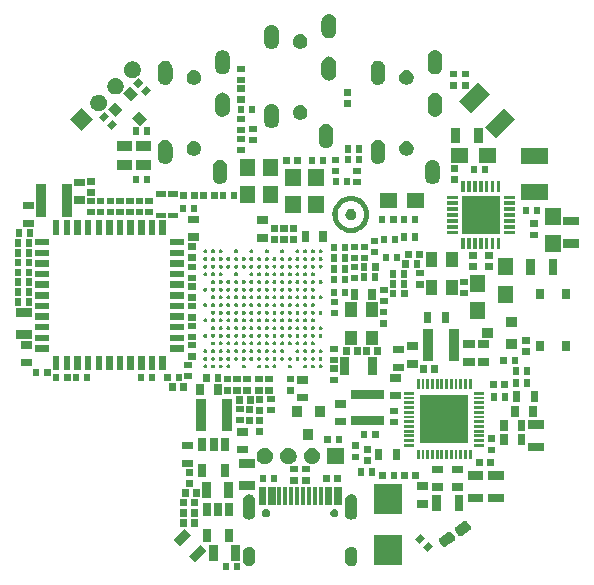
<source format=gts>
G04 #@! TF.GenerationSoftware,KiCad,Pcbnew,5.1.5+dfsg1-2build2*
G04 #@! TF.CreationDate,2021-02-18T18:18:59+01:00*
G04 #@! TF.ProjectId,OtterCastAudioV2,4f747465-7243-4617-9374-417564696f56,rev?*
G04 #@! TF.SameCoordinates,Original*
G04 #@! TF.FileFunction,Soldermask,Top*
G04 #@! TF.FilePolarity,Negative*
%FSLAX46Y46*%
G04 Gerber Fmt 4.6, Leading zero omitted, Abs format (unit mm)*
G04 Created by KiCad (PCBNEW 5.1.5+dfsg1-2build2) date 2021-02-18 18:18:59*
%MOMM*%
%LPD*%
G04 APERTURE LIST*
%ADD10C,0.100000*%
G04 APERTURE END LIST*
D10*
G36*
X94940000Y-123095000D02*
G01*
X94400000Y-123095000D01*
X94400000Y-122455000D01*
X94940000Y-122455000D01*
X94940000Y-123095000D01*
G37*
G36*
X94000000Y-123095000D02*
G01*
X93460000Y-123095000D01*
X93460000Y-122455000D01*
X94000000Y-122455000D01*
X94000000Y-123095000D01*
G37*
G36*
X104421937Y-121082524D02*
G01*
X104519957Y-121112258D01*
X104519960Y-121112260D01*
X104519961Y-121112260D01*
X104610295Y-121160544D01*
X104689475Y-121225525D01*
X104754456Y-121304705D01*
X104802740Y-121395038D01*
X104802742Y-121395042D01*
X104832476Y-121493062D01*
X104840000Y-121569455D01*
X104840000Y-122220545D01*
X104832476Y-122296938D01*
X104802742Y-122394958D01*
X104802740Y-122394961D01*
X104802740Y-122394962D01*
X104754456Y-122485295D01*
X104689475Y-122564475D01*
X104610295Y-122629456D01*
X104519962Y-122677740D01*
X104519958Y-122677742D01*
X104421938Y-122707476D01*
X104320000Y-122717516D01*
X104218063Y-122707476D01*
X104120043Y-122677742D01*
X104120039Y-122677740D01*
X104029706Y-122629456D01*
X103950526Y-122564475D01*
X103885545Y-122485295D01*
X103837260Y-122394962D01*
X103829523Y-122369456D01*
X103807525Y-122296938D01*
X103804872Y-122270000D01*
X103800000Y-122220541D01*
X103800000Y-121569455D01*
X103807524Y-121493063D01*
X103837258Y-121395043D01*
X103837261Y-121395038D01*
X103885544Y-121304705D01*
X103950525Y-121225525D01*
X104029705Y-121160544D01*
X104120038Y-121112260D01*
X104120039Y-121112260D01*
X104120042Y-121112258D01*
X104218062Y-121082524D01*
X104320000Y-121072484D01*
X104421937Y-121082524D01*
G37*
G36*
X95781937Y-121082524D02*
G01*
X95879957Y-121112258D01*
X95879960Y-121112260D01*
X95879961Y-121112260D01*
X95970295Y-121160544D01*
X96049475Y-121225525D01*
X96114456Y-121304705D01*
X96162740Y-121395038D01*
X96162742Y-121395042D01*
X96192476Y-121493062D01*
X96200000Y-121569455D01*
X96200000Y-122220545D01*
X96192476Y-122296938D01*
X96162742Y-122394958D01*
X96162740Y-122394961D01*
X96162740Y-122394962D01*
X96114456Y-122485295D01*
X96049475Y-122564475D01*
X95970295Y-122629456D01*
X95879962Y-122677740D01*
X95879958Y-122677742D01*
X95781938Y-122707476D01*
X95680000Y-122717516D01*
X95578063Y-122707476D01*
X95480043Y-122677742D01*
X95480039Y-122677740D01*
X95389706Y-122629456D01*
X95310526Y-122564475D01*
X95245545Y-122485295D01*
X95197260Y-122394962D01*
X95189523Y-122369456D01*
X95167525Y-122296938D01*
X95164872Y-122270000D01*
X95160000Y-122220541D01*
X95160000Y-121569455D01*
X95167524Y-121493063D01*
X95197258Y-121395043D01*
X95197261Y-121395038D01*
X95245544Y-121304705D01*
X95310525Y-121225525D01*
X95389705Y-121160544D01*
X95480038Y-121112260D01*
X95480039Y-121112260D01*
X95480042Y-121112258D01*
X95578062Y-121082524D01*
X95680000Y-121072484D01*
X95781937Y-121082524D01*
G37*
G36*
X108620000Y-122620000D02*
G01*
X106280000Y-122620000D01*
X106280000Y-120080000D01*
X108620000Y-120080000D01*
X108620000Y-122620000D01*
G37*
G36*
X92082142Y-121434619D02*
G01*
X91134619Y-122382142D01*
X90611360Y-121858883D01*
X91558883Y-120911360D01*
X92082142Y-121434619D01*
G37*
G36*
X93020000Y-122270000D02*
G01*
X92280000Y-122270000D01*
X92280000Y-120930000D01*
X93020000Y-120930000D01*
X93020000Y-122270000D01*
G37*
G36*
X94920000Y-122270000D02*
G01*
X94180000Y-122270000D01*
X94180000Y-120930000D01*
X94920000Y-120930000D01*
X94920000Y-122270000D01*
G37*
G36*
X111249533Y-121046985D02*
G01*
X110796985Y-121499533D01*
X110415147Y-121117695D01*
X110867695Y-120665147D01*
X111249533Y-121046985D01*
G37*
G36*
X112685312Y-119817238D02*
G01*
X112724737Y-119829010D01*
X112761101Y-119848244D01*
X112793026Y-119874211D01*
X112820049Y-119906848D01*
X113081495Y-120294456D01*
X113101636Y-120331746D01*
X113113751Y-120371066D01*
X113117963Y-120411995D01*
X113114109Y-120452956D01*
X113102337Y-120492381D01*
X113083103Y-120528745D01*
X113057136Y-120560670D01*
X113024499Y-120587693D01*
X112326002Y-121058836D01*
X112288712Y-121078977D01*
X112249392Y-121091092D01*
X112208463Y-121095304D01*
X112167502Y-121091450D01*
X112128077Y-121079678D01*
X112091713Y-121060444D01*
X112059788Y-121034477D01*
X112032765Y-121001840D01*
X111771319Y-120614232D01*
X111751178Y-120576942D01*
X111739063Y-120537622D01*
X111734851Y-120496693D01*
X111738705Y-120455732D01*
X111750477Y-120416307D01*
X111769711Y-120379943D01*
X111795678Y-120348018D01*
X111828315Y-120320995D01*
X112526812Y-119849852D01*
X112564102Y-119829711D01*
X112603422Y-119817596D01*
X112644351Y-119813384D01*
X112685312Y-119817238D01*
G37*
G36*
X90738640Y-120091117D02*
G01*
X89791117Y-121038640D01*
X89267858Y-120515381D01*
X90215381Y-119567858D01*
X90738640Y-120091117D01*
G37*
G36*
X110584853Y-120382305D02*
G01*
X110132305Y-120834853D01*
X109750467Y-120453015D01*
X110203015Y-120000467D01*
X110584853Y-120382305D01*
G37*
G36*
X92445000Y-120700000D02*
G01*
X91755000Y-120700000D01*
X91755000Y-119600000D01*
X92445000Y-119600000D01*
X92445000Y-120700000D01*
G37*
G36*
X94345000Y-120700000D02*
G01*
X93655000Y-120700000D01*
X93655000Y-119600000D01*
X94345000Y-119600000D01*
X94345000Y-120700000D01*
G37*
G36*
X114032498Y-118908550D02*
G01*
X114071923Y-118920322D01*
X114108287Y-118939556D01*
X114140212Y-118965523D01*
X114167235Y-118998160D01*
X114428681Y-119385768D01*
X114448822Y-119423058D01*
X114460937Y-119462378D01*
X114465149Y-119503307D01*
X114461295Y-119544268D01*
X114449523Y-119583693D01*
X114430289Y-119620057D01*
X114404322Y-119651982D01*
X114371685Y-119679005D01*
X113673188Y-120150148D01*
X113635898Y-120170289D01*
X113596578Y-120182404D01*
X113555649Y-120186616D01*
X113514688Y-120182762D01*
X113475263Y-120170990D01*
X113438899Y-120151756D01*
X113406974Y-120125789D01*
X113379951Y-120093152D01*
X113118505Y-119705544D01*
X113098364Y-119668254D01*
X113086249Y-119628934D01*
X113082037Y-119588005D01*
X113085891Y-119547044D01*
X113097663Y-119507619D01*
X113116897Y-119471255D01*
X113142864Y-119439330D01*
X113175501Y-119412307D01*
X113873998Y-118941164D01*
X113911288Y-118921023D01*
X113950608Y-118908908D01*
X113991537Y-118904696D01*
X114032498Y-118908550D01*
G37*
G36*
X90400000Y-119395000D02*
G01*
X89860000Y-119395000D01*
X89860000Y-118755000D01*
X90400000Y-118755000D01*
X90400000Y-119395000D01*
G37*
G36*
X91340000Y-119395000D02*
G01*
X90800000Y-119395000D01*
X90800000Y-118755000D01*
X91340000Y-118755000D01*
X91340000Y-119395000D01*
G37*
G36*
X104421937Y-116652524D02*
G01*
X104519957Y-116682258D01*
X104519960Y-116682260D01*
X104519961Y-116682260D01*
X104610295Y-116730544D01*
X104689475Y-116795525D01*
X104754456Y-116874705D01*
X104802740Y-116965038D01*
X104802742Y-116965042D01*
X104832476Y-117063062D01*
X104840000Y-117139455D01*
X104840000Y-118290545D01*
X104832476Y-118366938D01*
X104802742Y-118464958D01*
X104802740Y-118464961D01*
X104802740Y-118464962D01*
X104754456Y-118555295D01*
X104689475Y-118634475D01*
X104610295Y-118699456D01*
X104519962Y-118747740D01*
X104519958Y-118747742D01*
X104421938Y-118777476D01*
X104320000Y-118787516D01*
X104218063Y-118777476D01*
X104120043Y-118747742D01*
X104120039Y-118747740D01*
X104029706Y-118699456D01*
X103950526Y-118634475D01*
X103885545Y-118555295D01*
X103837261Y-118464962D01*
X103837261Y-118464961D01*
X103837259Y-118464958D01*
X103807525Y-118366938D01*
X103800001Y-118290545D01*
X103800000Y-117139456D01*
X103807524Y-117063063D01*
X103837258Y-116965043D01*
X103837261Y-116965038D01*
X103885544Y-116874705D01*
X103950525Y-116795525D01*
X104029705Y-116730544D01*
X104120038Y-116682260D01*
X104120039Y-116682260D01*
X104120042Y-116682258D01*
X104218062Y-116652524D01*
X104320000Y-116642484D01*
X104421937Y-116652524D01*
G37*
G36*
X95781937Y-116652524D02*
G01*
X95879957Y-116682258D01*
X95879960Y-116682260D01*
X95879961Y-116682260D01*
X95970295Y-116730544D01*
X96049475Y-116795525D01*
X96114456Y-116874705D01*
X96162740Y-116965038D01*
X96162742Y-116965042D01*
X96192476Y-117063062D01*
X96200000Y-117139455D01*
X96200000Y-118290545D01*
X96192476Y-118366938D01*
X96162742Y-118464958D01*
X96162740Y-118464961D01*
X96162740Y-118464962D01*
X96114456Y-118555295D01*
X96049475Y-118634475D01*
X95970295Y-118699456D01*
X95879962Y-118747740D01*
X95879958Y-118747742D01*
X95781938Y-118777476D01*
X95680000Y-118787516D01*
X95578063Y-118777476D01*
X95480043Y-118747742D01*
X95480039Y-118747740D01*
X95389706Y-118699456D01*
X95310526Y-118634475D01*
X95245545Y-118555295D01*
X95197261Y-118464962D01*
X95197261Y-118464961D01*
X95197259Y-118464958D01*
X95167525Y-118366938D01*
X95160001Y-118290545D01*
X95160000Y-117139456D01*
X95167524Y-117063063D01*
X95197258Y-116965043D01*
X95197261Y-116965038D01*
X95245544Y-116874705D01*
X95310525Y-116795525D01*
X95389705Y-116730544D01*
X95480038Y-116682260D01*
X95480039Y-116682260D01*
X95480042Y-116682258D01*
X95578062Y-116652524D01*
X95680000Y-116642484D01*
X95781937Y-116652524D01*
G37*
G36*
X102990633Y-117913258D02*
G01*
X103022026Y-117926262D01*
X103053418Y-117939264D01*
X103109925Y-117977022D01*
X103157978Y-118025075D01*
X103195736Y-118081582D01*
X103208738Y-118112974D01*
X103221742Y-118144367D01*
X103235000Y-118211020D01*
X103235000Y-118278980D01*
X103221742Y-118345633D01*
X103212917Y-118366938D01*
X103195736Y-118408418D01*
X103157978Y-118464925D01*
X103109925Y-118512978D01*
X103053418Y-118550736D01*
X103022026Y-118563739D01*
X102990633Y-118576742D01*
X102923980Y-118590000D01*
X102856020Y-118590000D01*
X102789367Y-118576742D01*
X102757974Y-118563739D01*
X102726582Y-118550736D01*
X102670075Y-118512978D01*
X102622022Y-118464925D01*
X102584264Y-118408418D01*
X102567083Y-118366938D01*
X102558258Y-118345633D01*
X102545000Y-118278980D01*
X102545000Y-118211020D01*
X102558258Y-118144367D01*
X102571261Y-118112974D01*
X102584264Y-118081582D01*
X102622022Y-118025075D01*
X102670075Y-117977022D01*
X102726582Y-117939264D01*
X102757974Y-117926262D01*
X102789367Y-117913258D01*
X102856020Y-117900000D01*
X102923980Y-117900000D01*
X102990633Y-117913258D01*
G37*
G36*
X97210633Y-117913258D02*
G01*
X97242026Y-117926262D01*
X97273418Y-117939264D01*
X97329925Y-117977022D01*
X97377978Y-118025075D01*
X97415736Y-118081582D01*
X97428738Y-118112974D01*
X97441742Y-118144367D01*
X97455000Y-118211020D01*
X97455000Y-118278980D01*
X97441742Y-118345633D01*
X97432917Y-118366938D01*
X97415736Y-118408418D01*
X97377978Y-118464925D01*
X97329925Y-118512978D01*
X97273418Y-118550736D01*
X97242026Y-118563739D01*
X97210633Y-118576742D01*
X97143980Y-118590000D01*
X97076020Y-118590000D01*
X97009367Y-118576742D01*
X96977974Y-118563739D01*
X96946582Y-118550736D01*
X96890075Y-118512978D01*
X96842022Y-118464925D01*
X96804264Y-118408418D01*
X96787083Y-118366938D01*
X96778258Y-118345633D01*
X96765000Y-118278980D01*
X96765000Y-118211020D01*
X96778258Y-118144367D01*
X96791261Y-118112974D01*
X96804264Y-118081582D01*
X96842022Y-118025075D01*
X96890075Y-117977022D01*
X96946582Y-117939264D01*
X96977974Y-117926262D01*
X97009367Y-117913258D01*
X97076020Y-117900000D01*
X97143980Y-117900000D01*
X97210633Y-117913258D01*
G37*
G36*
X90400000Y-118570000D02*
G01*
X89860000Y-118570000D01*
X89860000Y-117930000D01*
X90400000Y-117930000D01*
X90400000Y-118570000D01*
G37*
G36*
X91340000Y-118570000D02*
G01*
X90800000Y-118570000D01*
X90800000Y-117930000D01*
X91340000Y-117930000D01*
X91340000Y-118570000D01*
G37*
G36*
X92445000Y-118500000D02*
G01*
X91755000Y-118500000D01*
X91755000Y-117400000D01*
X92445000Y-117400000D01*
X92445000Y-118500000D01*
G37*
G36*
X93395000Y-118500000D02*
G01*
X92705000Y-118500000D01*
X92705000Y-117400000D01*
X93395000Y-117400000D01*
X93395000Y-118500000D01*
G37*
G36*
X94345000Y-118500000D02*
G01*
X93655000Y-118500000D01*
X93655000Y-117400000D01*
X94345000Y-117400000D01*
X94345000Y-118500000D01*
G37*
G36*
X108620000Y-118320000D02*
G01*
X106280000Y-118320000D01*
X106280000Y-115780000D01*
X108620000Y-115780000D01*
X108620000Y-118320000D01*
G37*
G36*
X111920000Y-118070000D02*
G01*
X111180000Y-118070000D01*
X111180000Y-116730000D01*
X111920000Y-116730000D01*
X111920000Y-118070000D01*
G37*
G36*
X113820000Y-118070000D02*
G01*
X113080000Y-118070000D01*
X113080000Y-116730000D01*
X113820000Y-116730000D01*
X113820000Y-118070000D01*
G37*
G36*
X110820000Y-117770000D02*
G01*
X109880000Y-117770000D01*
X109880000Y-117130000D01*
X110820000Y-117130000D01*
X110820000Y-117770000D01*
G37*
G36*
X90400000Y-117670000D02*
G01*
X89860000Y-117670000D01*
X89860000Y-117030000D01*
X90400000Y-117030000D01*
X90400000Y-117670000D01*
G37*
G36*
X91340000Y-117670000D02*
G01*
X90800000Y-117670000D01*
X90800000Y-117030000D01*
X91340000Y-117030000D01*
X91340000Y-117670000D01*
G37*
G36*
X101420000Y-117545000D02*
G01*
X101080000Y-117545000D01*
X101080000Y-116055000D01*
X101420000Y-116055000D01*
X101420000Y-117545000D01*
G37*
G36*
X97920000Y-117545000D02*
G01*
X97280000Y-117545000D01*
X97280000Y-116055000D01*
X97920000Y-116055000D01*
X97920000Y-117545000D01*
G37*
G36*
X97120000Y-117545000D02*
G01*
X96480000Y-117545000D01*
X96480000Y-116055000D01*
X97120000Y-116055000D01*
X97120000Y-117545000D01*
G37*
G36*
X98920000Y-117545000D02*
G01*
X98580000Y-117545000D01*
X98580000Y-116055000D01*
X98920000Y-116055000D01*
X98920000Y-117545000D01*
G37*
G36*
X99420000Y-117545000D02*
G01*
X99080000Y-117545000D01*
X99080000Y-116055000D01*
X99420000Y-116055000D01*
X99420000Y-117545000D01*
G37*
G36*
X99920000Y-117545000D02*
G01*
X99580000Y-117545000D01*
X99580000Y-116055000D01*
X99920000Y-116055000D01*
X99920000Y-117545000D01*
G37*
G36*
X100420000Y-117545000D02*
G01*
X100080000Y-117545000D01*
X100080000Y-116055000D01*
X100420000Y-116055000D01*
X100420000Y-117545000D01*
G37*
G36*
X100920000Y-117545000D02*
G01*
X100580000Y-117545000D01*
X100580000Y-116055000D01*
X100920000Y-116055000D01*
X100920000Y-117545000D01*
G37*
G36*
X98420000Y-117545000D02*
G01*
X98080000Y-117545000D01*
X98080000Y-116055000D01*
X98420000Y-116055000D01*
X98420000Y-117545000D01*
G37*
G36*
X101920000Y-117545000D02*
G01*
X101580000Y-117545000D01*
X101580000Y-116055000D01*
X101920000Y-116055000D01*
X101920000Y-117545000D01*
G37*
G36*
X102720000Y-117545000D02*
G01*
X102080000Y-117545000D01*
X102080000Y-116055000D01*
X102720000Y-116055000D01*
X102720000Y-117545000D01*
G37*
G36*
X103520000Y-117545000D02*
G01*
X102880000Y-117545000D01*
X102880000Y-116055000D01*
X103520000Y-116055000D01*
X103520000Y-117545000D01*
G37*
G36*
X115520000Y-117320000D02*
G01*
X114180000Y-117320000D01*
X114180000Y-116580000D01*
X115520000Y-116580000D01*
X115520000Y-117320000D01*
G37*
G36*
X117220000Y-117320000D02*
G01*
X115880000Y-117320000D01*
X115880000Y-116580000D01*
X117220000Y-116580000D01*
X117220000Y-117320000D01*
G37*
G36*
X94320000Y-116970000D02*
G01*
X93580000Y-116970000D01*
X93580000Y-115630000D01*
X94320000Y-115630000D01*
X94320000Y-116970000D01*
G37*
G36*
X92420000Y-116970000D02*
G01*
X91680000Y-116970000D01*
X91680000Y-115630000D01*
X92420000Y-115630000D01*
X92420000Y-116970000D01*
G37*
G36*
X91490000Y-116845000D02*
G01*
X90950000Y-116845000D01*
X90950000Y-116205000D01*
X91490000Y-116205000D01*
X91490000Y-116845000D01*
G37*
G36*
X90550000Y-116845000D02*
G01*
X90010000Y-116845000D01*
X90010000Y-116205000D01*
X90550000Y-116205000D01*
X90550000Y-116845000D01*
G37*
G36*
X113820000Y-116370000D02*
G01*
X112880000Y-116370000D01*
X112880000Y-115730000D01*
X113820000Y-115730000D01*
X113820000Y-116370000D01*
G37*
G36*
X112120000Y-116370000D02*
G01*
X111180000Y-116370000D01*
X111180000Y-115730000D01*
X112120000Y-115730000D01*
X112120000Y-116370000D01*
G37*
G36*
X96145000Y-116295000D02*
G01*
X94805000Y-116295000D01*
X94805000Y-115555000D01*
X96145000Y-115555000D01*
X96145000Y-116295000D01*
G37*
G36*
X110820000Y-116270000D02*
G01*
X109880000Y-116270000D01*
X109880000Y-115630000D01*
X110820000Y-115630000D01*
X110820000Y-116270000D01*
G37*
G36*
X90970000Y-116015000D02*
G01*
X90330000Y-116015000D01*
X90330000Y-115475000D01*
X90970000Y-115475000D01*
X90970000Y-116015000D01*
G37*
G36*
X100820000Y-115740000D02*
G01*
X100180000Y-115740000D01*
X100180000Y-115200000D01*
X100820000Y-115200000D01*
X100820000Y-115740000D01*
G37*
G36*
X99820000Y-115740000D02*
G01*
X99180000Y-115740000D01*
X99180000Y-115200000D01*
X99820000Y-115200000D01*
X99820000Y-115740000D01*
G37*
G36*
X103440000Y-115620000D02*
G01*
X102900000Y-115620000D01*
X102900000Y-114980000D01*
X103440000Y-114980000D01*
X103440000Y-115620000D01*
G37*
G36*
X98040000Y-115620000D02*
G01*
X97500000Y-115620000D01*
X97500000Y-114980000D01*
X98040000Y-114980000D01*
X98040000Y-115620000D01*
G37*
G36*
X102500000Y-115620000D02*
G01*
X101960000Y-115620000D01*
X101960000Y-114980000D01*
X102500000Y-114980000D01*
X102500000Y-115620000D01*
G37*
G36*
X97100000Y-115620000D02*
G01*
X96560000Y-115620000D01*
X96560000Y-114980000D01*
X97100000Y-114980000D01*
X97100000Y-115620000D01*
G37*
G36*
X115520000Y-115420000D02*
G01*
X114180000Y-115420000D01*
X114180000Y-114680000D01*
X115520000Y-114680000D01*
X115520000Y-115420000D01*
G37*
G36*
X117220000Y-115420000D02*
G01*
X115880000Y-115420000D01*
X115880000Y-114680000D01*
X117220000Y-114680000D01*
X117220000Y-115420000D01*
G37*
G36*
X109100000Y-115370000D02*
G01*
X108560000Y-115370000D01*
X108560000Y-114730000D01*
X109100000Y-114730000D01*
X109100000Y-115370000D01*
G37*
G36*
X108190000Y-115370000D02*
G01*
X107650000Y-115370000D01*
X107650000Y-114730000D01*
X108190000Y-114730000D01*
X108190000Y-115370000D01*
G37*
G36*
X110040000Y-115370000D02*
G01*
X109500000Y-115370000D01*
X109500000Y-114730000D01*
X110040000Y-114730000D01*
X110040000Y-115370000D01*
G37*
G36*
X107250000Y-115370000D02*
G01*
X106710000Y-115370000D01*
X106710000Y-114730000D01*
X107250000Y-114730000D01*
X107250000Y-115370000D01*
G37*
G36*
X93970000Y-115175000D02*
G01*
X93280000Y-115175000D01*
X93280000Y-114075000D01*
X93970000Y-114075000D01*
X93970000Y-115175000D01*
G37*
G36*
X92070000Y-115175000D02*
G01*
X91380000Y-115175000D01*
X91380000Y-114075000D01*
X92070000Y-114075000D01*
X92070000Y-115175000D01*
G37*
G36*
X90970000Y-115075000D02*
G01*
X90330000Y-115075000D01*
X90330000Y-114535000D01*
X90970000Y-114535000D01*
X90970000Y-115075000D01*
G37*
G36*
X105400000Y-115070000D02*
G01*
X104860000Y-115070000D01*
X104860000Y-114430000D01*
X105400000Y-114430000D01*
X105400000Y-115070000D01*
G37*
G36*
X106340000Y-115070000D02*
G01*
X105800000Y-115070000D01*
X105800000Y-114430000D01*
X106340000Y-114430000D01*
X106340000Y-115070000D01*
G37*
G36*
X112120000Y-114870000D02*
G01*
X111180000Y-114870000D01*
X111180000Y-114230000D01*
X112120000Y-114230000D01*
X112120000Y-114870000D01*
G37*
G36*
X113820000Y-114870000D02*
G01*
X112880000Y-114870000D01*
X112880000Y-114230000D01*
X113820000Y-114230000D01*
X113820000Y-114870000D01*
G37*
G36*
X99820000Y-114800000D02*
G01*
X99180000Y-114800000D01*
X99180000Y-114260000D01*
X99820000Y-114260000D01*
X99820000Y-114800000D01*
G37*
G36*
X100820000Y-114800000D02*
G01*
X100180000Y-114800000D01*
X100180000Y-114260000D01*
X100820000Y-114260000D01*
X100820000Y-114800000D01*
G37*
G36*
X96145000Y-114395000D02*
G01*
X94805000Y-114395000D01*
X94805000Y-113655000D01*
X96145000Y-113655000D01*
X96145000Y-114395000D01*
G37*
G36*
X90970000Y-114345000D02*
G01*
X90030000Y-114345000D01*
X90030000Y-113705000D01*
X90970000Y-113705000D01*
X90970000Y-114345000D01*
G37*
G36*
X116390000Y-114270000D02*
G01*
X115850000Y-114270000D01*
X115850000Y-113630000D01*
X116390000Y-113630000D01*
X116390000Y-114270000D01*
G37*
G36*
X115450000Y-114270000D02*
G01*
X114910000Y-114270000D01*
X114910000Y-113630000D01*
X115450000Y-113630000D01*
X115450000Y-114270000D01*
G37*
G36*
X101202724Y-112731708D02*
G01*
X101329206Y-112784099D01*
X101443037Y-112860158D01*
X101539842Y-112956963D01*
X101615901Y-113070794D01*
X101668292Y-113197276D01*
X101695000Y-113331548D01*
X101695000Y-113468452D01*
X101668292Y-113602724D01*
X101615901Y-113729206D01*
X101539842Y-113843037D01*
X101443037Y-113939842D01*
X101329206Y-114015901D01*
X101202724Y-114068292D01*
X101068452Y-114095000D01*
X100931548Y-114095000D01*
X100797276Y-114068292D01*
X100670794Y-114015901D01*
X100556963Y-113939842D01*
X100460158Y-113843037D01*
X100384099Y-113729206D01*
X100331708Y-113602724D01*
X100305000Y-113468452D01*
X100305000Y-113331548D01*
X100331708Y-113197276D01*
X100384099Y-113070794D01*
X100460158Y-112956963D01*
X100556963Y-112860158D01*
X100670794Y-112784099D01*
X100797276Y-112731708D01*
X100931548Y-112705000D01*
X101068452Y-112705000D01*
X101202724Y-112731708D01*
G37*
G36*
X97202724Y-112731708D02*
G01*
X97329206Y-112784099D01*
X97443037Y-112860158D01*
X97539842Y-112956963D01*
X97615901Y-113070794D01*
X97668292Y-113197276D01*
X97695000Y-113331548D01*
X97695000Y-113468452D01*
X97668292Y-113602724D01*
X97615901Y-113729206D01*
X97539842Y-113843037D01*
X97443037Y-113939842D01*
X97329206Y-114015901D01*
X97202724Y-114068292D01*
X97068452Y-114095000D01*
X96931548Y-114095000D01*
X96797276Y-114068292D01*
X96670794Y-114015901D01*
X96556963Y-113939842D01*
X96460158Y-113843037D01*
X96384099Y-113729206D01*
X96331708Y-113602724D01*
X96305000Y-113468452D01*
X96305000Y-113331548D01*
X96331708Y-113197276D01*
X96384099Y-113070794D01*
X96460158Y-112956963D01*
X96556963Y-112860158D01*
X96670794Y-112784099D01*
X96797276Y-112731708D01*
X96931548Y-112705000D01*
X97068452Y-112705000D01*
X97202724Y-112731708D01*
G37*
G36*
X99202724Y-112731708D02*
G01*
X99329206Y-112784099D01*
X99443037Y-112860158D01*
X99539842Y-112956963D01*
X99615901Y-113070794D01*
X99668292Y-113197276D01*
X99695000Y-113331548D01*
X99695000Y-113468452D01*
X99668292Y-113602724D01*
X99615901Y-113729206D01*
X99539842Y-113843037D01*
X99443037Y-113939842D01*
X99329206Y-114015901D01*
X99202724Y-114068292D01*
X99068452Y-114095000D01*
X98931548Y-114095000D01*
X98797276Y-114068292D01*
X98670794Y-114015901D01*
X98556963Y-113939842D01*
X98460158Y-113843037D01*
X98384099Y-113729206D01*
X98331708Y-113602724D01*
X98305000Y-113468452D01*
X98305000Y-113331548D01*
X98331708Y-113197276D01*
X98384099Y-113070794D01*
X98460158Y-112956963D01*
X98556963Y-112860158D01*
X98670794Y-112784099D01*
X98797276Y-112731708D01*
X98931548Y-112705000D01*
X99068452Y-112705000D01*
X99202724Y-112731708D01*
G37*
G36*
X103695000Y-114095000D02*
G01*
X102305000Y-114095000D01*
X102305000Y-112705000D01*
X103695000Y-112705000D01*
X103695000Y-114095000D01*
G37*
G36*
X106020000Y-114065000D02*
G01*
X105380000Y-114065000D01*
X105380000Y-113525000D01*
X106020000Y-113525000D01*
X106020000Y-114065000D01*
G37*
G36*
X106970000Y-113770000D02*
G01*
X106330000Y-113770000D01*
X106330000Y-112830000D01*
X106970000Y-112830000D01*
X106970000Y-113770000D01*
G37*
G36*
X108470000Y-113770000D02*
G01*
X107830000Y-113770000D01*
X107830000Y-112830000D01*
X108470000Y-112830000D01*
X108470000Y-113770000D01*
G37*
G36*
X105020000Y-113740000D02*
G01*
X104380000Y-113740000D01*
X104380000Y-113200000D01*
X105020000Y-113200000D01*
X105020000Y-113740000D01*
G37*
G36*
X111720000Y-113695000D02*
G01*
X111480000Y-113695000D01*
X111480000Y-112855000D01*
X111720000Y-112855000D01*
X111720000Y-113695000D01*
G37*
G36*
X110120000Y-113695000D02*
G01*
X109880000Y-113695000D01*
X109880000Y-112855000D01*
X110120000Y-112855000D01*
X110120000Y-113695000D01*
G37*
G36*
X113720000Y-113695000D02*
G01*
X113480000Y-113695000D01*
X113480000Y-112855000D01*
X113720000Y-112855000D01*
X113720000Y-113695000D01*
G37*
G36*
X114120000Y-113695000D02*
G01*
X113880000Y-113695000D01*
X113880000Y-112855000D01*
X114120000Y-112855000D01*
X114120000Y-113695000D01*
G37*
G36*
X114520000Y-113695000D02*
G01*
X114280000Y-113695000D01*
X114280000Y-112855000D01*
X114520000Y-112855000D01*
X114520000Y-113695000D01*
G37*
G36*
X113320000Y-113695000D02*
G01*
X113080000Y-113695000D01*
X113080000Y-112855000D01*
X113320000Y-112855000D01*
X113320000Y-113695000D01*
G37*
G36*
X110520000Y-113695000D02*
G01*
X110280000Y-113695000D01*
X110280000Y-112855000D01*
X110520000Y-112855000D01*
X110520000Y-113695000D01*
G37*
G36*
X112520000Y-113695000D02*
G01*
X112280000Y-113695000D01*
X112280000Y-112855000D01*
X112520000Y-112855000D01*
X112520000Y-113695000D01*
G37*
G36*
X112120000Y-113695000D02*
G01*
X111880000Y-113695000D01*
X111880000Y-112855000D01*
X112120000Y-112855000D01*
X112120000Y-113695000D01*
G37*
G36*
X111320000Y-113695000D02*
G01*
X111080000Y-113695000D01*
X111080000Y-112855000D01*
X111320000Y-112855000D01*
X111320000Y-113695000D01*
G37*
G36*
X110920000Y-113695000D02*
G01*
X110680000Y-113695000D01*
X110680000Y-112855000D01*
X110920000Y-112855000D01*
X110920000Y-113695000D01*
G37*
G36*
X112920000Y-113695000D02*
G01*
X112680000Y-113695000D01*
X112680000Y-112855000D01*
X112920000Y-112855000D01*
X112920000Y-113695000D01*
G37*
G36*
X95570000Y-113170000D02*
G01*
X94630000Y-113170000D01*
X94630000Y-112530000D01*
X95570000Y-112530000D01*
X95570000Y-113170000D01*
G37*
G36*
X116520000Y-113140000D02*
G01*
X115880000Y-113140000D01*
X115880000Y-112600000D01*
X116520000Y-112600000D01*
X116520000Y-113140000D01*
G37*
G36*
X106020000Y-113125000D02*
G01*
X105380000Y-113125000D01*
X105380000Y-112585000D01*
X106020000Y-112585000D01*
X106020000Y-113125000D01*
G37*
G36*
X120645000Y-113020000D02*
G01*
X119305000Y-113020000D01*
X119305000Y-112280000D01*
X120645000Y-112280000D01*
X120645000Y-113020000D01*
G37*
G36*
X92070000Y-112975000D02*
G01*
X91380000Y-112975000D01*
X91380000Y-111875000D01*
X92070000Y-111875000D01*
X92070000Y-112975000D01*
G37*
G36*
X93970000Y-112975000D02*
G01*
X93280000Y-112975000D01*
X93280000Y-111875000D01*
X93970000Y-111875000D01*
X93970000Y-112975000D01*
G37*
G36*
X93020000Y-112975000D02*
G01*
X92330000Y-112975000D01*
X92330000Y-111875000D01*
X93020000Y-111875000D01*
X93020000Y-112975000D01*
G37*
G36*
X90970000Y-112845000D02*
G01*
X90030000Y-112845000D01*
X90030000Y-112205000D01*
X90970000Y-112205000D01*
X90970000Y-112845000D01*
G37*
G36*
X105020000Y-112800000D02*
G01*
X104380000Y-112800000D01*
X104380000Y-112260000D01*
X105020000Y-112260000D01*
X105020000Y-112800000D01*
G37*
G36*
X115595000Y-112620000D02*
G01*
X114755000Y-112620000D01*
X114755000Y-112380000D01*
X115595000Y-112380000D01*
X115595000Y-112620000D01*
G37*
G36*
X109645000Y-112620000D02*
G01*
X108805000Y-112620000D01*
X108805000Y-112380000D01*
X109645000Y-112380000D01*
X109645000Y-112620000D01*
G37*
G36*
X117570000Y-112470000D02*
G01*
X116930000Y-112470000D01*
X116930000Y-111530000D01*
X117570000Y-111530000D01*
X117570000Y-112470000D01*
G37*
G36*
X119070000Y-112470000D02*
G01*
X118430000Y-112470000D01*
X118430000Y-111530000D01*
X119070000Y-111530000D01*
X119070000Y-112470000D01*
G37*
G36*
X114245000Y-112345000D02*
G01*
X110155000Y-112345000D01*
X110155000Y-108255000D01*
X114245000Y-108255000D01*
X114245000Y-112345000D01*
G37*
G36*
X102600000Y-112320000D02*
G01*
X102060000Y-112320000D01*
X102060000Y-111680000D01*
X102600000Y-111680000D01*
X102600000Y-112320000D01*
G37*
G36*
X103540000Y-112320000D02*
G01*
X103000000Y-112320000D01*
X103000000Y-111680000D01*
X103540000Y-111680000D01*
X103540000Y-112320000D01*
G37*
G36*
X109645000Y-112220000D02*
G01*
X108805000Y-112220000D01*
X108805000Y-111980000D01*
X109645000Y-111980000D01*
X109645000Y-112220000D01*
G37*
G36*
X115595000Y-112220000D02*
G01*
X114755000Y-112220000D01*
X114755000Y-111980000D01*
X115595000Y-111980000D01*
X115595000Y-112220000D01*
G37*
G36*
X116520000Y-112200000D02*
G01*
X115880000Y-112200000D01*
X115880000Y-111660000D01*
X116520000Y-111660000D01*
X116520000Y-112200000D01*
G37*
G36*
X101120000Y-112070000D02*
G01*
X100280000Y-112070000D01*
X100280000Y-111130000D01*
X101120000Y-111130000D01*
X101120000Y-112070000D01*
G37*
G36*
X106640000Y-111920000D02*
G01*
X106100000Y-111920000D01*
X106100000Y-111280000D01*
X106640000Y-111280000D01*
X106640000Y-111920000D01*
G37*
G36*
X105700000Y-111920000D02*
G01*
X105160000Y-111920000D01*
X105160000Y-111280000D01*
X105700000Y-111280000D01*
X105700000Y-111920000D01*
G37*
G36*
X115595000Y-111820000D02*
G01*
X114755000Y-111820000D01*
X114755000Y-111580000D01*
X115595000Y-111580000D01*
X115595000Y-111820000D01*
G37*
G36*
X109645000Y-111820000D02*
G01*
X108805000Y-111820000D01*
X108805000Y-111580000D01*
X109645000Y-111580000D01*
X109645000Y-111820000D01*
G37*
G36*
X95570000Y-111670000D02*
G01*
X94630000Y-111670000D01*
X94630000Y-111030000D01*
X95570000Y-111030000D01*
X95570000Y-111670000D01*
G37*
G36*
X96870000Y-111615000D02*
G01*
X96230000Y-111615000D01*
X96230000Y-111075000D01*
X96870000Y-111075000D01*
X96870000Y-111615000D01*
G37*
G36*
X115595000Y-111420000D02*
G01*
X114755000Y-111420000D01*
X114755000Y-111180000D01*
X115595000Y-111180000D01*
X115595000Y-111420000D01*
G37*
G36*
X109645000Y-111420000D02*
G01*
X108805000Y-111420000D01*
X108805000Y-111180000D01*
X109645000Y-111180000D01*
X109645000Y-111420000D01*
G37*
G36*
X94195000Y-111320000D02*
G01*
X93355000Y-111320000D01*
X93355000Y-108580000D01*
X94195000Y-108580000D01*
X94195000Y-111320000D01*
G37*
G36*
X91995000Y-111320000D02*
G01*
X91155000Y-111320000D01*
X91155000Y-108580000D01*
X91995000Y-108580000D01*
X91995000Y-111320000D01*
G37*
G36*
X119070000Y-111270000D02*
G01*
X118430000Y-111270000D01*
X118430000Y-110330000D01*
X119070000Y-110330000D01*
X119070000Y-111270000D01*
G37*
G36*
X117570000Y-111270000D02*
G01*
X116930000Y-111270000D01*
X116930000Y-110330000D01*
X117570000Y-110330000D01*
X117570000Y-111270000D01*
G37*
G36*
X120645000Y-111120000D02*
G01*
X119305000Y-111120000D01*
X119305000Y-110380000D01*
X120645000Y-110380000D01*
X120645000Y-111120000D01*
G37*
G36*
X109645000Y-111020000D02*
G01*
X108805000Y-111020000D01*
X108805000Y-110780000D01*
X109645000Y-110780000D01*
X109645000Y-111020000D01*
G37*
G36*
X115595000Y-111020000D02*
G01*
X114755000Y-111020000D01*
X114755000Y-110780000D01*
X115595000Y-110780000D01*
X115595000Y-111020000D01*
G37*
G36*
X107070000Y-110820000D02*
G01*
X104330000Y-110820000D01*
X104330000Y-109980000D01*
X107070000Y-109980000D01*
X107070000Y-110820000D01*
G37*
G36*
X103870000Y-110820000D02*
G01*
X102930000Y-110820000D01*
X102930000Y-110180000D01*
X103870000Y-110180000D01*
X103870000Y-110820000D01*
G37*
G36*
X108270000Y-110815000D02*
G01*
X107630000Y-110815000D01*
X107630000Y-110275000D01*
X108270000Y-110275000D01*
X108270000Y-110815000D01*
G37*
G36*
X96870000Y-110675000D02*
G01*
X96230000Y-110675000D01*
X96230000Y-110135000D01*
X96870000Y-110135000D01*
X96870000Y-110675000D01*
G37*
G36*
X96045000Y-110665000D02*
G01*
X95405000Y-110665000D01*
X95405000Y-110125000D01*
X96045000Y-110125000D01*
X96045000Y-110665000D01*
G37*
G36*
X95220000Y-110640000D02*
G01*
X94580000Y-110640000D01*
X94580000Y-110100000D01*
X95220000Y-110100000D01*
X95220000Y-110640000D01*
G37*
G36*
X115595000Y-110620000D02*
G01*
X114755000Y-110620000D01*
X114755000Y-110380000D01*
X115595000Y-110380000D01*
X115595000Y-110620000D01*
G37*
G36*
X109645000Y-110620000D02*
G01*
X108805000Y-110620000D01*
X108805000Y-110380000D01*
X109645000Y-110380000D01*
X109645000Y-110620000D01*
G37*
G36*
X109645000Y-110220000D02*
G01*
X108805000Y-110220000D01*
X108805000Y-109980000D01*
X109645000Y-109980000D01*
X109645000Y-110220000D01*
G37*
G36*
X115595000Y-110220000D02*
G01*
X114755000Y-110220000D01*
X114755000Y-109980000D01*
X115595000Y-109980000D01*
X115595000Y-110220000D01*
G37*
G36*
X120020000Y-110120000D02*
G01*
X119380000Y-110120000D01*
X119380000Y-109180000D01*
X120020000Y-109180000D01*
X120020000Y-110120000D01*
G37*
G36*
X118520000Y-110120000D02*
G01*
X117880000Y-110120000D01*
X117880000Y-109180000D01*
X118520000Y-109180000D01*
X118520000Y-110120000D01*
G37*
G36*
X102070000Y-110070000D02*
G01*
X101230000Y-110070000D01*
X101230000Y-109130000D01*
X102070000Y-109130000D01*
X102070000Y-110070000D01*
G37*
G36*
X100170000Y-110070000D02*
G01*
X99330000Y-110070000D01*
X99330000Y-109130000D01*
X100170000Y-109130000D01*
X100170000Y-110070000D01*
G37*
G36*
X108270000Y-109875000D02*
G01*
X107630000Y-109875000D01*
X107630000Y-109335000D01*
X108270000Y-109335000D01*
X108270000Y-109875000D01*
G37*
G36*
X109645000Y-109820000D02*
G01*
X108805000Y-109820000D01*
X108805000Y-109580000D01*
X109645000Y-109580000D01*
X109645000Y-109820000D01*
G37*
G36*
X115595000Y-109820000D02*
G01*
X114755000Y-109820000D01*
X114755000Y-109580000D01*
X115595000Y-109580000D01*
X115595000Y-109820000D01*
G37*
G36*
X96895000Y-109815000D02*
G01*
X96255000Y-109815000D01*
X96255000Y-109275000D01*
X96895000Y-109275000D01*
X96895000Y-109815000D01*
G37*
G36*
X97870000Y-109790000D02*
G01*
X97230000Y-109790000D01*
X97230000Y-109250000D01*
X97870000Y-109250000D01*
X97870000Y-109790000D01*
G37*
G36*
X96045000Y-109725000D02*
G01*
X95405000Y-109725000D01*
X95405000Y-109185000D01*
X96045000Y-109185000D01*
X96045000Y-109725000D01*
G37*
G36*
X95220000Y-109700000D02*
G01*
X94580000Y-109700000D01*
X94580000Y-109160000D01*
X95220000Y-109160000D01*
X95220000Y-109700000D01*
G37*
G36*
X115595000Y-109420000D02*
G01*
X114755000Y-109420000D01*
X114755000Y-109180000D01*
X115595000Y-109180000D01*
X115595000Y-109420000D01*
G37*
G36*
X109645000Y-109420000D02*
G01*
X108805000Y-109420000D01*
X108805000Y-109180000D01*
X109645000Y-109180000D01*
X109645000Y-109420000D01*
G37*
G36*
X103870000Y-109320000D02*
G01*
X102930000Y-109320000D01*
X102930000Y-108680000D01*
X103870000Y-108680000D01*
X103870000Y-109320000D01*
G37*
G36*
X109645000Y-109020000D02*
G01*
X108805000Y-109020000D01*
X108805000Y-108780000D01*
X109645000Y-108780000D01*
X109645000Y-109020000D01*
G37*
G36*
X115595000Y-109020000D02*
G01*
X114755000Y-109020000D01*
X114755000Y-108780000D01*
X115595000Y-108780000D01*
X115595000Y-109020000D01*
G37*
G36*
X95125000Y-108970000D02*
G01*
X94585000Y-108970000D01*
X94585000Y-108330000D01*
X95125000Y-108330000D01*
X95125000Y-108970000D01*
G37*
G36*
X96065000Y-108970000D02*
G01*
X95525000Y-108970000D01*
X95525000Y-108330000D01*
X96065000Y-108330000D01*
X96065000Y-108970000D01*
G37*
G36*
X96895000Y-108875000D02*
G01*
X96255000Y-108875000D01*
X96255000Y-108335000D01*
X96895000Y-108335000D01*
X96895000Y-108875000D01*
G37*
G36*
X97870000Y-108850000D02*
G01*
X97230000Y-108850000D01*
X97230000Y-108310000D01*
X97870000Y-108310000D01*
X97870000Y-108850000D01*
G37*
G36*
X118645000Y-108820000D02*
G01*
X118005000Y-108820000D01*
X118005000Y-107880000D01*
X118645000Y-107880000D01*
X118645000Y-108820000D01*
G37*
G36*
X120145000Y-108820000D02*
G01*
X119505000Y-108820000D01*
X119505000Y-107880000D01*
X120145000Y-107880000D01*
X120145000Y-108820000D01*
G37*
G36*
X100670000Y-108770000D02*
G01*
X99730000Y-108770000D01*
X99730000Y-108130000D01*
X100670000Y-108130000D01*
X100670000Y-108770000D01*
G37*
G36*
X116700000Y-108740000D02*
G01*
X116160000Y-108740000D01*
X116160000Y-108100000D01*
X116700000Y-108100000D01*
X116700000Y-108740000D01*
G37*
G36*
X117640000Y-108740000D02*
G01*
X117100000Y-108740000D01*
X117100000Y-108100000D01*
X117640000Y-108100000D01*
X117640000Y-108740000D01*
G37*
G36*
X115595000Y-108620000D02*
G01*
X114755000Y-108620000D01*
X114755000Y-108380000D01*
X115595000Y-108380000D01*
X115595000Y-108620000D01*
G37*
G36*
X109645000Y-108620000D02*
G01*
X108805000Y-108620000D01*
X108805000Y-108380000D01*
X109645000Y-108380000D01*
X109645000Y-108620000D01*
G37*
G36*
X108570000Y-108620000D02*
G01*
X107630000Y-108620000D01*
X107630000Y-107980000D01*
X108570000Y-107980000D01*
X108570000Y-108620000D01*
G37*
G36*
X107070000Y-108620000D02*
G01*
X104330000Y-108620000D01*
X104330000Y-107780000D01*
X107070000Y-107780000D01*
X107070000Y-108620000D01*
G37*
G36*
X93345000Y-108245000D02*
G01*
X92705000Y-108245000D01*
X92705000Y-107305000D01*
X93345000Y-107305000D01*
X93345000Y-108245000D01*
G37*
G36*
X91845000Y-108245000D02*
G01*
X91205000Y-108245000D01*
X91205000Y-107305000D01*
X91845000Y-107305000D01*
X91845000Y-108245000D01*
G37*
G36*
X115595000Y-108220000D02*
G01*
X114755000Y-108220000D01*
X114755000Y-107980000D01*
X115595000Y-107980000D01*
X115595000Y-108220000D01*
G37*
G36*
X109645000Y-108220000D02*
G01*
X108805000Y-108220000D01*
X108805000Y-107980000D01*
X109645000Y-107980000D01*
X109645000Y-108220000D01*
G37*
G36*
X97670000Y-108120000D02*
G01*
X97030000Y-108120000D01*
X97030000Y-107580000D01*
X97670000Y-107580000D01*
X97670000Y-108120000D01*
G37*
G36*
X94995000Y-108115000D02*
G01*
X94355000Y-108115000D01*
X94355000Y-107575000D01*
X94995000Y-107575000D01*
X94995000Y-108115000D01*
G37*
G36*
X95820000Y-108115000D02*
G01*
X95180000Y-108115000D01*
X95180000Y-107575000D01*
X95820000Y-107575000D01*
X95820000Y-108115000D01*
G37*
G36*
X96820000Y-108115000D02*
G01*
X96180000Y-108115000D01*
X96180000Y-107575000D01*
X96820000Y-107575000D01*
X96820000Y-108115000D01*
G37*
G36*
X99520000Y-108115000D02*
G01*
X98880000Y-108115000D01*
X98880000Y-107575000D01*
X99520000Y-107575000D01*
X99520000Y-108115000D01*
G37*
G36*
X94170000Y-108115000D02*
G01*
X93530000Y-108115000D01*
X93530000Y-107575000D01*
X94170000Y-107575000D01*
X94170000Y-108115000D01*
G37*
G36*
X89450000Y-107895000D02*
G01*
X88910000Y-107895000D01*
X88910000Y-107255000D01*
X89450000Y-107255000D01*
X89450000Y-107895000D01*
G37*
G36*
X90390000Y-107895000D02*
G01*
X89850000Y-107895000D01*
X89850000Y-107255000D01*
X90390000Y-107255000D01*
X90390000Y-107895000D01*
G37*
G36*
X110120000Y-107745000D02*
G01*
X109880000Y-107745000D01*
X109880000Y-106905000D01*
X110120000Y-106905000D01*
X110120000Y-107745000D01*
G37*
G36*
X113720000Y-107745000D02*
G01*
X113480000Y-107745000D01*
X113480000Y-106905000D01*
X113720000Y-106905000D01*
X113720000Y-107745000D01*
G37*
G36*
X114120000Y-107745000D02*
G01*
X113880000Y-107745000D01*
X113880000Y-106905000D01*
X114120000Y-106905000D01*
X114120000Y-107745000D01*
G37*
G36*
X114520000Y-107745000D02*
G01*
X114280000Y-107745000D01*
X114280000Y-106905000D01*
X114520000Y-106905000D01*
X114520000Y-107745000D01*
G37*
G36*
X112920000Y-107745000D02*
G01*
X112680000Y-107745000D01*
X112680000Y-106905000D01*
X112920000Y-106905000D01*
X112920000Y-107745000D01*
G37*
G36*
X112520000Y-107745000D02*
G01*
X112280000Y-107745000D01*
X112280000Y-106905000D01*
X112520000Y-106905000D01*
X112520000Y-107745000D01*
G37*
G36*
X113320000Y-107745000D02*
G01*
X113080000Y-107745000D01*
X113080000Y-106905000D01*
X113320000Y-106905000D01*
X113320000Y-107745000D01*
G37*
G36*
X110520000Y-107745000D02*
G01*
X110280000Y-107745000D01*
X110280000Y-106905000D01*
X110520000Y-106905000D01*
X110520000Y-107745000D01*
G37*
G36*
X111720000Y-107745000D02*
G01*
X111480000Y-107745000D01*
X111480000Y-106905000D01*
X111720000Y-106905000D01*
X111720000Y-107745000D01*
G37*
G36*
X111320000Y-107745000D02*
G01*
X111080000Y-107745000D01*
X111080000Y-106905000D01*
X111320000Y-106905000D01*
X111320000Y-107745000D01*
G37*
G36*
X110920000Y-107745000D02*
G01*
X110680000Y-107745000D01*
X110680000Y-106905000D01*
X110920000Y-106905000D01*
X110920000Y-107745000D01*
G37*
G36*
X112120000Y-107745000D02*
G01*
X111880000Y-107745000D01*
X111880000Y-106905000D01*
X112120000Y-106905000D01*
X112120000Y-107745000D01*
G37*
G36*
X116630000Y-107670000D02*
G01*
X116090000Y-107670000D01*
X116090000Y-107030000D01*
X116630000Y-107030000D01*
X116630000Y-107670000D01*
G37*
G36*
X117570000Y-107670000D02*
G01*
X117030000Y-107670000D01*
X117030000Y-107030000D01*
X117570000Y-107030000D01*
X117570000Y-107670000D01*
G37*
G36*
X119490000Y-107520000D02*
G01*
X118950000Y-107520000D01*
X118950000Y-106880000D01*
X119490000Y-106880000D01*
X119490000Y-107520000D01*
G37*
G36*
X118550000Y-107520000D02*
G01*
X118010000Y-107520000D01*
X118010000Y-106880000D01*
X118550000Y-106880000D01*
X118550000Y-107520000D01*
G37*
G36*
X100670000Y-107270000D02*
G01*
X99730000Y-107270000D01*
X99730000Y-106630000D01*
X100670000Y-106630000D01*
X100670000Y-107270000D01*
G37*
G36*
X103170000Y-107215000D02*
G01*
X102530000Y-107215000D01*
X102530000Y-106675000D01*
X103170000Y-106675000D01*
X103170000Y-107215000D01*
G37*
G36*
X97670000Y-107180000D02*
G01*
X97030000Y-107180000D01*
X97030000Y-106640000D01*
X97670000Y-106640000D01*
X97670000Y-107180000D01*
G37*
G36*
X96820000Y-107175000D02*
G01*
X96180000Y-107175000D01*
X96180000Y-106635000D01*
X96820000Y-106635000D01*
X96820000Y-107175000D01*
G37*
G36*
X94995000Y-107175000D02*
G01*
X94355000Y-107175000D01*
X94355000Y-106635000D01*
X94995000Y-106635000D01*
X94995000Y-107175000D01*
G37*
G36*
X95820000Y-107175000D02*
G01*
X95180000Y-107175000D01*
X95180000Y-106635000D01*
X95820000Y-106635000D01*
X95820000Y-107175000D01*
G37*
G36*
X94170000Y-107175000D02*
G01*
X93530000Y-107175000D01*
X93530000Y-106635000D01*
X94170000Y-106635000D01*
X94170000Y-107175000D01*
G37*
G36*
X99520000Y-107175000D02*
G01*
X98880000Y-107175000D01*
X98880000Y-106635000D01*
X99520000Y-106635000D01*
X99520000Y-107175000D01*
G37*
G36*
X108570000Y-107120000D02*
G01*
X107630000Y-107120000D01*
X107630000Y-106480000D01*
X108570000Y-106480000D01*
X108570000Y-107120000D01*
G37*
G36*
X92350000Y-107120000D02*
G01*
X91810000Y-107120000D01*
X91810000Y-106480000D01*
X92350000Y-106480000D01*
X92350000Y-107120000D01*
G37*
G36*
X93290000Y-107120000D02*
G01*
X92750000Y-107120000D01*
X92750000Y-106480000D01*
X93290000Y-106480000D01*
X93290000Y-107120000D01*
G37*
G36*
X81300000Y-107095000D02*
G01*
X80760000Y-107095000D01*
X80760000Y-106455000D01*
X81300000Y-106455000D01*
X81300000Y-107095000D01*
G37*
G36*
X82240000Y-107095000D02*
G01*
X81700000Y-107095000D01*
X81700000Y-106455000D01*
X82240000Y-106455000D01*
X82240000Y-107095000D01*
G37*
G36*
X80565000Y-107095000D02*
G01*
X80025000Y-107095000D01*
X80025000Y-106455000D01*
X80565000Y-106455000D01*
X80565000Y-107095000D01*
G37*
G36*
X79625000Y-107095000D02*
G01*
X79085000Y-107095000D01*
X79085000Y-106455000D01*
X79625000Y-106455000D01*
X79625000Y-107095000D01*
G37*
G36*
X87730000Y-107090000D02*
G01*
X87190000Y-107090000D01*
X87190000Y-106450000D01*
X87730000Y-106450000D01*
X87730000Y-107090000D01*
G37*
G36*
X86790000Y-107090000D02*
G01*
X86250000Y-107090000D01*
X86250000Y-106450000D01*
X86790000Y-106450000D01*
X86790000Y-107090000D01*
G37*
G36*
X89050000Y-107070000D02*
G01*
X88510000Y-107070000D01*
X88510000Y-106430000D01*
X89050000Y-106430000D01*
X89050000Y-107070000D01*
G37*
G36*
X89990000Y-107070000D02*
G01*
X89450000Y-107070000D01*
X89450000Y-106430000D01*
X89990000Y-106430000D01*
X89990000Y-107070000D01*
G37*
G36*
X90820000Y-106915000D02*
G01*
X90180000Y-106915000D01*
X90180000Y-106375000D01*
X90820000Y-106375000D01*
X90820000Y-106915000D01*
G37*
G36*
X78865000Y-106670000D02*
G01*
X78325000Y-106670000D01*
X78325000Y-106030000D01*
X78865000Y-106030000D01*
X78865000Y-106670000D01*
G37*
G36*
X77925000Y-106670000D02*
G01*
X77385000Y-106670000D01*
X77385000Y-106030000D01*
X77925000Y-106030000D01*
X77925000Y-106670000D01*
G37*
G36*
X104145000Y-106570000D02*
G01*
X103355000Y-106570000D01*
X103355000Y-105030000D01*
X104145000Y-105030000D01*
X104145000Y-106570000D01*
G37*
G36*
X106545000Y-106570000D02*
G01*
X105755000Y-106570000D01*
X105755000Y-105030000D01*
X106545000Y-105030000D01*
X106545000Y-106570000D01*
G37*
G36*
X118550000Y-106520000D02*
G01*
X118010000Y-106520000D01*
X118010000Y-105880000D01*
X118550000Y-105880000D01*
X118550000Y-106520000D01*
G37*
G36*
X119490000Y-106520000D02*
G01*
X118950000Y-106520000D01*
X118950000Y-105880000D01*
X119490000Y-105880000D01*
X119490000Y-106520000D01*
G37*
G36*
X111640000Y-106370000D02*
G01*
X111100000Y-106370000D01*
X111100000Y-105730000D01*
X111640000Y-105730000D01*
X111640000Y-106370000D01*
G37*
G36*
X110700000Y-106370000D02*
G01*
X110160000Y-106370000D01*
X110160000Y-105730000D01*
X110700000Y-105730000D01*
X110700000Y-106370000D01*
G37*
G36*
X103170000Y-106275000D02*
G01*
X102530000Y-106275000D01*
X102530000Y-105735000D01*
X103170000Y-105735000D01*
X103170000Y-106275000D01*
G37*
G36*
X108770000Y-106220000D02*
G01*
X107830000Y-106220000D01*
X107830000Y-105580000D01*
X108770000Y-105580000D01*
X108770000Y-106220000D01*
G37*
G36*
X87725000Y-106140000D02*
G01*
X87175000Y-106140000D01*
X87175000Y-104900000D01*
X87725000Y-104900000D01*
X87725000Y-106140000D01*
G37*
G36*
X79625000Y-106140000D02*
G01*
X79075000Y-106140000D01*
X79075000Y-104900000D01*
X79625000Y-104900000D01*
X79625000Y-106140000D01*
G37*
G36*
X86825000Y-106140000D02*
G01*
X86275000Y-106140000D01*
X86275000Y-104900000D01*
X86825000Y-104900000D01*
X86825000Y-106140000D01*
G37*
G36*
X85925000Y-106140000D02*
G01*
X85375000Y-106140000D01*
X85375000Y-104900000D01*
X85925000Y-104900000D01*
X85925000Y-106140000D01*
G37*
G36*
X85025000Y-106140000D02*
G01*
X84475000Y-106140000D01*
X84475000Y-104900000D01*
X85025000Y-104900000D01*
X85025000Y-106140000D01*
G37*
G36*
X84125000Y-106140000D02*
G01*
X83575000Y-106140000D01*
X83575000Y-104900000D01*
X84125000Y-104900000D01*
X84125000Y-106140000D01*
G37*
G36*
X82325000Y-106140000D02*
G01*
X81775000Y-106140000D01*
X81775000Y-104900000D01*
X82325000Y-104900000D01*
X82325000Y-106140000D01*
G37*
G36*
X81425000Y-106140000D02*
G01*
X80875000Y-106140000D01*
X80875000Y-104900000D01*
X81425000Y-104900000D01*
X81425000Y-106140000D01*
G37*
G36*
X80525000Y-106140000D02*
G01*
X79975000Y-106140000D01*
X79975000Y-104900000D01*
X80525000Y-104900000D01*
X80525000Y-106140000D01*
G37*
G36*
X88625000Y-106140000D02*
G01*
X88075000Y-106140000D01*
X88075000Y-104900000D01*
X88625000Y-104900000D01*
X88625000Y-106140000D01*
G37*
G36*
X83225000Y-106140000D02*
G01*
X82675000Y-106140000D01*
X82675000Y-104900000D01*
X83225000Y-104900000D01*
X83225000Y-106140000D01*
G37*
G36*
X93313639Y-105659355D02*
G01*
X93324588Y-105661533D01*
X93355525Y-105674347D01*
X93383370Y-105692953D01*
X93407047Y-105716630D01*
X93425653Y-105744475D01*
X93438467Y-105775412D01*
X93445000Y-105808258D01*
X93445000Y-105841742D01*
X93438467Y-105874588D01*
X93425653Y-105905525D01*
X93407047Y-105933370D01*
X93383370Y-105957047D01*
X93355525Y-105975653D01*
X93324588Y-105988467D01*
X93313639Y-105990645D01*
X93291744Y-105995000D01*
X93258256Y-105995000D01*
X93236361Y-105990645D01*
X93225412Y-105988467D01*
X93194475Y-105975653D01*
X93166630Y-105957047D01*
X93142953Y-105933370D01*
X93124347Y-105905525D01*
X93111533Y-105874588D01*
X93105000Y-105841742D01*
X93105000Y-105808258D01*
X93111533Y-105775412D01*
X93124347Y-105744475D01*
X93142953Y-105716630D01*
X93166630Y-105692953D01*
X93194475Y-105674347D01*
X93225412Y-105661533D01*
X93236361Y-105659355D01*
X93258256Y-105655000D01*
X93291744Y-105655000D01*
X93313639Y-105659355D01*
G37*
G36*
X99163639Y-105659355D02*
G01*
X99174588Y-105661533D01*
X99205525Y-105674347D01*
X99233370Y-105692953D01*
X99257047Y-105716630D01*
X99275653Y-105744475D01*
X99288467Y-105775412D01*
X99295000Y-105808258D01*
X99295000Y-105841742D01*
X99288467Y-105874588D01*
X99275653Y-105905525D01*
X99257047Y-105933370D01*
X99233370Y-105957047D01*
X99205525Y-105975653D01*
X99174588Y-105988467D01*
X99163639Y-105990645D01*
X99141744Y-105995000D01*
X99108256Y-105995000D01*
X99086361Y-105990645D01*
X99075412Y-105988467D01*
X99044475Y-105975653D01*
X99016630Y-105957047D01*
X98992953Y-105933370D01*
X98974347Y-105905525D01*
X98961533Y-105874588D01*
X98955000Y-105841742D01*
X98955000Y-105808258D01*
X98961533Y-105775412D01*
X98974347Y-105744475D01*
X98992953Y-105716630D01*
X99016630Y-105692953D01*
X99044475Y-105674347D01*
X99075412Y-105661533D01*
X99086361Y-105659355D01*
X99108256Y-105655000D01*
X99141744Y-105655000D01*
X99163639Y-105659355D01*
G37*
G36*
X100463639Y-105659355D02*
G01*
X100474588Y-105661533D01*
X100505525Y-105674347D01*
X100533370Y-105692953D01*
X100557047Y-105716630D01*
X100575653Y-105744475D01*
X100588467Y-105775412D01*
X100595000Y-105808258D01*
X100595000Y-105841742D01*
X100588467Y-105874588D01*
X100575653Y-105905525D01*
X100557047Y-105933370D01*
X100533370Y-105957047D01*
X100505525Y-105975653D01*
X100474588Y-105988467D01*
X100463639Y-105990645D01*
X100441744Y-105995000D01*
X100408256Y-105995000D01*
X100386361Y-105990645D01*
X100375412Y-105988467D01*
X100344475Y-105975653D01*
X100316630Y-105957047D01*
X100292953Y-105933370D01*
X100274347Y-105905525D01*
X100261533Y-105874588D01*
X100255000Y-105841742D01*
X100255000Y-105808258D01*
X100261533Y-105775412D01*
X100274347Y-105744475D01*
X100292953Y-105716630D01*
X100316630Y-105692953D01*
X100344475Y-105674347D01*
X100375412Y-105661533D01*
X100386361Y-105659355D01*
X100408256Y-105655000D01*
X100441744Y-105655000D01*
X100463639Y-105659355D01*
G37*
G36*
X97863639Y-105659355D02*
G01*
X97874588Y-105661533D01*
X97905525Y-105674347D01*
X97933370Y-105692953D01*
X97957047Y-105716630D01*
X97975653Y-105744475D01*
X97988467Y-105775412D01*
X97995000Y-105808258D01*
X97995000Y-105841742D01*
X97988467Y-105874588D01*
X97975653Y-105905525D01*
X97957047Y-105933370D01*
X97933370Y-105957047D01*
X97905525Y-105975653D01*
X97874588Y-105988467D01*
X97863639Y-105990645D01*
X97841744Y-105995000D01*
X97808256Y-105995000D01*
X97786361Y-105990645D01*
X97775412Y-105988467D01*
X97744475Y-105975653D01*
X97716630Y-105957047D01*
X97692953Y-105933370D01*
X97674347Y-105905525D01*
X97661533Y-105874588D01*
X97655000Y-105841742D01*
X97655000Y-105808258D01*
X97661533Y-105775412D01*
X97674347Y-105744475D01*
X97692953Y-105716630D01*
X97716630Y-105692953D01*
X97744475Y-105674347D01*
X97775412Y-105661533D01*
X97786361Y-105659355D01*
X97808256Y-105655000D01*
X97841744Y-105655000D01*
X97863639Y-105659355D01*
G37*
G36*
X101113639Y-105659355D02*
G01*
X101124588Y-105661533D01*
X101155525Y-105674347D01*
X101183370Y-105692953D01*
X101207047Y-105716630D01*
X101225653Y-105744475D01*
X101238467Y-105775412D01*
X101245000Y-105808258D01*
X101245000Y-105841742D01*
X101238467Y-105874588D01*
X101225653Y-105905525D01*
X101207047Y-105933370D01*
X101183370Y-105957047D01*
X101155525Y-105975653D01*
X101124588Y-105988467D01*
X101113639Y-105990645D01*
X101091744Y-105995000D01*
X101058256Y-105995000D01*
X101036361Y-105990645D01*
X101025412Y-105988467D01*
X100994475Y-105975653D01*
X100966630Y-105957047D01*
X100942953Y-105933370D01*
X100924347Y-105905525D01*
X100911533Y-105874588D01*
X100905000Y-105841742D01*
X100905000Y-105808258D01*
X100911533Y-105775412D01*
X100924347Y-105744475D01*
X100942953Y-105716630D01*
X100966630Y-105692953D01*
X100994475Y-105674347D01*
X101025412Y-105661533D01*
X101036361Y-105659355D01*
X101058256Y-105655000D01*
X101091744Y-105655000D01*
X101113639Y-105659355D01*
G37*
G36*
X101763639Y-105659355D02*
G01*
X101774588Y-105661533D01*
X101805525Y-105674347D01*
X101833370Y-105692953D01*
X101857047Y-105716630D01*
X101875653Y-105744475D01*
X101888467Y-105775412D01*
X101895000Y-105808258D01*
X101895000Y-105841742D01*
X101888467Y-105874588D01*
X101875653Y-105905525D01*
X101857047Y-105933370D01*
X101833370Y-105957047D01*
X101805525Y-105975653D01*
X101774588Y-105988467D01*
X101763639Y-105990645D01*
X101741744Y-105995000D01*
X101708256Y-105995000D01*
X101686361Y-105990645D01*
X101675412Y-105988467D01*
X101644475Y-105975653D01*
X101616630Y-105957047D01*
X101592953Y-105933370D01*
X101574347Y-105905525D01*
X101561533Y-105874588D01*
X101555000Y-105841742D01*
X101555000Y-105808258D01*
X101561533Y-105775412D01*
X101574347Y-105744475D01*
X101592953Y-105716630D01*
X101616630Y-105692953D01*
X101644475Y-105674347D01*
X101675412Y-105661533D01*
X101686361Y-105659355D01*
X101708256Y-105655000D01*
X101741744Y-105655000D01*
X101763639Y-105659355D01*
G37*
G36*
X96563639Y-105659355D02*
G01*
X96574588Y-105661533D01*
X96605525Y-105674347D01*
X96633370Y-105692953D01*
X96657047Y-105716630D01*
X96675653Y-105744475D01*
X96688467Y-105775412D01*
X96695000Y-105808258D01*
X96695000Y-105841742D01*
X96688467Y-105874588D01*
X96675653Y-105905525D01*
X96657047Y-105933370D01*
X96633370Y-105957047D01*
X96605525Y-105975653D01*
X96574588Y-105988467D01*
X96563639Y-105990645D01*
X96541744Y-105995000D01*
X96508256Y-105995000D01*
X96486361Y-105990645D01*
X96475412Y-105988467D01*
X96444475Y-105975653D01*
X96416630Y-105957047D01*
X96392953Y-105933370D01*
X96374347Y-105905525D01*
X96361533Y-105874588D01*
X96355000Y-105841742D01*
X96355000Y-105808258D01*
X96361533Y-105775412D01*
X96374347Y-105744475D01*
X96392953Y-105716630D01*
X96416630Y-105692953D01*
X96444475Y-105674347D01*
X96475412Y-105661533D01*
X96486361Y-105659355D01*
X96508256Y-105655000D01*
X96541744Y-105655000D01*
X96563639Y-105659355D01*
G37*
G36*
X95263639Y-105659355D02*
G01*
X95274588Y-105661533D01*
X95305525Y-105674347D01*
X95333370Y-105692953D01*
X95357047Y-105716630D01*
X95375653Y-105744475D01*
X95388467Y-105775412D01*
X95395000Y-105808258D01*
X95395000Y-105841742D01*
X95388467Y-105874588D01*
X95375653Y-105905525D01*
X95357047Y-105933370D01*
X95333370Y-105957047D01*
X95305525Y-105975653D01*
X95274588Y-105988467D01*
X95263639Y-105990645D01*
X95241744Y-105995000D01*
X95208256Y-105995000D01*
X95186361Y-105990645D01*
X95175412Y-105988467D01*
X95144475Y-105975653D01*
X95116630Y-105957047D01*
X95092953Y-105933370D01*
X95074347Y-105905525D01*
X95061533Y-105874588D01*
X95055000Y-105841742D01*
X95055000Y-105808258D01*
X95061533Y-105775412D01*
X95074347Y-105744475D01*
X95092953Y-105716630D01*
X95116630Y-105692953D01*
X95144475Y-105674347D01*
X95175412Y-105661533D01*
X95186361Y-105659355D01*
X95208256Y-105655000D01*
X95241744Y-105655000D01*
X95263639Y-105659355D01*
G37*
G36*
X93963639Y-105659355D02*
G01*
X93974588Y-105661533D01*
X94005525Y-105674347D01*
X94033370Y-105692953D01*
X94057047Y-105716630D01*
X94075653Y-105744475D01*
X94088467Y-105775412D01*
X94095000Y-105808258D01*
X94095000Y-105841742D01*
X94088467Y-105874588D01*
X94075653Y-105905525D01*
X94057047Y-105933370D01*
X94033370Y-105957047D01*
X94005525Y-105975653D01*
X93974588Y-105988467D01*
X93963639Y-105990645D01*
X93941744Y-105995000D01*
X93908256Y-105995000D01*
X93886361Y-105990645D01*
X93875412Y-105988467D01*
X93844475Y-105975653D01*
X93816630Y-105957047D01*
X93792953Y-105933370D01*
X93774347Y-105905525D01*
X93761533Y-105874588D01*
X93755000Y-105841742D01*
X93755000Y-105808258D01*
X93761533Y-105775412D01*
X93774347Y-105744475D01*
X93792953Y-105716630D01*
X93816630Y-105692953D01*
X93844475Y-105674347D01*
X93875412Y-105661533D01*
X93886361Y-105659355D01*
X93908256Y-105655000D01*
X93941744Y-105655000D01*
X93963639Y-105659355D01*
G37*
G36*
X92663639Y-105659355D02*
G01*
X92674588Y-105661533D01*
X92705525Y-105674347D01*
X92733370Y-105692953D01*
X92757047Y-105716630D01*
X92775653Y-105744475D01*
X92788467Y-105775412D01*
X92795000Y-105808258D01*
X92795000Y-105841742D01*
X92788467Y-105874588D01*
X92775653Y-105905525D01*
X92757047Y-105933370D01*
X92733370Y-105957047D01*
X92705525Y-105975653D01*
X92674588Y-105988467D01*
X92663639Y-105990645D01*
X92641744Y-105995000D01*
X92608256Y-105995000D01*
X92586361Y-105990645D01*
X92575412Y-105988467D01*
X92544475Y-105975653D01*
X92516630Y-105957047D01*
X92492953Y-105933370D01*
X92474347Y-105905525D01*
X92461533Y-105874588D01*
X92455000Y-105841742D01*
X92455000Y-105808258D01*
X92461533Y-105775412D01*
X92474347Y-105744475D01*
X92492953Y-105716630D01*
X92516630Y-105692953D01*
X92544475Y-105674347D01*
X92575412Y-105661533D01*
X92586361Y-105659355D01*
X92608256Y-105655000D01*
X92641744Y-105655000D01*
X92663639Y-105659355D01*
G37*
G36*
X97213639Y-105659355D02*
G01*
X97224588Y-105661533D01*
X97255525Y-105674347D01*
X97283370Y-105692953D01*
X97307047Y-105716630D01*
X97325653Y-105744475D01*
X97338467Y-105775412D01*
X97345000Y-105808258D01*
X97345000Y-105841742D01*
X97338467Y-105874588D01*
X97325653Y-105905525D01*
X97307047Y-105933370D01*
X97283370Y-105957047D01*
X97255525Y-105975653D01*
X97224588Y-105988467D01*
X97213639Y-105990645D01*
X97191744Y-105995000D01*
X97158256Y-105995000D01*
X97136361Y-105990645D01*
X97125412Y-105988467D01*
X97094475Y-105975653D01*
X97066630Y-105957047D01*
X97042953Y-105933370D01*
X97024347Y-105905525D01*
X97011533Y-105874588D01*
X97005000Y-105841742D01*
X97005000Y-105808258D01*
X97011533Y-105775412D01*
X97024347Y-105744475D01*
X97042953Y-105716630D01*
X97066630Y-105692953D01*
X97094475Y-105674347D01*
X97125412Y-105661533D01*
X97136361Y-105659355D01*
X97158256Y-105655000D01*
X97191744Y-105655000D01*
X97213639Y-105659355D01*
G37*
G36*
X92013639Y-105659355D02*
G01*
X92024588Y-105661533D01*
X92055525Y-105674347D01*
X92083370Y-105692953D01*
X92107047Y-105716630D01*
X92125653Y-105744475D01*
X92138467Y-105775412D01*
X92145000Y-105808258D01*
X92145000Y-105841742D01*
X92138467Y-105874588D01*
X92125653Y-105905525D01*
X92107047Y-105933370D01*
X92083370Y-105957047D01*
X92055525Y-105975653D01*
X92024588Y-105988467D01*
X92013639Y-105990645D01*
X91991744Y-105995000D01*
X91958256Y-105995000D01*
X91936361Y-105990645D01*
X91925412Y-105988467D01*
X91894475Y-105975653D01*
X91866630Y-105957047D01*
X91842953Y-105933370D01*
X91824347Y-105905525D01*
X91811533Y-105874588D01*
X91805000Y-105841742D01*
X91805000Y-105808258D01*
X91811533Y-105775412D01*
X91824347Y-105744475D01*
X91842953Y-105716630D01*
X91866630Y-105692953D01*
X91894475Y-105674347D01*
X91925412Y-105661533D01*
X91936361Y-105659355D01*
X91958256Y-105655000D01*
X91991744Y-105655000D01*
X92013639Y-105659355D01*
G37*
G36*
X90820000Y-105975000D02*
G01*
X90180000Y-105975000D01*
X90180000Y-105435000D01*
X90820000Y-105435000D01*
X90820000Y-105975000D01*
G37*
G36*
X109970000Y-105920000D02*
G01*
X109030000Y-105920000D01*
X109030000Y-105280000D01*
X109970000Y-105280000D01*
X109970000Y-105920000D01*
G37*
G36*
X77310000Y-105825000D02*
G01*
X76370000Y-105825000D01*
X76370000Y-105185000D01*
X77310000Y-105185000D01*
X77310000Y-105825000D01*
G37*
G36*
X115970000Y-105745000D02*
G01*
X115030000Y-105745000D01*
X115030000Y-105105000D01*
X115970000Y-105105000D01*
X115970000Y-105745000D01*
G37*
G36*
X114770000Y-105745000D02*
G01*
X113830000Y-105745000D01*
X113830000Y-105105000D01*
X114770000Y-105105000D01*
X114770000Y-105745000D01*
G37*
G36*
X117500000Y-105620000D02*
G01*
X116960000Y-105620000D01*
X116960000Y-104980000D01*
X117500000Y-104980000D01*
X117500000Y-105620000D01*
G37*
G36*
X118440000Y-105620000D02*
G01*
X117900000Y-105620000D01*
X117900000Y-104980000D01*
X118440000Y-104980000D01*
X118440000Y-105620000D01*
G37*
G36*
X103170000Y-105540000D02*
G01*
X102530000Y-105540000D01*
X102530000Y-105000000D01*
X103170000Y-105000000D01*
X103170000Y-105540000D01*
G37*
G36*
X111220000Y-105370000D02*
G01*
X110380000Y-105370000D01*
X110380000Y-102630000D01*
X111220000Y-102630000D01*
X111220000Y-105370000D01*
G37*
G36*
X113420000Y-105370000D02*
G01*
X112580000Y-105370000D01*
X112580000Y-102630000D01*
X113420000Y-102630000D01*
X113420000Y-105370000D01*
G37*
G36*
X92013639Y-105009355D02*
G01*
X92024588Y-105011533D01*
X92055525Y-105024347D01*
X92083370Y-105042953D01*
X92107047Y-105066630D01*
X92125653Y-105094475D01*
X92138467Y-105125412D01*
X92145000Y-105158258D01*
X92145000Y-105191742D01*
X92138467Y-105224588D01*
X92125653Y-105255525D01*
X92107047Y-105283370D01*
X92083370Y-105307047D01*
X92055525Y-105325653D01*
X92024588Y-105338467D01*
X92013639Y-105340645D01*
X91991744Y-105345000D01*
X91958256Y-105345000D01*
X91936361Y-105340645D01*
X91925412Y-105338467D01*
X91894475Y-105325653D01*
X91866630Y-105307047D01*
X91842953Y-105283370D01*
X91824347Y-105255525D01*
X91811533Y-105224588D01*
X91805000Y-105191742D01*
X91805000Y-105158258D01*
X91811533Y-105125412D01*
X91824347Y-105094475D01*
X91842953Y-105066630D01*
X91866630Y-105042953D01*
X91894475Y-105024347D01*
X91925412Y-105011533D01*
X91936361Y-105009355D01*
X91958256Y-105005000D01*
X91991744Y-105005000D01*
X92013639Y-105009355D01*
G37*
G36*
X92663639Y-105009355D02*
G01*
X92674588Y-105011533D01*
X92705525Y-105024347D01*
X92733370Y-105042953D01*
X92757047Y-105066630D01*
X92775653Y-105094475D01*
X92788467Y-105125412D01*
X92795000Y-105158258D01*
X92795000Y-105191742D01*
X92788467Y-105224588D01*
X92775653Y-105255525D01*
X92757047Y-105283370D01*
X92733370Y-105307047D01*
X92705525Y-105325653D01*
X92674588Y-105338467D01*
X92663639Y-105340645D01*
X92641744Y-105345000D01*
X92608256Y-105345000D01*
X92586361Y-105340645D01*
X92575412Y-105338467D01*
X92544475Y-105325653D01*
X92516630Y-105307047D01*
X92492953Y-105283370D01*
X92474347Y-105255525D01*
X92461533Y-105224588D01*
X92455000Y-105191742D01*
X92455000Y-105158258D01*
X92461533Y-105125412D01*
X92474347Y-105094475D01*
X92492953Y-105066630D01*
X92516630Y-105042953D01*
X92544475Y-105024347D01*
X92575412Y-105011533D01*
X92586361Y-105009355D01*
X92608256Y-105005000D01*
X92641744Y-105005000D01*
X92663639Y-105009355D01*
G37*
G36*
X93313639Y-105009355D02*
G01*
X93324588Y-105011533D01*
X93355525Y-105024347D01*
X93383370Y-105042953D01*
X93407047Y-105066630D01*
X93425653Y-105094475D01*
X93438467Y-105125412D01*
X93445000Y-105158258D01*
X93445000Y-105191742D01*
X93438467Y-105224588D01*
X93425653Y-105255525D01*
X93407047Y-105283370D01*
X93383370Y-105307047D01*
X93355525Y-105325653D01*
X93324588Y-105338467D01*
X93313639Y-105340645D01*
X93291744Y-105345000D01*
X93258256Y-105345000D01*
X93236361Y-105340645D01*
X93225412Y-105338467D01*
X93194475Y-105325653D01*
X93166630Y-105307047D01*
X93142953Y-105283370D01*
X93124347Y-105255525D01*
X93111533Y-105224588D01*
X93105000Y-105191742D01*
X93105000Y-105158258D01*
X93111533Y-105125412D01*
X93124347Y-105094475D01*
X93142953Y-105066630D01*
X93166630Y-105042953D01*
X93194475Y-105024347D01*
X93225412Y-105011533D01*
X93236361Y-105009355D01*
X93258256Y-105005000D01*
X93291744Y-105005000D01*
X93313639Y-105009355D01*
G37*
G36*
X93963639Y-105009355D02*
G01*
X93974588Y-105011533D01*
X94005525Y-105024347D01*
X94033370Y-105042953D01*
X94057047Y-105066630D01*
X94075653Y-105094475D01*
X94088467Y-105125412D01*
X94095000Y-105158258D01*
X94095000Y-105191742D01*
X94088467Y-105224588D01*
X94075653Y-105255525D01*
X94057047Y-105283370D01*
X94033370Y-105307047D01*
X94005525Y-105325653D01*
X93974588Y-105338467D01*
X93963639Y-105340645D01*
X93941744Y-105345000D01*
X93908256Y-105345000D01*
X93886361Y-105340645D01*
X93875412Y-105338467D01*
X93844475Y-105325653D01*
X93816630Y-105307047D01*
X93792953Y-105283370D01*
X93774347Y-105255525D01*
X93761533Y-105224588D01*
X93755000Y-105191742D01*
X93755000Y-105158258D01*
X93761533Y-105125412D01*
X93774347Y-105094475D01*
X93792953Y-105066630D01*
X93816630Y-105042953D01*
X93844475Y-105024347D01*
X93875412Y-105011533D01*
X93886361Y-105009355D01*
X93908256Y-105005000D01*
X93941744Y-105005000D01*
X93963639Y-105009355D01*
G37*
G36*
X94613639Y-105009355D02*
G01*
X94624588Y-105011533D01*
X94655525Y-105024347D01*
X94683370Y-105042953D01*
X94707047Y-105066630D01*
X94725653Y-105094475D01*
X94738467Y-105125412D01*
X94745000Y-105158258D01*
X94745000Y-105191742D01*
X94738467Y-105224588D01*
X94725653Y-105255525D01*
X94707047Y-105283370D01*
X94683370Y-105307047D01*
X94655525Y-105325653D01*
X94624588Y-105338467D01*
X94613639Y-105340645D01*
X94591744Y-105345000D01*
X94558256Y-105345000D01*
X94536361Y-105340645D01*
X94525412Y-105338467D01*
X94494475Y-105325653D01*
X94466630Y-105307047D01*
X94442953Y-105283370D01*
X94424347Y-105255525D01*
X94411533Y-105224588D01*
X94405000Y-105191742D01*
X94405000Y-105158258D01*
X94411533Y-105125412D01*
X94424347Y-105094475D01*
X94442953Y-105066630D01*
X94466630Y-105042953D01*
X94494475Y-105024347D01*
X94525412Y-105011533D01*
X94536361Y-105009355D01*
X94558256Y-105005000D01*
X94591744Y-105005000D01*
X94613639Y-105009355D01*
G37*
G36*
X95913639Y-105009355D02*
G01*
X95924588Y-105011533D01*
X95955525Y-105024347D01*
X95983370Y-105042953D01*
X96007047Y-105066630D01*
X96025653Y-105094475D01*
X96038467Y-105125412D01*
X96045000Y-105158258D01*
X96045000Y-105191742D01*
X96038467Y-105224588D01*
X96025653Y-105255525D01*
X96007047Y-105283370D01*
X95983370Y-105307047D01*
X95955525Y-105325653D01*
X95924588Y-105338467D01*
X95913639Y-105340645D01*
X95891744Y-105345000D01*
X95858256Y-105345000D01*
X95836361Y-105340645D01*
X95825412Y-105338467D01*
X95794475Y-105325653D01*
X95766630Y-105307047D01*
X95742953Y-105283370D01*
X95724347Y-105255525D01*
X95711533Y-105224588D01*
X95705000Y-105191742D01*
X95705000Y-105158258D01*
X95711533Y-105125412D01*
X95724347Y-105094475D01*
X95742953Y-105066630D01*
X95766630Y-105042953D01*
X95794475Y-105024347D01*
X95825412Y-105011533D01*
X95836361Y-105009355D01*
X95858256Y-105005000D01*
X95891744Y-105005000D01*
X95913639Y-105009355D01*
G37*
G36*
X96563639Y-105009355D02*
G01*
X96574588Y-105011533D01*
X96605525Y-105024347D01*
X96633370Y-105042953D01*
X96657047Y-105066630D01*
X96675653Y-105094475D01*
X96688467Y-105125412D01*
X96695000Y-105158258D01*
X96695000Y-105191742D01*
X96688467Y-105224588D01*
X96675653Y-105255525D01*
X96657047Y-105283370D01*
X96633370Y-105307047D01*
X96605525Y-105325653D01*
X96574588Y-105338467D01*
X96563639Y-105340645D01*
X96541744Y-105345000D01*
X96508256Y-105345000D01*
X96486361Y-105340645D01*
X96475412Y-105338467D01*
X96444475Y-105325653D01*
X96416630Y-105307047D01*
X96392953Y-105283370D01*
X96374347Y-105255525D01*
X96361533Y-105224588D01*
X96355000Y-105191742D01*
X96355000Y-105158258D01*
X96361533Y-105125412D01*
X96374347Y-105094475D01*
X96392953Y-105066630D01*
X96416630Y-105042953D01*
X96444475Y-105024347D01*
X96475412Y-105011533D01*
X96486361Y-105009355D01*
X96508256Y-105005000D01*
X96541744Y-105005000D01*
X96563639Y-105009355D01*
G37*
G36*
X95263639Y-105009355D02*
G01*
X95274588Y-105011533D01*
X95305525Y-105024347D01*
X95333370Y-105042953D01*
X95357047Y-105066630D01*
X95375653Y-105094475D01*
X95388467Y-105125412D01*
X95395000Y-105158258D01*
X95395000Y-105191742D01*
X95388467Y-105224588D01*
X95375653Y-105255525D01*
X95357047Y-105283370D01*
X95333370Y-105307047D01*
X95305525Y-105325653D01*
X95274588Y-105338467D01*
X95263639Y-105340645D01*
X95241744Y-105345000D01*
X95208256Y-105345000D01*
X95186361Y-105340645D01*
X95175412Y-105338467D01*
X95144475Y-105325653D01*
X95116630Y-105307047D01*
X95092953Y-105283370D01*
X95074347Y-105255525D01*
X95061533Y-105224588D01*
X95055000Y-105191742D01*
X95055000Y-105158258D01*
X95061533Y-105125412D01*
X95074347Y-105094475D01*
X95092953Y-105066630D01*
X95116630Y-105042953D01*
X95144475Y-105024347D01*
X95175412Y-105011533D01*
X95186361Y-105009355D01*
X95208256Y-105005000D01*
X95241744Y-105005000D01*
X95263639Y-105009355D01*
G37*
G36*
X101113639Y-105009355D02*
G01*
X101124588Y-105011533D01*
X101155525Y-105024347D01*
X101183370Y-105042953D01*
X101207047Y-105066630D01*
X101225653Y-105094475D01*
X101238467Y-105125412D01*
X101245000Y-105158258D01*
X101245000Y-105191742D01*
X101238467Y-105224588D01*
X101225653Y-105255525D01*
X101207047Y-105283370D01*
X101183370Y-105307047D01*
X101155525Y-105325653D01*
X101124588Y-105338467D01*
X101113639Y-105340645D01*
X101091744Y-105345000D01*
X101058256Y-105345000D01*
X101036361Y-105340645D01*
X101025412Y-105338467D01*
X100994475Y-105325653D01*
X100966630Y-105307047D01*
X100942953Y-105283370D01*
X100924347Y-105255525D01*
X100911533Y-105224588D01*
X100905000Y-105191742D01*
X100905000Y-105158258D01*
X100911533Y-105125412D01*
X100924347Y-105094475D01*
X100942953Y-105066630D01*
X100966630Y-105042953D01*
X100994475Y-105024347D01*
X101025412Y-105011533D01*
X101036361Y-105009355D01*
X101058256Y-105005000D01*
X101091744Y-105005000D01*
X101113639Y-105009355D01*
G37*
G36*
X99813639Y-105009355D02*
G01*
X99824588Y-105011533D01*
X99855525Y-105024347D01*
X99883370Y-105042953D01*
X99907047Y-105066630D01*
X99925653Y-105094475D01*
X99938467Y-105125412D01*
X99945000Y-105158258D01*
X99945000Y-105191742D01*
X99938467Y-105224588D01*
X99925653Y-105255525D01*
X99907047Y-105283370D01*
X99883370Y-105307047D01*
X99855525Y-105325653D01*
X99824588Y-105338467D01*
X99813639Y-105340645D01*
X99791744Y-105345000D01*
X99758256Y-105345000D01*
X99736361Y-105340645D01*
X99725412Y-105338467D01*
X99694475Y-105325653D01*
X99666630Y-105307047D01*
X99642953Y-105283370D01*
X99624347Y-105255525D01*
X99611533Y-105224588D01*
X99605000Y-105191742D01*
X99605000Y-105158258D01*
X99611533Y-105125412D01*
X99624347Y-105094475D01*
X99642953Y-105066630D01*
X99666630Y-105042953D01*
X99694475Y-105024347D01*
X99725412Y-105011533D01*
X99736361Y-105009355D01*
X99758256Y-105005000D01*
X99791744Y-105005000D01*
X99813639Y-105009355D01*
G37*
G36*
X100463639Y-105009355D02*
G01*
X100474588Y-105011533D01*
X100505525Y-105024347D01*
X100533370Y-105042953D01*
X100557047Y-105066630D01*
X100575653Y-105094475D01*
X100588467Y-105125412D01*
X100595000Y-105158258D01*
X100595000Y-105191742D01*
X100588467Y-105224588D01*
X100575653Y-105255525D01*
X100557047Y-105283370D01*
X100533370Y-105307047D01*
X100505525Y-105325653D01*
X100474588Y-105338467D01*
X100463639Y-105340645D01*
X100441744Y-105345000D01*
X100408256Y-105345000D01*
X100386361Y-105340645D01*
X100375412Y-105338467D01*
X100344475Y-105325653D01*
X100316630Y-105307047D01*
X100292953Y-105283370D01*
X100274347Y-105255525D01*
X100261533Y-105224588D01*
X100255000Y-105191742D01*
X100255000Y-105158258D01*
X100261533Y-105125412D01*
X100274347Y-105094475D01*
X100292953Y-105066630D01*
X100316630Y-105042953D01*
X100344475Y-105024347D01*
X100375412Y-105011533D01*
X100386361Y-105009355D01*
X100408256Y-105005000D01*
X100441744Y-105005000D01*
X100463639Y-105009355D01*
G37*
G36*
X98513639Y-105009355D02*
G01*
X98524588Y-105011533D01*
X98555525Y-105024347D01*
X98583370Y-105042953D01*
X98607047Y-105066630D01*
X98625653Y-105094475D01*
X98638467Y-105125412D01*
X98645000Y-105158258D01*
X98645000Y-105191742D01*
X98638467Y-105224588D01*
X98625653Y-105255525D01*
X98607047Y-105283370D01*
X98583370Y-105307047D01*
X98555525Y-105325653D01*
X98524588Y-105338467D01*
X98513639Y-105340645D01*
X98491744Y-105345000D01*
X98458256Y-105345000D01*
X98436361Y-105340645D01*
X98425412Y-105338467D01*
X98394475Y-105325653D01*
X98366630Y-105307047D01*
X98342953Y-105283370D01*
X98324347Y-105255525D01*
X98311533Y-105224588D01*
X98305000Y-105191742D01*
X98305000Y-105158258D01*
X98311533Y-105125412D01*
X98324347Y-105094475D01*
X98342953Y-105066630D01*
X98366630Y-105042953D01*
X98394475Y-105024347D01*
X98425412Y-105011533D01*
X98436361Y-105009355D01*
X98458256Y-105005000D01*
X98491744Y-105005000D01*
X98513639Y-105009355D01*
G37*
G36*
X99163639Y-105009355D02*
G01*
X99174588Y-105011533D01*
X99205525Y-105024347D01*
X99233370Y-105042953D01*
X99257047Y-105066630D01*
X99275653Y-105094475D01*
X99288467Y-105125412D01*
X99295000Y-105158258D01*
X99295000Y-105191742D01*
X99288467Y-105224588D01*
X99275653Y-105255525D01*
X99257047Y-105283370D01*
X99233370Y-105307047D01*
X99205525Y-105325653D01*
X99174588Y-105338467D01*
X99163639Y-105340645D01*
X99141744Y-105345000D01*
X99108256Y-105345000D01*
X99086361Y-105340645D01*
X99075412Y-105338467D01*
X99044475Y-105325653D01*
X99016630Y-105307047D01*
X98992953Y-105283370D01*
X98974347Y-105255525D01*
X98961533Y-105224588D01*
X98955000Y-105191742D01*
X98955000Y-105158258D01*
X98961533Y-105125412D01*
X98974347Y-105094475D01*
X98992953Y-105066630D01*
X99016630Y-105042953D01*
X99044475Y-105024347D01*
X99075412Y-105011533D01*
X99086361Y-105009355D01*
X99108256Y-105005000D01*
X99141744Y-105005000D01*
X99163639Y-105009355D01*
G37*
G36*
X97863639Y-105009355D02*
G01*
X97874588Y-105011533D01*
X97905525Y-105024347D01*
X97933370Y-105042953D01*
X97957047Y-105066630D01*
X97975653Y-105094475D01*
X97988467Y-105125412D01*
X97995000Y-105158258D01*
X97995000Y-105191742D01*
X97988467Y-105224588D01*
X97975653Y-105255525D01*
X97957047Y-105283370D01*
X97933370Y-105307047D01*
X97905525Y-105325653D01*
X97874588Y-105338467D01*
X97863639Y-105340645D01*
X97841744Y-105345000D01*
X97808256Y-105345000D01*
X97786361Y-105340645D01*
X97775412Y-105338467D01*
X97744475Y-105325653D01*
X97716630Y-105307047D01*
X97692953Y-105283370D01*
X97674347Y-105255525D01*
X97661533Y-105224588D01*
X97655000Y-105191742D01*
X97655000Y-105158258D01*
X97661533Y-105125412D01*
X97674347Y-105094475D01*
X97692953Y-105066630D01*
X97716630Y-105042953D01*
X97744475Y-105024347D01*
X97775412Y-105011533D01*
X97786361Y-105009355D01*
X97808256Y-105005000D01*
X97841744Y-105005000D01*
X97863639Y-105009355D01*
G37*
G36*
X101763639Y-105009355D02*
G01*
X101774588Y-105011533D01*
X101805525Y-105024347D01*
X101833370Y-105042953D01*
X101857047Y-105066630D01*
X101875653Y-105094475D01*
X101888467Y-105125412D01*
X101895000Y-105158258D01*
X101895000Y-105191742D01*
X101888467Y-105224588D01*
X101875653Y-105255525D01*
X101857047Y-105283370D01*
X101833370Y-105307047D01*
X101805525Y-105325653D01*
X101774588Y-105338467D01*
X101763639Y-105340645D01*
X101741744Y-105345000D01*
X101708256Y-105345000D01*
X101686361Y-105340645D01*
X101675412Y-105338467D01*
X101644475Y-105325653D01*
X101616630Y-105307047D01*
X101592953Y-105283370D01*
X101574347Y-105255525D01*
X101561533Y-105224588D01*
X101555000Y-105191742D01*
X101555000Y-105158258D01*
X101561533Y-105125412D01*
X101574347Y-105094475D01*
X101592953Y-105066630D01*
X101616630Y-105042953D01*
X101644475Y-105024347D01*
X101675412Y-105011533D01*
X101686361Y-105009355D01*
X101708256Y-105005000D01*
X101741744Y-105005000D01*
X101763639Y-105009355D01*
G37*
G36*
X97213639Y-105009355D02*
G01*
X97224588Y-105011533D01*
X97255525Y-105024347D01*
X97283370Y-105042953D01*
X97307047Y-105066630D01*
X97325653Y-105094475D01*
X97338467Y-105125412D01*
X97345000Y-105158258D01*
X97345000Y-105191742D01*
X97338467Y-105224588D01*
X97325653Y-105255525D01*
X97307047Y-105283370D01*
X97283370Y-105307047D01*
X97255525Y-105325653D01*
X97224588Y-105338467D01*
X97213639Y-105340645D01*
X97191744Y-105345000D01*
X97158256Y-105345000D01*
X97136361Y-105340645D01*
X97125412Y-105338467D01*
X97094475Y-105325653D01*
X97066630Y-105307047D01*
X97042953Y-105283370D01*
X97024347Y-105255525D01*
X97011533Y-105224588D01*
X97005000Y-105191742D01*
X97005000Y-105158258D01*
X97011533Y-105125412D01*
X97024347Y-105094475D01*
X97042953Y-105066630D01*
X97066630Y-105042953D01*
X97094475Y-105024347D01*
X97125412Y-105011533D01*
X97136361Y-105009355D01*
X97158256Y-105005000D01*
X97191744Y-105005000D01*
X97213639Y-105009355D01*
G37*
G36*
X91145000Y-105240000D02*
G01*
X90505000Y-105240000D01*
X90505000Y-104700000D01*
X91145000Y-104700000D01*
X91145000Y-105240000D01*
G37*
G36*
X105875000Y-104845000D02*
G01*
X105335000Y-104845000D01*
X105335000Y-104205000D01*
X105875000Y-104205000D01*
X105875000Y-104845000D01*
G37*
G36*
X104200000Y-104845000D02*
G01*
X103660000Y-104845000D01*
X103660000Y-104205000D01*
X104200000Y-104205000D01*
X104200000Y-104845000D01*
G37*
G36*
X106815000Y-104845000D02*
G01*
X106275000Y-104845000D01*
X106275000Y-104205000D01*
X106815000Y-104205000D01*
X106815000Y-104845000D01*
G37*
G36*
X105140000Y-104845000D02*
G01*
X104600000Y-104845000D01*
X104600000Y-104205000D01*
X105140000Y-104205000D01*
X105140000Y-104845000D01*
G37*
G36*
X119420000Y-104840000D02*
G01*
X118780000Y-104840000D01*
X118780000Y-104300000D01*
X119420000Y-104300000D01*
X119420000Y-104840000D01*
G37*
G36*
X108770000Y-104720000D02*
G01*
X107830000Y-104720000D01*
X107830000Y-104080000D01*
X108770000Y-104080000D01*
X108770000Y-104720000D01*
G37*
G36*
X100463639Y-104359355D02*
G01*
X100474588Y-104361533D01*
X100505525Y-104374347D01*
X100533370Y-104392953D01*
X100557047Y-104416630D01*
X100575653Y-104444475D01*
X100588467Y-104475412D01*
X100595000Y-104508258D01*
X100595000Y-104541742D01*
X100588467Y-104574588D01*
X100575653Y-104605525D01*
X100557047Y-104633370D01*
X100533370Y-104657047D01*
X100505525Y-104675653D01*
X100474588Y-104688467D01*
X100463639Y-104690645D01*
X100441744Y-104695000D01*
X100408256Y-104695000D01*
X100386361Y-104690645D01*
X100375412Y-104688467D01*
X100344475Y-104675653D01*
X100316630Y-104657047D01*
X100292953Y-104633370D01*
X100274347Y-104605525D01*
X100261533Y-104574588D01*
X100255000Y-104541742D01*
X100255000Y-104508258D01*
X100261533Y-104475412D01*
X100274347Y-104444475D01*
X100292953Y-104416630D01*
X100316630Y-104392953D01*
X100344475Y-104374347D01*
X100375412Y-104361533D01*
X100386361Y-104359355D01*
X100408256Y-104355000D01*
X100441744Y-104355000D01*
X100463639Y-104359355D01*
G37*
G36*
X92013639Y-104359355D02*
G01*
X92024588Y-104361533D01*
X92055525Y-104374347D01*
X92083370Y-104392953D01*
X92107047Y-104416630D01*
X92125653Y-104444475D01*
X92138467Y-104475412D01*
X92145000Y-104508258D01*
X92145000Y-104541742D01*
X92138467Y-104574588D01*
X92125653Y-104605525D01*
X92107047Y-104633370D01*
X92083370Y-104657047D01*
X92055525Y-104675653D01*
X92024588Y-104688467D01*
X92013639Y-104690645D01*
X91991744Y-104695000D01*
X91958256Y-104695000D01*
X91936361Y-104690645D01*
X91925412Y-104688467D01*
X91894475Y-104675653D01*
X91866630Y-104657047D01*
X91842953Y-104633370D01*
X91824347Y-104605525D01*
X91811533Y-104574588D01*
X91805000Y-104541742D01*
X91805000Y-104508258D01*
X91811533Y-104475412D01*
X91824347Y-104444475D01*
X91842953Y-104416630D01*
X91866630Y-104392953D01*
X91894475Y-104374347D01*
X91925412Y-104361533D01*
X91936361Y-104359355D01*
X91958256Y-104355000D01*
X91991744Y-104355000D01*
X92013639Y-104359355D01*
G37*
G36*
X92663639Y-104359355D02*
G01*
X92674588Y-104361533D01*
X92705525Y-104374347D01*
X92733370Y-104392953D01*
X92757047Y-104416630D01*
X92775653Y-104444475D01*
X92788467Y-104475412D01*
X92795000Y-104508258D01*
X92795000Y-104541742D01*
X92788467Y-104574588D01*
X92775653Y-104605525D01*
X92757047Y-104633370D01*
X92733370Y-104657047D01*
X92705525Y-104675653D01*
X92674588Y-104688467D01*
X92663639Y-104690645D01*
X92641744Y-104695000D01*
X92608256Y-104695000D01*
X92586361Y-104690645D01*
X92575412Y-104688467D01*
X92544475Y-104675653D01*
X92516630Y-104657047D01*
X92492953Y-104633370D01*
X92474347Y-104605525D01*
X92461533Y-104574588D01*
X92455000Y-104541742D01*
X92455000Y-104508258D01*
X92461533Y-104475412D01*
X92474347Y-104444475D01*
X92492953Y-104416630D01*
X92516630Y-104392953D01*
X92544475Y-104374347D01*
X92575412Y-104361533D01*
X92586361Y-104359355D01*
X92608256Y-104355000D01*
X92641744Y-104355000D01*
X92663639Y-104359355D01*
G37*
G36*
X93313639Y-104359355D02*
G01*
X93324588Y-104361533D01*
X93355525Y-104374347D01*
X93383370Y-104392953D01*
X93407047Y-104416630D01*
X93425653Y-104444475D01*
X93438467Y-104475412D01*
X93445000Y-104508258D01*
X93445000Y-104541742D01*
X93438467Y-104574588D01*
X93425653Y-104605525D01*
X93407047Y-104633370D01*
X93383370Y-104657047D01*
X93355525Y-104675653D01*
X93324588Y-104688467D01*
X93313639Y-104690645D01*
X93291744Y-104695000D01*
X93258256Y-104695000D01*
X93236361Y-104690645D01*
X93225412Y-104688467D01*
X93194475Y-104675653D01*
X93166630Y-104657047D01*
X93142953Y-104633370D01*
X93124347Y-104605525D01*
X93111533Y-104574588D01*
X93105000Y-104541742D01*
X93105000Y-104508258D01*
X93111533Y-104475412D01*
X93124347Y-104444475D01*
X93142953Y-104416630D01*
X93166630Y-104392953D01*
X93194475Y-104374347D01*
X93225412Y-104361533D01*
X93236361Y-104359355D01*
X93258256Y-104355000D01*
X93291744Y-104355000D01*
X93313639Y-104359355D01*
G37*
G36*
X93963639Y-104359355D02*
G01*
X93974588Y-104361533D01*
X94005525Y-104374347D01*
X94033370Y-104392953D01*
X94057047Y-104416630D01*
X94075653Y-104444475D01*
X94088467Y-104475412D01*
X94095000Y-104508258D01*
X94095000Y-104541742D01*
X94088467Y-104574588D01*
X94075653Y-104605525D01*
X94057047Y-104633370D01*
X94033370Y-104657047D01*
X94005525Y-104675653D01*
X93974588Y-104688467D01*
X93963639Y-104690645D01*
X93941744Y-104695000D01*
X93908256Y-104695000D01*
X93886361Y-104690645D01*
X93875412Y-104688467D01*
X93844475Y-104675653D01*
X93816630Y-104657047D01*
X93792953Y-104633370D01*
X93774347Y-104605525D01*
X93761533Y-104574588D01*
X93755000Y-104541742D01*
X93755000Y-104508258D01*
X93761533Y-104475412D01*
X93774347Y-104444475D01*
X93792953Y-104416630D01*
X93816630Y-104392953D01*
X93844475Y-104374347D01*
X93875412Y-104361533D01*
X93886361Y-104359355D01*
X93908256Y-104355000D01*
X93941744Y-104355000D01*
X93963639Y-104359355D01*
G37*
G36*
X94613639Y-104359355D02*
G01*
X94624588Y-104361533D01*
X94655525Y-104374347D01*
X94683370Y-104392953D01*
X94707047Y-104416630D01*
X94725653Y-104444475D01*
X94738467Y-104475412D01*
X94745000Y-104508258D01*
X94745000Y-104541742D01*
X94738467Y-104574588D01*
X94725653Y-104605525D01*
X94707047Y-104633370D01*
X94683370Y-104657047D01*
X94655525Y-104675653D01*
X94624588Y-104688467D01*
X94613639Y-104690645D01*
X94591744Y-104695000D01*
X94558256Y-104695000D01*
X94536361Y-104690645D01*
X94525412Y-104688467D01*
X94494475Y-104675653D01*
X94466630Y-104657047D01*
X94442953Y-104633370D01*
X94424347Y-104605525D01*
X94411533Y-104574588D01*
X94405000Y-104541742D01*
X94405000Y-104508258D01*
X94411533Y-104475412D01*
X94424347Y-104444475D01*
X94442953Y-104416630D01*
X94466630Y-104392953D01*
X94494475Y-104374347D01*
X94525412Y-104361533D01*
X94536361Y-104359355D01*
X94558256Y-104355000D01*
X94591744Y-104355000D01*
X94613639Y-104359355D01*
G37*
G36*
X96563639Y-104359355D02*
G01*
X96574588Y-104361533D01*
X96605525Y-104374347D01*
X96633370Y-104392953D01*
X96657047Y-104416630D01*
X96675653Y-104444475D01*
X96688467Y-104475412D01*
X96695000Y-104508258D01*
X96695000Y-104541742D01*
X96688467Y-104574588D01*
X96675653Y-104605525D01*
X96657047Y-104633370D01*
X96633370Y-104657047D01*
X96605525Y-104675653D01*
X96574588Y-104688467D01*
X96563639Y-104690645D01*
X96541744Y-104695000D01*
X96508256Y-104695000D01*
X96486361Y-104690645D01*
X96475412Y-104688467D01*
X96444475Y-104675653D01*
X96416630Y-104657047D01*
X96392953Y-104633370D01*
X96374347Y-104605525D01*
X96361533Y-104574588D01*
X96355000Y-104541742D01*
X96355000Y-104508258D01*
X96361533Y-104475412D01*
X96374347Y-104444475D01*
X96392953Y-104416630D01*
X96416630Y-104392953D01*
X96444475Y-104374347D01*
X96475412Y-104361533D01*
X96486361Y-104359355D01*
X96508256Y-104355000D01*
X96541744Y-104355000D01*
X96563639Y-104359355D01*
G37*
G36*
X95913639Y-104359355D02*
G01*
X95924588Y-104361533D01*
X95955525Y-104374347D01*
X95983370Y-104392953D01*
X96007047Y-104416630D01*
X96025653Y-104444475D01*
X96038467Y-104475412D01*
X96045000Y-104508258D01*
X96045000Y-104541742D01*
X96038467Y-104574588D01*
X96025653Y-104605525D01*
X96007047Y-104633370D01*
X95983370Y-104657047D01*
X95955525Y-104675653D01*
X95924588Y-104688467D01*
X95913639Y-104690645D01*
X95891744Y-104695000D01*
X95858256Y-104695000D01*
X95836361Y-104690645D01*
X95825412Y-104688467D01*
X95794475Y-104675653D01*
X95766630Y-104657047D01*
X95742953Y-104633370D01*
X95724347Y-104605525D01*
X95711533Y-104574588D01*
X95705000Y-104541742D01*
X95705000Y-104508258D01*
X95711533Y-104475412D01*
X95724347Y-104444475D01*
X95742953Y-104416630D01*
X95766630Y-104392953D01*
X95794475Y-104374347D01*
X95825412Y-104361533D01*
X95836361Y-104359355D01*
X95858256Y-104355000D01*
X95891744Y-104355000D01*
X95913639Y-104359355D01*
G37*
G36*
X95263639Y-104359355D02*
G01*
X95274588Y-104361533D01*
X95305525Y-104374347D01*
X95333370Y-104392953D01*
X95357047Y-104416630D01*
X95375653Y-104444475D01*
X95388467Y-104475412D01*
X95395000Y-104508258D01*
X95395000Y-104541742D01*
X95388467Y-104574588D01*
X95375653Y-104605525D01*
X95357047Y-104633370D01*
X95333370Y-104657047D01*
X95305525Y-104675653D01*
X95274588Y-104688467D01*
X95263639Y-104690645D01*
X95241744Y-104695000D01*
X95208256Y-104695000D01*
X95186361Y-104690645D01*
X95175412Y-104688467D01*
X95144475Y-104675653D01*
X95116630Y-104657047D01*
X95092953Y-104633370D01*
X95074347Y-104605525D01*
X95061533Y-104574588D01*
X95055000Y-104541742D01*
X95055000Y-104508258D01*
X95061533Y-104475412D01*
X95074347Y-104444475D01*
X95092953Y-104416630D01*
X95116630Y-104392953D01*
X95144475Y-104374347D01*
X95175412Y-104361533D01*
X95186361Y-104359355D01*
X95208256Y-104355000D01*
X95241744Y-104355000D01*
X95263639Y-104359355D01*
G37*
G36*
X99813639Y-104359355D02*
G01*
X99824588Y-104361533D01*
X99855525Y-104374347D01*
X99883370Y-104392953D01*
X99907047Y-104416630D01*
X99925653Y-104444475D01*
X99938467Y-104475412D01*
X99945000Y-104508258D01*
X99945000Y-104541742D01*
X99938467Y-104574588D01*
X99925653Y-104605525D01*
X99907047Y-104633370D01*
X99883370Y-104657047D01*
X99855525Y-104675653D01*
X99824588Y-104688467D01*
X99813639Y-104690645D01*
X99791744Y-104695000D01*
X99758256Y-104695000D01*
X99736361Y-104690645D01*
X99725412Y-104688467D01*
X99694475Y-104675653D01*
X99666630Y-104657047D01*
X99642953Y-104633370D01*
X99624347Y-104605525D01*
X99611533Y-104574588D01*
X99605000Y-104541742D01*
X99605000Y-104508258D01*
X99611533Y-104475412D01*
X99624347Y-104444475D01*
X99642953Y-104416630D01*
X99666630Y-104392953D01*
X99694475Y-104374347D01*
X99725412Y-104361533D01*
X99736361Y-104359355D01*
X99758256Y-104355000D01*
X99791744Y-104355000D01*
X99813639Y-104359355D01*
G37*
G36*
X97213639Y-104359355D02*
G01*
X97224588Y-104361533D01*
X97255525Y-104374347D01*
X97283370Y-104392953D01*
X97307047Y-104416630D01*
X97325653Y-104444475D01*
X97338467Y-104475412D01*
X97345000Y-104508258D01*
X97345000Y-104541742D01*
X97338467Y-104574588D01*
X97325653Y-104605525D01*
X97307047Y-104633370D01*
X97283370Y-104657047D01*
X97255525Y-104675653D01*
X97224588Y-104688467D01*
X97213639Y-104690645D01*
X97191744Y-104695000D01*
X97158256Y-104695000D01*
X97136361Y-104690645D01*
X97125412Y-104688467D01*
X97094475Y-104675653D01*
X97066630Y-104657047D01*
X97042953Y-104633370D01*
X97024347Y-104605525D01*
X97011533Y-104574588D01*
X97005000Y-104541742D01*
X97005000Y-104508258D01*
X97011533Y-104475412D01*
X97024347Y-104444475D01*
X97042953Y-104416630D01*
X97066630Y-104392953D01*
X97094475Y-104374347D01*
X97125412Y-104361533D01*
X97136361Y-104359355D01*
X97158256Y-104355000D01*
X97191744Y-104355000D01*
X97213639Y-104359355D01*
G37*
G36*
X101113639Y-104359355D02*
G01*
X101124588Y-104361533D01*
X101155525Y-104374347D01*
X101183370Y-104392953D01*
X101207047Y-104416630D01*
X101225653Y-104444475D01*
X101238467Y-104475412D01*
X101245000Y-104508258D01*
X101245000Y-104541742D01*
X101238467Y-104574588D01*
X101225653Y-104605525D01*
X101207047Y-104633370D01*
X101183370Y-104657047D01*
X101155525Y-104675653D01*
X101124588Y-104688467D01*
X101113639Y-104690645D01*
X101091744Y-104695000D01*
X101058256Y-104695000D01*
X101036361Y-104690645D01*
X101025412Y-104688467D01*
X100994475Y-104675653D01*
X100966630Y-104657047D01*
X100942953Y-104633370D01*
X100924347Y-104605525D01*
X100911533Y-104574588D01*
X100905000Y-104541742D01*
X100905000Y-104508258D01*
X100911533Y-104475412D01*
X100924347Y-104444475D01*
X100942953Y-104416630D01*
X100966630Y-104392953D01*
X100994475Y-104374347D01*
X101025412Y-104361533D01*
X101036361Y-104359355D01*
X101058256Y-104355000D01*
X101091744Y-104355000D01*
X101113639Y-104359355D01*
G37*
G36*
X98513639Y-104359355D02*
G01*
X98524588Y-104361533D01*
X98555525Y-104374347D01*
X98583370Y-104392953D01*
X98607047Y-104416630D01*
X98625653Y-104444475D01*
X98638467Y-104475412D01*
X98645000Y-104508258D01*
X98645000Y-104541742D01*
X98638467Y-104574588D01*
X98625653Y-104605525D01*
X98607047Y-104633370D01*
X98583370Y-104657047D01*
X98555525Y-104675653D01*
X98524588Y-104688467D01*
X98513639Y-104690645D01*
X98491744Y-104695000D01*
X98458256Y-104695000D01*
X98436361Y-104690645D01*
X98425412Y-104688467D01*
X98394475Y-104675653D01*
X98366630Y-104657047D01*
X98342953Y-104633370D01*
X98324347Y-104605525D01*
X98311533Y-104574588D01*
X98305000Y-104541742D01*
X98305000Y-104508258D01*
X98311533Y-104475412D01*
X98324347Y-104444475D01*
X98342953Y-104416630D01*
X98366630Y-104392953D01*
X98394475Y-104374347D01*
X98425412Y-104361533D01*
X98436361Y-104359355D01*
X98458256Y-104355000D01*
X98491744Y-104355000D01*
X98513639Y-104359355D01*
G37*
G36*
X101763639Y-104359355D02*
G01*
X101774588Y-104361533D01*
X101805525Y-104374347D01*
X101833370Y-104392953D01*
X101857047Y-104416630D01*
X101875653Y-104444475D01*
X101888467Y-104475412D01*
X101895000Y-104508258D01*
X101895000Y-104541742D01*
X101888467Y-104574588D01*
X101875653Y-104605525D01*
X101857047Y-104633370D01*
X101833370Y-104657047D01*
X101805525Y-104675653D01*
X101774588Y-104688467D01*
X101763639Y-104690645D01*
X101741744Y-104695000D01*
X101708256Y-104695000D01*
X101686361Y-104690645D01*
X101675412Y-104688467D01*
X101644475Y-104675653D01*
X101616630Y-104657047D01*
X101592953Y-104633370D01*
X101574347Y-104605525D01*
X101561533Y-104574588D01*
X101555000Y-104541742D01*
X101555000Y-104508258D01*
X101561533Y-104475412D01*
X101574347Y-104444475D01*
X101592953Y-104416630D01*
X101616630Y-104392953D01*
X101644475Y-104374347D01*
X101675412Y-104361533D01*
X101686361Y-104359355D01*
X101708256Y-104355000D01*
X101741744Y-104355000D01*
X101763639Y-104359355D01*
G37*
G36*
X97863639Y-104359355D02*
G01*
X97874588Y-104361533D01*
X97905525Y-104374347D01*
X97933370Y-104392953D01*
X97957047Y-104416630D01*
X97975653Y-104444475D01*
X97988467Y-104475412D01*
X97995000Y-104508258D01*
X97995000Y-104541742D01*
X97988467Y-104574588D01*
X97975653Y-104605525D01*
X97957047Y-104633370D01*
X97933370Y-104657047D01*
X97905525Y-104675653D01*
X97874588Y-104688467D01*
X97863639Y-104690645D01*
X97841744Y-104695000D01*
X97808256Y-104695000D01*
X97786361Y-104690645D01*
X97775412Y-104688467D01*
X97744475Y-104675653D01*
X97716630Y-104657047D01*
X97692953Y-104633370D01*
X97674347Y-104605525D01*
X97661533Y-104574588D01*
X97655000Y-104541742D01*
X97655000Y-104508258D01*
X97661533Y-104475412D01*
X97674347Y-104444475D01*
X97692953Y-104416630D01*
X97716630Y-104392953D01*
X97744475Y-104374347D01*
X97775412Y-104361533D01*
X97786361Y-104359355D01*
X97808256Y-104355000D01*
X97841744Y-104355000D01*
X97863639Y-104359355D01*
G37*
G36*
X103170000Y-104600000D02*
G01*
X102530000Y-104600000D01*
X102530000Y-104060000D01*
X103170000Y-104060000D01*
X103170000Y-104600000D01*
G37*
G36*
X90190000Y-104575000D02*
G01*
X88950000Y-104575000D01*
X88950000Y-104025000D01*
X90190000Y-104025000D01*
X90190000Y-104575000D01*
G37*
G36*
X78750000Y-104575000D02*
G01*
X77510000Y-104575000D01*
X77510000Y-104025000D01*
X78750000Y-104025000D01*
X78750000Y-104575000D01*
G37*
G36*
X120670000Y-104520000D02*
G01*
X119980000Y-104520000D01*
X119980000Y-103680000D01*
X120670000Y-103680000D01*
X120670000Y-104520000D01*
G37*
G36*
X122820000Y-104520000D02*
G01*
X122130000Y-104520000D01*
X122130000Y-103680000D01*
X122820000Y-103680000D01*
X122820000Y-104520000D01*
G37*
G36*
X109970000Y-104420000D02*
G01*
X109030000Y-104420000D01*
X109030000Y-103780000D01*
X109970000Y-103780000D01*
X109970000Y-104420000D01*
G37*
G36*
X118370000Y-104370000D02*
G01*
X117430000Y-104370000D01*
X117430000Y-103530000D01*
X118370000Y-103530000D01*
X118370000Y-104370000D01*
G37*
G36*
X77310000Y-104325000D02*
G01*
X76370000Y-104325000D01*
X76370000Y-103685000D01*
X77310000Y-103685000D01*
X77310000Y-104325000D01*
G37*
G36*
X91145000Y-104300000D02*
G01*
X90505000Y-104300000D01*
X90505000Y-103760000D01*
X91145000Y-103760000D01*
X91145000Y-104300000D01*
G37*
G36*
X114770000Y-104245000D02*
G01*
X113830000Y-104245000D01*
X113830000Y-103605000D01*
X114770000Y-103605000D01*
X114770000Y-104245000D01*
G37*
G36*
X115970000Y-104245000D02*
G01*
X115030000Y-104245000D01*
X115030000Y-103605000D01*
X115970000Y-103605000D01*
X115970000Y-104245000D01*
G37*
G36*
X97863639Y-103709355D02*
G01*
X97874588Y-103711533D01*
X97905525Y-103724347D01*
X97933370Y-103742953D01*
X97957047Y-103766630D01*
X97975653Y-103794475D01*
X97988467Y-103825412D01*
X97995000Y-103858258D01*
X97995000Y-103891742D01*
X97988467Y-103924588D01*
X97975653Y-103955525D01*
X97957047Y-103983370D01*
X97933370Y-104007047D01*
X97905525Y-104025653D01*
X97874588Y-104038467D01*
X97863639Y-104040645D01*
X97841744Y-104045000D01*
X97808256Y-104045000D01*
X97786361Y-104040645D01*
X97775412Y-104038467D01*
X97744475Y-104025653D01*
X97716630Y-104007047D01*
X97692953Y-103983370D01*
X97674347Y-103955525D01*
X97661533Y-103924588D01*
X97655000Y-103891742D01*
X97655000Y-103858258D01*
X97661533Y-103825412D01*
X97674347Y-103794475D01*
X97692953Y-103766630D01*
X97716630Y-103742953D01*
X97744475Y-103724347D01*
X97775412Y-103711533D01*
X97786361Y-103709355D01*
X97808256Y-103705000D01*
X97841744Y-103705000D01*
X97863639Y-103709355D01*
G37*
G36*
X96563639Y-103709355D02*
G01*
X96574588Y-103711533D01*
X96605525Y-103724347D01*
X96633370Y-103742953D01*
X96657047Y-103766630D01*
X96675653Y-103794475D01*
X96688467Y-103825412D01*
X96695000Y-103858258D01*
X96695000Y-103891742D01*
X96688467Y-103924588D01*
X96675653Y-103955525D01*
X96657047Y-103983370D01*
X96633370Y-104007047D01*
X96605525Y-104025653D01*
X96574588Y-104038467D01*
X96563639Y-104040645D01*
X96541744Y-104045000D01*
X96508256Y-104045000D01*
X96486361Y-104040645D01*
X96475412Y-104038467D01*
X96444475Y-104025653D01*
X96416630Y-104007047D01*
X96392953Y-103983370D01*
X96374347Y-103955525D01*
X96361533Y-103924588D01*
X96355000Y-103891742D01*
X96355000Y-103858258D01*
X96361533Y-103825412D01*
X96374347Y-103794475D01*
X96392953Y-103766630D01*
X96416630Y-103742953D01*
X96444475Y-103724347D01*
X96475412Y-103711533D01*
X96486361Y-103709355D01*
X96508256Y-103705000D01*
X96541744Y-103705000D01*
X96563639Y-103709355D01*
G37*
G36*
X95913639Y-103709355D02*
G01*
X95924588Y-103711533D01*
X95955525Y-103724347D01*
X95983370Y-103742953D01*
X96007047Y-103766630D01*
X96025653Y-103794475D01*
X96038467Y-103825412D01*
X96045000Y-103858258D01*
X96045000Y-103891742D01*
X96038467Y-103924588D01*
X96025653Y-103955525D01*
X96007047Y-103983370D01*
X95983370Y-104007047D01*
X95955525Y-104025653D01*
X95924588Y-104038467D01*
X95913639Y-104040645D01*
X95891744Y-104045000D01*
X95858256Y-104045000D01*
X95836361Y-104040645D01*
X95825412Y-104038467D01*
X95794475Y-104025653D01*
X95766630Y-104007047D01*
X95742953Y-103983370D01*
X95724347Y-103955525D01*
X95711533Y-103924588D01*
X95705000Y-103891742D01*
X95705000Y-103858258D01*
X95711533Y-103825412D01*
X95724347Y-103794475D01*
X95742953Y-103766630D01*
X95766630Y-103742953D01*
X95794475Y-103724347D01*
X95825412Y-103711533D01*
X95836361Y-103709355D01*
X95858256Y-103705000D01*
X95891744Y-103705000D01*
X95913639Y-103709355D01*
G37*
G36*
X95263639Y-103709355D02*
G01*
X95274588Y-103711533D01*
X95305525Y-103724347D01*
X95333370Y-103742953D01*
X95357047Y-103766630D01*
X95375653Y-103794475D01*
X95388467Y-103825412D01*
X95395000Y-103858258D01*
X95395000Y-103891742D01*
X95388467Y-103924588D01*
X95375653Y-103955525D01*
X95357047Y-103983370D01*
X95333370Y-104007047D01*
X95305525Y-104025653D01*
X95274588Y-104038467D01*
X95263639Y-104040645D01*
X95241744Y-104045000D01*
X95208256Y-104045000D01*
X95186361Y-104040645D01*
X95175412Y-104038467D01*
X95144475Y-104025653D01*
X95116630Y-104007047D01*
X95092953Y-103983370D01*
X95074347Y-103955525D01*
X95061533Y-103924588D01*
X95055000Y-103891742D01*
X95055000Y-103858258D01*
X95061533Y-103825412D01*
X95074347Y-103794475D01*
X95092953Y-103766630D01*
X95116630Y-103742953D01*
X95144475Y-103724347D01*
X95175412Y-103711533D01*
X95186361Y-103709355D01*
X95208256Y-103705000D01*
X95241744Y-103705000D01*
X95263639Y-103709355D01*
G37*
G36*
X93963639Y-103709355D02*
G01*
X93974588Y-103711533D01*
X94005525Y-103724347D01*
X94033370Y-103742953D01*
X94057047Y-103766630D01*
X94075653Y-103794475D01*
X94088467Y-103825412D01*
X94095000Y-103858258D01*
X94095000Y-103891742D01*
X94088467Y-103924588D01*
X94075653Y-103955525D01*
X94057047Y-103983370D01*
X94033370Y-104007047D01*
X94005525Y-104025653D01*
X93974588Y-104038467D01*
X93963639Y-104040645D01*
X93941744Y-104045000D01*
X93908256Y-104045000D01*
X93886361Y-104040645D01*
X93875412Y-104038467D01*
X93844475Y-104025653D01*
X93816630Y-104007047D01*
X93792953Y-103983370D01*
X93774347Y-103955525D01*
X93761533Y-103924588D01*
X93755000Y-103891742D01*
X93755000Y-103858258D01*
X93761533Y-103825412D01*
X93774347Y-103794475D01*
X93792953Y-103766630D01*
X93816630Y-103742953D01*
X93844475Y-103724347D01*
X93875412Y-103711533D01*
X93886361Y-103709355D01*
X93908256Y-103705000D01*
X93941744Y-103705000D01*
X93963639Y-103709355D01*
G37*
G36*
X93313639Y-103709355D02*
G01*
X93324588Y-103711533D01*
X93355525Y-103724347D01*
X93383370Y-103742953D01*
X93407047Y-103766630D01*
X93425653Y-103794475D01*
X93438467Y-103825412D01*
X93445000Y-103858258D01*
X93445000Y-103891742D01*
X93438467Y-103924588D01*
X93425653Y-103955525D01*
X93407047Y-103983370D01*
X93383370Y-104007047D01*
X93355525Y-104025653D01*
X93324588Y-104038467D01*
X93313639Y-104040645D01*
X93291744Y-104045000D01*
X93258256Y-104045000D01*
X93236361Y-104040645D01*
X93225412Y-104038467D01*
X93194475Y-104025653D01*
X93166630Y-104007047D01*
X93142953Y-103983370D01*
X93124347Y-103955525D01*
X93111533Y-103924588D01*
X93105000Y-103891742D01*
X93105000Y-103858258D01*
X93111533Y-103825412D01*
X93124347Y-103794475D01*
X93142953Y-103766630D01*
X93166630Y-103742953D01*
X93194475Y-103724347D01*
X93225412Y-103711533D01*
X93236361Y-103709355D01*
X93258256Y-103705000D01*
X93291744Y-103705000D01*
X93313639Y-103709355D01*
G37*
G36*
X94613639Y-103709355D02*
G01*
X94624588Y-103711533D01*
X94655525Y-103724347D01*
X94683370Y-103742953D01*
X94707047Y-103766630D01*
X94725653Y-103794475D01*
X94738467Y-103825412D01*
X94745000Y-103858258D01*
X94745000Y-103891742D01*
X94738467Y-103924588D01*
X94725653Y-103955525D01*
X94707047Y-103983370D01*
X94683370Y-104007047D01*
X94655525Y-104025653D01*
X94624588Y-104038467D01*
X94613639Y-104040645D01*
X94591744Y-104045000D01*
X94558256Y-104045000D01*
X94536361Y-104040645D01*
X94525412Y-104038467D01*
X94494475Y-104025653D01*
X94466630Y-104007047D01*
X94442953Y-103983370D01*
X94424347Y-103955525D01*
X94411533Y-103924588D01*
X94405000Y-103891742D01*
X94405000Y-103858258D01*
X94411533Y-103825412D01*
X94424347Y-103794475D01*
X94442953Y-103766630D01*
X94466630Y-103742953D01*
X94494475Y-103724347D01*
X94525412Y-103711533D01*
X94536361Y-103709355D01*
X94558256Y-103705000D01*
X94591744Y-103705000D01*
X94613639Y-103709355D01*
G37*
G36*
X92663639Y-103709355D02*
G01*
X92674588Y-103711533D01*
X92705525Y-103724347D01*
X92733370Y-103742953D01*
X92757047Y-103766630D01*
X92775653Y-103794475D01*
X92788467Y-103825412D01*
X92795000Y-103858258D01*
X92795000Y-103891742D01*
X92788467Y-103924588D01*
X92775653Y-103955525D01*
X92757047Y-103983370D01*
X92733370Y-104007047D01*
X92705525Y-104025653D01*
X92674588Y-104038467D01*
X92663639Y-104040645D01*
X92641744Y-104045000D01*
X92608256Y-104045000D01*
X92586361Y-104040645D01*
X92575412Y-104038467D01*
X92544475Y-104025653D01*
X92516630Y-104007047D01*
X92492953Y-103983370D01*
X92474347Y-103955525D01*
X92461533Y-103924588D01*
X92455000Y-103891742D01*
X92455000Y-103858258D01*
X92461533Y-103825412D01*
X92474347Y-103794475D01*
X92492953Y-103766630D01*
X92516630Y-103742953D01*
X92544475Y-103724347D01*
X92575412Y-103711533D01*
X92586361Y-103709355D01*
X92608256Y-103705000D01*
X92641744Y-103705000D01*
X92663639Y-103709355D01*
G37*
G36*
X98513639Y-103709355D02*
G01*
X98524588Y-103711533D01*
X98555525Y-103724347D01*
X98583370Y-103742953D01*
X98607047Y-103766630D01*
X98625653Y-103794475D01*
X98638467Y-103825412D01*
X98645000Y-103858258D01*
X98645000Y-103891742D01*
X98638467Y-103924588D01*
X98625653Y-103955525D01*
X98607047Y-103983370D01*
X98583370Y-104007047D01*
X98555525Y-104025653D01*
X98524588Y-104038467D01*
X98513639Y-104040645D01*
X98491744Y-104045000D01*
X98458256Y-104045000D01*
X98436361Y-104040645D01*
X98425412Y-104038467D01*
X98394475Y-104025653D01*
X98366630Y-104007047D01*
X98342953Y-103983370D01*
X98324347Y-103955525D01*
X98311533Y-103924588D01*
X98305000Y-103891742D01*
X98305000Y-103858258D01*
X98311533Y-103825412D01*
X98324347Y-103794475D01*
X98342953Y-103766630D01*
X98366630Y-103742953D01*
X98394475Y-103724347D01*
X98425412Y-103711533D01*
X98436361Y-103709355D01*
X98458256Y-103705000D01*
X98491744Y-103705000D01*
X98513639Y-103709355D01*
G37*
G36*
X101113639Y-103709355D02*
G01*
X101124588Y-103711533D01*
X101155525Y-103724347D01*
X101183370Y-103742953D01*
X101207047Y-103766630D01*
X101225653Y-103794475D01*
X101238467Y-103825412D01*
X101245000Y-103858258D01*
X101245000Y-103891742D01*
X101238467Y-103924588D01*
X101225653Y-103955525D01*
X101207047Y-103983370D01*
X101183370Y-104007047D01*
X101155525Y-104025653D01*
X101124588Y-104038467D01*
X101113639Y-104040645D01*
X101091744Y-104045000D01*
X101058256Y-104045000D01*
X101036361Y-104040645D01*
X101025412Y-104038467D01*
X100994475Y-104025653D01*
X100966630Y-104007047D01*
X100942953Y-103983370D01*
X100924347Y-103955525D01*
X100911533Y-103924588D01*
X100905000Y-103891742D01*
X100905000Y-103858258D01*
X100911533Y-103825412D01*
X100924347Y-103794475D01*
X100942953Y-103766630D01*
X100966630Y-103742953D01*
X100994475Y-103724347D01*
X101025412Y-103711533D01*
X101036361Y-103709355D01*
X101058256Y-103705000D01*
X101091744Y-103705000D01*
X101113639Y-103709355D01*
G37*
G36*
X97213639Y-103709355D02*
G01*
X97224588Y-103711533D01*
X97255525Y-103724347D01*
X97283370Y-103742953D01*
X97307047Y-103766630D01*
X97325653Y-103794475D01*
X97338467Y-103825412D01*
X97345000Y-103858258D01*
X97345000Y-103891742D01*
X97338467Y-103924588D01*
X97325653Y-103955525D01*
X97307047Y-103983370D01*
X97283370Y-104007047D01*
X97255525Y-104025653D01*
X97224588Y-104038467D01*
X97213639Y-104040645D01*
X97191744Y-104045000D01*
X97158256Y-104045000D01*
X97136361Y-104040645D01*
X97125412Y-104038467D01*
X97094475Y-104025653D01*
X97066630Y-104007047D01*
X97042953Y-103983370D01*
X97024347Y-103955525D01*
X97011533Y-103924588D01*
X97005000Y-103891742D01*
X97005000Y-103858258D01*
X97011533Y-103825412D01*
X97024347Y-103794475D01*
X97042953Y-103766630D01*
X97066630Y-103742953D01*
X97094475Y-103724347D01*
X97125412Y-103711533D01*
X97136361Y-103709355D01*
X97158256Y-103705000D01*
X97191744Y-103705000D01*
X97213639Y-103709355D01*
G37*
G36*
X100463639Y-103709355D02*
G01*
X100474588Y-103711533D01*
X100505525Y-103724347D01*
X100533370Y-103742953D01*
X100557047Y-103766630D01*
X100575653Y-103794475D01*
X100588467Y-103825412D01*
X100595000Y-103858258D01*
X100595000Y-103891742D01*
X100588467Y-103924588D01*
X100575653Y-103955525D01*
X100557047Y-103983370D01*
X100533370Y-104007047D01*
X100505525Y-104025653D01*
X100474588Y-104038467D01*
X100463639Y-104040645D01*
X100441744Y-104045000D01*
X100408256Y-104045000D01*
X100386361Y-104040645D01*
X100375412Y-104038467D01*
X100344475Y-104025653D01*
X100316630Y-104007047D01*
X100292953Y-103983370D01*
X100274347Y-103955525D01*
X100261533Y-103924588D01*
X100255000Y-103891742D01*
X100255000Y-103858258D01*
X100261533Y-103825412D01*
X100274347Y-103794475D01*
X100292953Y-103766630D01*
X100316630Y-103742953D01*
X100344475Y-103724347D01*
X100375412Y-103711533D01*
X100386361Y-103709355D01*
X100408256Y-103705000D01*
X100441744Y-103705000D01*
X100463639Y-103709355D01*
G37*
G36*
X99163639Y-103709355D02*
G01*
X99174588Y-103711533D01*
X99205525Y-103724347D01*
X99233370Y-103742953D01*
X99257047Y-103766630D01*
X99275653Y-103794475D01*
X99288467Y-103825412D01*
X99295000Y-103858258D01*
X99295000Y-103891742D01*
X99288467Y-103924588D01*
X99275653Y-103955525D01*
X99257047Y-103983370D01*
X99233370Y-104007047D01*
X99205525Y-104025653D01*
X99174588Y-104038467D01*
X99163639Y-104040645D01*
X99141744Y-104045000D01*
X99108256Y-104045000D01*
X99086361Y-104040645D01*
X99075412Y-104038467D01*
X99044475Y-104025653D01*
X99016630Y-104007047D01*
X98992953Y-103983370D01*
X98974347Y-103955525D01*
X98961533Y-103924588D01*
X98955000Y-103891742D01*
X98955000Y-103858258D01*
X98961533Y-103825412D01*
X98974347Y-103794475D01*
X98992953Y-103766630D01*
X99016630Y-103742953D01*
X99044475Y-103724347D01*
X99075412Y-103711533D01*
X99086361Y-103709355D01*
X99108256Y-103705000D01*
X99141744Y-103705000D01*
X99163639Y-103709355D01*
G37*
G36*
X99813639Y-103709355D02*
G01*
X99824588Y-103711533D01*
X99855525Y-103724347D01*
X99883370Y-103742953D01*
X99907047Y-103766630D01*
X99925653Y-103794475D01*
X99938467Y-103825412D01*
X99945000Y-103858258D01*
X99945000Y-103891742D01*
X99938467Y-103924588D01*
X99925653Y-103955525D01*
X99907047Y-103983370D01*
X99883370Y-104007047D01*
X99855525Y-104025653D01*
X99824588Y-104038467D01*
X99813639Y-104040645D01*
X99791744Y-104045000D01*
X99758256Y-104045000D01*
X99736361Y-104040645D01*
X99725412Y-104038467D01*
X99694475Y-104025653D01*
X99666630Y-104007047D01*
X99642953Y-103983370D01*
X99624347Y-103955525D01*
X99611533Y-103924588D01*
X99605000Y-103891742D01*
X99605000Y-103858258D01*
X99611533Y-103825412D01*
X99624347Y-103794475D01*
X99642953Y-103766630D01*
X99666630Y-103742953D01*
X99694475Y-103724347D01*
X99725412Y-103711533D01*
X99736361Y-103709355D01*
X99758256Y-103705000D01*
X99791744Y-103705000D01*
X99813639Y-103709355D01*
G37*
G36*
X104820000Y-104020000D02*
G01*
X103830000Y-104020000D01*
X103830000Y-102780000D01*
X104820000Y-102780000D01*
X104820000Y-104020000D01*
G37*
G36*
X106570000Y-104020000D02*
G01*
X105580000Y-104020000D01*
X105580000Y-102780000D01*
X106570000Y-102780000D01*
X106570000Y-104020000D01*
G37*
G36*
X119420000Y-103900000D02*
G01*
X118780000Y-103900000D01*
X118780000Y-103360000D01*
X119420000Y-103360000D01*
X119420000Y-103900000D01*
G37*
G36*
X78750000Y-103675000D02*
G01*
X77510000Y-103675000D01*
X77510000Y-103125000D01*
X78750000Y-103125000D01*
X78750000Y-103675000D01*
G37*
G36*
X90190000Y-103675000D02*
G01*
X88950000Y-103675000D01*
X88950000Y-103125000D01*
X90190000Y-103125000D01*
X90190000Y-103675000D01*
G37*
G36*
X91145000Y-103590000D02*
G01*
X90505000Y-103590000D01*
X90505000Y-103050000D01*
X91145000Y-103050000D01*
X91145000Y-103590000D01*
G37*
G36*
X77310000Y-103500000D02*
G01*
X75970000Y-103500000D01*
X75970000Y-102760000D01*
X77310000Y-102760000D01*
X77310000Y-103500000D01*
G37*
G36*
X116370000Y-103420000D02*
G01*
X115430000Y-103420000D01*
X115430000Y-102580000D01*
X116370000Y-102580000D01*
X116370000Y-103420000D01*
G37*
G36*
X100463639Y-103059355D02*
G01*
X100474588Y-103061533D01*
X100505525Y-103074347D01*
X100533370Y-103092953D01*
X100557047Y-103116630D01*
X100575653Y-103144475D01*
X100588467Y-103175412D01*
X100595000Y-103208258D01*
X100595000Y-103241742D01*
X100588467Y-103274588D01*
X100575653Y-103305525D01*
X100557047Y-103333370D01*
X100533370Y-103357047D01*
X100505525Y-103375653D01*
X100474588Y-103388467D01*
X100463639Y-103390645D01*
X100441744Y-103395000D01*
X100408256Y-103395000D01*
X100386361Y-103390645D01*
X100375412Y-103388467D01*
X100344475Y-103375653D01*
X100316630Y-103357047D01*
X100292953Y-103333370D01*
X100274347Y-103305525D01*
X100261533Y-103274588D01*
X100255000Y-103241742D01*
X100255000Y-103208258D01*
X100261533Y-103175412D01*
X100274347Y-103144475D01*
X100292953Y-103116630D01*
X100316630Y-103092953D01*
X100344475Y-103074347D01*
X100375412Y-103061533D01*
X100386361Y-103059355D01*
X100408256Y-103055000D01*
X100441744Y-103055000D01*
X100463639Y-103059355D01*
G37*
G36*
X98513639Y-103059355D02*
G01*
X98524588Y-103061533D01*
X98555525Y-103074347D01*
X98583370Y-103092953D01*
X98607047Y-103116630D01*
X98625653Y-103144475D01*
X98638467Y-103175412D01*
X98645000Y-103208258D01*
X98645000Y-103241742D01*
X98638467Y-103274588D01*
X98625653Y-103305525D01*
X98607047Y-103333370D01*
X98583370Y-103357047D01*
X98555525Y-103375653D01*
X98524588Y-103388467D01*
X98513639Y-103390645D01*
X98491744Y-103395000D01*
X98458256Y-103395000D01*
X98436361Y-103390645D01*
X98425412Y-103388467D01*
X98394475Y-103375653D01*
X98366630Y-103357047D01*
X98342953Y-103333370D01*
X98324347Y-103305525D01*
X98311533Y-103274588D01*
X98305000Y-103241742D01*
X98305000Y-103208258D01*
X98311533Y-103175412D01*
X98324347Y-103144475D01*
X98342953Y-103116630D01*
X98366630Y-103092953D01*
X98394475Y-103074347D01*
X98425412Y-103061533D01*
X98436361Y-103059355D01*
X98458256Y-103055000D01*
X98491744Y-103055000D01*
X98513639Y-103059355D01*
G37*
G36*
X97213639Y-103059355D02*
G01*
X97224588Y-103061533D01*
X97255525Y-103074347D01*
X97283370Y-103092953D01*
X97307047Y-103116630D01*
X97325653Y-103144475D01*
X97338467Y-103175412D01*
X97345000Y-103208258D01*
X97345000Y-103241742D01*
X97338467Y-103274588D01*
X97325653Y-103305525D01*
X97307047Y-103333370D01*
X97283370Y-103357047D01*
X97255525Y-103375653D01*
X97224588Y-103388467D01*
X97213639Y-103390645D01*
X97191744Y-103395000D01*
X97158256Y-103395000D01*
X97136361Y-103390645D01*
X97125412Y-103388467D01*
X97094475Y-103375653D01*
X97066630Y-103357047D01*
X97042953Y-103333370D01*
X97024347Y-103305525D01*
X97011533Y-103274588D01*
X97005000Y-103241742D01*
X97005000Y-103208258D01*
X97011533Y-103175412D01*
X97024347Y-103144475D01*
X97042953Y-103116630D01*
X97066630Y-103092953D01*
X97094475Y-103074347D01*
X97125412Y-103061533D01*
X97136361Y-103059355D01*
X97158256Y-103055000D01*
X97191744Y-103055000D01*
X97213639Y-103059355D01*
G37*
G36*
X99163639Y-103059355D02*
G01*
X99174588Y-103061533D01*
X99205525Y-103074347D01*
X99233370Y-103092953D01*
X99257047Y-103116630D01*
X99275653Y-103144475D01*
X99288467Y-103175412D01*
X99295000Y-103208258D01*
X99295000Y-103241742D01*
X99288467Y-103274588D01*
X99275653Y-103305525D01*
X99257047Y-103333370D01*
X99233370Y-103357047D01*
X99205525Y-103375653D01*
X99174588Y-103388467D01*
X99163639Y-103390645D01*
X99141744Y-103395000D01*
X99108256Y-103395000D01*
X99086361Y-103390645D01*
X99075412Y-103388467D01*
X99044475Y-103375653D01*
X99016630Y-103357047D01*
X98992953Y-103333370D01*
X98974347Y-103305525D01*
X98961533Y-103274588D01*
X98955000Y-103241742D01*
X98955000Y-103208258D01*
X98961533Y-103175412D01*
X98974347Y-103144475D01*
X98992953Y-103116630D01*
X99016630Y-103092953D01*
X99044475Y-103074347D01*
X99075412Y-103061533D01*
X99086361Y-103059355D01*
X99108256Y-103055000D01*
X99141744Y-103055000D01*
X99163639Y-103059355D01*
G37*
G36*
X101113639Y-103059355D02*
G01*
X101124588Y-103061533D01*
X101155525Y-103074347D01*
X101183370Y-103092953D01*
X101207047Y-103116630D01*
X101225653Y-103144475D01*
X101238467Y-103175412D01*
X101245000Y-103208258D01*
X101245000Y-103241742D01*
X101238467Y-103274588D01*
X101225653Y-103305525D01*
X101207047Y-103333370D01*
X101183370Y-103357047D01*
X101155525Y-103375653D01*
X101124588Y-103388467D01*
X101113639Y-103390645D01*
X101091744Y-103395000D01*
X101058256Y-103395000D01*
X101036361Y-103390645D01*
X101025412Y-103388467D01*
X100994475Y-103375653D01*
X100966630Y-103357047D01*
X100942953Y-103333370D01*
X100924347Y-103305525D01*
X100911533Y-103274588D01*
X100905000Y-103241742D01*
X100905000Y-103208258D01*
X100911533Y-103175412D01*
X100924347Y-103144475D01*
X100942953Y-103116630D01*
X100966630Y-103092953D01*
X100994475Y-103074347D01*
X101025412Y-103061533D01*
X101036361Y-103059355D01*
X101058256Y-103055000D01*
X101091744Y-103055000D01*
X101113639Y-103059355D01*
G37*
G36*
X99813639Y-103059355D02*
G01*
X99824588Y-103061533D01*
X99855525Y-103074347D01*
X99883370Y-103092953D01*
X99907047Y-103116630D01*
X99925653Y-103144475D01*
X99938467Y-103175412D01*
X99945000Y-103208258D01*
X99945000Y-103241742D01*
X99938467Y-103274588D01*
X99925653Y-103305525D01*
X99907047Y-103333370D01*
X99883370Y-103357047D01*
X99855525Y-103375653D01*
X99824588Y-103388467D01*
X99813639Y-103390645D01*
X99791744Y-103395000D01*
X99758256Y-103395000D01*
X99736361Y-103390645D01*
X99725412Y-103388467D01*
X99694475Y-103375653D01*
X99666630Y-103357047D01*
X99642953Y-103333370D01*
X99624347Y-103305525D01*
X99611533Y-103274588D01*
X99605000Y-103241742D01*
X99605000Y-103208258D01*
X99611533Y-103175412D01*
X99624347Y-103144475D01*
X99642953Y-103116630D01*
X99666630Y-103092953D01*
X99694475Y-103074347D01*
X99725412Y-103061533D01*
X99736361Y-103059355D01*
X99758256Y-103055000D01*
X99791744Y-103055000D01*
X99813639Y-103059355D01*
G37*
G36*
X101763639Y-103059355D02*
G01*
X101774588Y-103061533D01*
X101805525Y-103074347D01*
X101833370Y-103092953D01*
X101857047Y-103116630D01*
X101875653Y-103144475D01*
X101888467Y-103175412D01*
X101895000Y-103208258D01*
X101895000Y-103241742D01*
X101888467Y-103274588D01*
X101875653Y-103305525D01*
X101857047Y-103333370D01*
X101833370Y-103357047D01*
X101805525Y-103375653D01*
X101774588Y-103388467D01*
X101763639Y-103390645D01*
X101741744Y-103395000D01*
X101708256Y-103395000D01*
X101686361Y-103390645D01*
X101675412Y-103388467D01*
X101644475Y-103375653D01*
X101616630Y-103357047D01*
X101592953Y-103333370D01*
X101574347Y-103305525D01*
X101561533Y-103274588D01*
X101555000Y-103241742D01*
X101555000Y-103208258D01*
X101561533Y-103175412D01*
X101574347Y-103144475D01*
X101592953Y-103116630D01*
X101616630Y-103092953D01*
X101644475Y-103074347D01*
X101675412Y-103061533D01*
X101686361Y-103059355D01*
X101708256Y-103055000D01*
X101741744Y-103055000D01*
X101763639Y-103059355D01*
G37*
G36*
X97863639Y-103059355D02*
G01*
X97874588Y-103061533D01*
X97905525Y-103074347D01*
X97933370Y-103092953D01*
X97957047Y-103116630D01*
X97975653Y-103144475D01*
X97988467Y-103175412D01*
X97995000Y-103208258D01*
X97995000Y-103241742D01*
X97988467Y-103274588D01*
X97975653Y-103305525D01*
X97957047Y-103333370D01*
X97933370Y-103357047D01*
X97905525Y-103375653D01*
X97874588Y-103388467D01*
X97863639Y-103390645D01*
X97841744Y-103395000D01*
X97808256Y-103395000D01*
X97786361Y-103390645D01*
X97775412Y-103388467D01*
X97744475Y-103375653D01*
X97716630Y-103357047D01*
X97692953Y-103333370D01*
X97674347Y-103305525D01*
X97661533Y-103274588D01*
X97655000Y-103241742D01*
X97655000Y-103208258D01*
X97661533Y-103175412D01*
X97674347Y-103144475D01*
X97692953Y-103116630D01*
X97716630Y-103092953D01*
X97744475Y-103074347D01*
X97775412Y-103061533D01*
X97786361Y-103059355D01*
X97808256Y-103055000D01*
X97841744Y-103055000D01*
X97863639Y-103059355D01*
G37*
G36*
X93313639Y-103059355D02*
G01*
X93324588Y-103061533D01*
X93355525Y-103074347D01*
X93383370Y-103092953D01*
X93407047Y-103116630D01*
X93425653Y-103144475D01*
X93438467Y-103175412D01*
X93445000Y-103208258D01*
X93445000Y-103241742D01*
X93438467Y-103274588D01*
X93425653Y-103305525D01*
X93407047Y-103333370D01*
X93383370Y-103357047D01*
X93355525Y-103375653D01*
X93324588Y-103388467D01*
X93313639Y-103390645D01*
X93291744Y-103395000D01*
X93258256Y-103395000D01*
X93236361Y-103390645D01*
X93225412Y-103388467D01*
X93194475Y-103375653D01*
X93166630Y-103357047D01*
X93142953Y-103333370D01*
X93124347Y-103305525D01*
X93111533Y-103274588D01*
X93105000Y-103241742D01*
X93105000Y-103208258D01*
X93111533Y-103175412D01*
X93124347Y-103144475D01*
X93142953Y-103116630D01*
X93166630Y-103092953D01*
X93194475Y-103074347D01*
X93225412Y-103061533D01*
X93236361Y-103059355D01*
X93258256Y-103055000D01*
X93291744Y-103055000D01*
X93313639Y-103059355D01*
G37*
G36*
X93963639Y-103059355D02*
G01*
X93974588Y-103061533D01*
X94005525Y-103074347D01*
X94033370Y-103092953D01*
X94057047Y-103116630D01*
X94075653Y-103144475D01*
X94088467Y-103175412D01*
X94095000Y-103208258D01*
X94095000Y-103241742D01*
X94088467Y-103274588D01*
X94075653Y-103305525D01*
X94057047Y-103333370D01*
X94033370Y-103357047D01*
X94005525Y-103375653D01*
X93974588Y-103388467D01*
X93963639Y-103390645D01*
X93941744Y-103395000D01*
X93908256Y-103395000D01*
X93886361Y-103390645D01*
X93875412Y-103388467D01*
X93844475Y-103375653D01*
X93816630Y-103357047D01*
X93792953Y-103333370D01*
X93774347Y-103305525D01*
X93761533Y-103274588D01*
X93755000Y-103241742D01*
X93755000Y-103208258D01*
X93761533Y-103175412D01*
X93774347Y-103144475D01*
X93792953Y-103116630D01*
X93816630Y-103092953D01*
X93844475Y-103074347D01*
X93875412Y-103061533D01*
X93886361Y-103059355D01*
X93908256Y-103055000D01*
X93941744Y-103055000D01*
X93963639Y-103059355D01*
G37*
G36*
X96563639Y-103059355D02*
G01*
X96574588Y-103061533D01*
X96605525Y-103074347D01*
X96633370Y-103092953D01*
X96657047Y-103116630D01*
X96675653Y-103144475D01*
X96688467Y-103175412D01*
X96695000Y-103208258D01*
X96695000Y-103241742D01*
X96688467Y-103274588D01*
X96675653Y-103305525D01*
X96657047Y-103333370D01*
X96633370Y-103357047D01*
X96605525Y-103375653D01*
X96574588Y-103388467D01*
X96563639Y-103390645D01*
X96541744Y-103395000D01*
X96508256Y-103395000D01*
X96486361Y-103390645D01*
X96475412Y-103388467D01*
X96444475Y-103375653D01*
X96416630Y-103357047D01*
X96392953Y-103333370D01*
X96374347Y-103305525D01*
X96361533Y-103274588D01*
X96355000Y-103241742D01*
X96355000Y-103208258D01*
X96361533Y-103175412D01*
X96374347Y-103144475D01*
X96392953Y-103116630D01*
X96416630Y-103092953D01*
X96444475Y-103074347D01*
X96475412Y-103061533D01*
X96486361Y-103059355D01*
X96508256Y-103055000D01*
X96541744Y-103055000D01*
X96563639Y-103059355D01*
G37*
G36*
X94613639Y-103059355D02*
G01*
X94624588Y-103061533D01*
X94655525Y-103074347D01*
X94683370Y-103092953D01*
X94707047Y-103116630D01*
X94725653Y-103144475D01*
X94738467Y-103175412D01*
X94745000Y-103208258D01*
X94745000Y-103241742D01*
X94738467Y-103274588D01*
X94725653Y-103305525D01*
X94707047Y-103333370D01*
X94683370Y-103357047D01*
X94655525Y-103375653D01*
X94624588Y-103388467D01*
X94613639Y-103390645D01*
X94591744Y-103395000D01*
X94558256Y-103395000D01*
X94536361Y-103390645D01*
X94525412Y-103388467D01*
X94494475Y-103375653D01*
X94466630Y-103357047D01*
X94442953Y-103333370D01*
X94424347Y-103305525D01*
X94411533Y-103274588D01*
X94405000Y-103241742D01*
X94405000Y-103208258D01*
X94411533Y-103175412D01*
X94424347Y-103144475D01*
X94442953Y-103116630D01*
X94466630Y-103092953D01*
X94494475Y-103074347D01*
X94525412Y-103061533D01*
X94536361Y-103059355D01*
X94558256Y-103055000D01*
X94591744Y-103055000D01*
X94613639Y-103059355D01*
G37*
G36*
X95263639Y-103059355D02*
G01*
X95274588Y-103061533D01*
X95305525Y-103074347D01*
X95333370Y-103092953D01*
X95357047Y-103116630D01*
X95375653Y-103144475D01*
X95388467Y-103175412D01*
X95395000Y-103208258D01*
X95395000Y-103241742D01*
X95388467Y-103274588D01*
X95375653Y-103305525D01*
X95357047Y-103333370D01*
X95333370Y-103357047D01*
X95305525Y-103375653D01*
X95274588Y-103388467D01*
X95263639Y-103390645D01*
X95241744Y-103395000D01*
X95208256Y-103395000D01*
X95186361Y-103390645D01*
X95175412Y-103388467D01*
X95144475Y-103375653D01*
X95116630Y-103357047D01*
X95092953Y-103333370D01*
X95074347Y-103305525D01*
X95061533Y-103274588D01*
X95055000Y-103241742D01*
X95055000Y-103208258D01*
X95061533Y-103175412D01*
X95074347Y-103144475D01*
X95092953Y-103116630D01*
X95116630Y-103092953D01*
X95144475Y-103074347D01*
X95175412Y-103061533D01*
X95186361Y-103059355D01*
X95208256Y-103055000D01*
X95241744Y-103055000D01*
X95263639Y-103059355D01*
G37*
G36*
X92013639Y-103059355D02*
G01*
X92024588Y-103061533D01*
X92055525Y-103074347D01*
X92083370Y-103092953D01*
X92107047Y-103116630D01*
X92125653Y-103144475D01*
X92138467Y-103175412D01*
X92145000Y-103208258D01*
X92145000Y-103241742D01*
X92138467Y-103274588D01*
X92125653Y-103305525D01*
X92107047Y-103333370D01*
X92083370Y-103357047D01*
X92055525Y-103375653D01*
X92024588Y-103388467D01*
X92013639Y-103390645D01*
X91991744Y-103395000D01*
X91958256Y-103395000D01*
X91936361Y-103390645D01*
X91925412Y-103388467D01*
X91894475Y-103375653D01*
X91866630Y-103357047D01*
X91842953Y-103333370D01*
X91824347Y-103305525D01*
X91811533Y-103274588D01*
X91805000Y-103241742D01*
X91805000Y-103208258D01*
X91811533Y-103175412D01*
X91824347Y-103144475D01*
X91842953Y-103116630D01*
X91866630Y-103092953D01*
X91894475Y-103074347D01*
X91925412Y-103061533D01*
X91936361Y-103059355D01*
X91958256Y-103055000D01*
X91991744Y-103055000D01*
X92013639Y-103059355D01*
G37*
G36*
X95913639Y-103059355D02*
G01*
X95924588Y-103061533D01*
X95955525Y-103074347D01*
X95983370Y-103092953D01*
X96007047Y-103116630D01*
X96025653Y-103144475D01*
X96038467Y-103175412D01*
X96045000Y-103208258D01*
X96045000Y-103241742D01*
X96038467Y-103274588D01*
X96025653Y-103305525D01*
X96007047Y-103333370D01*
X95983370Y-103357047D01*
X95955525Y-103375653D01*
X95924588Y-103388467D01*
X95913639Y-103390645D01*
X95891744Y-103395000D01*
X95858256Y-103395000D01*
X95836361Y-103390645D01*
X95825412Y-103388467D01*
X95794475Y-103375653D01*
X95766630Y-103357047D01*
X95742953Y-103333370D01*
X95724347Y-103305525D01*
X95711533Y-103274588D01*
X95705000Y-103241742D01*
X95705000Y-103208258D01*
X95711533Y-103175412D01*
X95724347Y-103144475D01*
X95742953Y-103116630D01*
X95766630Y-103092953D01*
X95794475Y-103074347D01*
X95825412Y-103061533D01*
X95836361Y-103059355D01*
X95858256Y-103055000D01*
X95891744Y-103055000D01*
X95913639Y-103059355D01*
G37*
G36*
X92663639Y-103059355D02*
G01*
X92674588Y-103061533D01*
X92705525Y-103074347D01*
X92733370Y-103092953D01*
X92757047Y-103116630D01*
X92775653Y-103144475D01*
X92788467Y-103175412D01*
X92795000Y-103208258D01*
X92795000Y-103241742D01*
X92788467Y-103274588D01*
X92775653Y-103305525D01*
X92757047Y-103333370D01*
X92733370Y-103357047D01*
X92705525Y-103375653D01*
X92674588Y-103388467D01*
X92663639Y-103390645D01*
X92641744Y-103395000D01*
X92608256Y-103395000D01*
X92586361Y-103390645D01*
X92575412Y-103388467D01*
X92544475Y-103375653D01*
X92516630Y-103357047D01*
X92492953Y-103333370D01*
X92474347Y-103305525D01*
X92461533Y-103274588D01*
X92455000Y-103241742D01*
X92455000Y-103208258D01*
X92461533Y-103175412D01*
X92474347Y-103144475D01*
X92492953Y-103116630D01*
X92516630Y-103092953D01*
X92544475Y-103074347D01*
X92575412Y-103061533D01*
X92586361Y-103059355D01*
X92608256Y-103055000D01*
X92641744Y-103055000D01*
X92663639Y-103059355D01*
G37*
G36*
X78750000Y-102775000D02*
G01*
X77510000Y-102775000D01*
X77510000Y-102225000D01*
X78750000Y-102225000D01*
X78750000Y-102775000D01*
G37*
G36*
X90190000Y-102775000D02*
G01*
X88950000Y-102775000D01*
X88950000Y-102225000D01*
X90190000Y-102225000D01*
X90190000Y-102775000D01*
G37*
G36*
X94613639Y-102409355D02*
G01*
X94624588Y-102411533D01*
X94655525Y-102424347D01*
X94683370Y-102442953D01*
X94707047Y-102466630D01*
X94725653Y-102494475D01*
X94738467Y-102525412D01*
X94745000Y-102558258D01*
X94745000Y-102591742D01*
X94738467Y-102624588D01*
X94725653Y-102655525D01*
X94707047Y-102683370D01*
X94683370Y-102707047D01*
X94655525Y-102725653D01*
X94624588Y-102738467D01*
X94613639Y-102740645D01*
X94591744Y-102745000D01*
X94558256Y-102745000D01*
X94536361Y-102740645D01*
X94525412Y-102738467D01*
X94494475Y-102725653D01*
X94466630Y-102707047D01*
X94442953Y-102683370D01*
X94424347Y-102655525D01*
X94411533Y-102624588D01*
X94405000Y-102591742D01*
X94405000Y-102558258D01*
X94411533Y-102525412D01*
X94424347Y-102494475D01*
X94442953Y-102466630D01*
X94466630Y-102442953D01*
X94494475Y-102424347D01*
X94525412Y-102411533D01*
X94536361Y-102409355D01*
X94558256Y-102405000D01*
X94591744Y-102405000D01*
X94613639Y-102409355D01*
G37*
G36*
X101113639Y-102409355D02*
G01*
X101124588Y-102411533D01*
X101155525Y-102424347D01*
X101183370Y-102442953D01*
X101207047Y-102466630D01*
X101225653Y-102494475D01*
X101238467Y-102525412D01*
X101245000Y-102558258D01*
X101245000Y-102591742D01*
X101238467Y-102624588D01*
X101225653Y-102655525D01*
X101207047Y-102683370D01*
X101183370Y-102707047D01*
X101155525Y-102725653D01*
X101124588Y-102738467D01*
X101113639Y-102740645D01*
X101091744Y-102745000D01*
X101058256Y-102745000D01*
X101036361Y-102740645D01*
X101025412Y-102738467D01*
X100994475Y-102725653D01*
X100966630Y-102707047D01*
X100942953Y-102683370D01*
X100924347Y-102655525D01*
X100911533Y-102624588D01*
X100905000Y-102591742D01*
X100905000Y-102558258D01*
X100911533Y-102525412D01*
X100924347Y-102494475D01*
X100942953Y-102466630D01*
X100966630Y-102442953D01*
X100994475Y-102424347D01*
X101025412Y-102411533D01*
X101036361Y-102409355D01*
X101058256Y-102405000D01*
X101091744Y-102405000D01*
X101113639Y-102409355D01*
G37*
G36*
X95913639Y-102409355D02*
G01*
X95924588Y-102411533D01*
X95955525Y-102424347D01*
X95983370Y-102442953D01*
X96007047Y-102466630D01*
X96025653Y-102494475D01*
X96038467Y-102525412D01*
X96045000Y-102558258D01*
X96045000Y-102591742D01*
X96038467Y-102624588D01*
X96025653Y-102655525D01*
X96007047Y-102683370D01*
X95983370Y-102707047D01*
X95955525Y-102725653D01*
X95924588Y-102738467D01*
X95913639Y-102740645D01*
X95891744Y-102745000D01*
X95858256Y-102745000D01*
X95836361Y-102740645D01*
X95825412Y-102738467D01*
X95794475Y-102725653D01*
X95766630Y-102707047D01*
X95742953Y-102683370D01*
X95724347Y-102655525D01*
X95711533Y-102624588D01*
X95705000Y-102591742D01*
X95705000Y-102558258D01*
X95711533Y-102525412D01*
X95724347Y-102494475D01*
X95742953Y-102466630D01*
X95766630Y-102442953D01*
X95794475Y-102424347D01*
X95825412Y-102411533D01*
X95836361Y-102409355D01*
X95858256Y-102405000D01*
X95891744Y-102405000D01*
X95913639Y-102409355D01*
G37*
G36*
X95263639Y-102409355D02*
G01*
X95274588Y-102411533D01*
X95305525Y-102424347D01*
X95333370Y-102442953D01*
X95357047Y-102466630D01*
X95375653Y-102494475D01*
X95388467Y-102525412D01*
X95395000Y-102558258D01*
X95395000Y-102591742D01*
X95388467Y-102624588D01*
X95375653Y-102655525D01*
X95357047Y-102683370D01*
X95333370Y-102707047D01*
X95305525Y-102725653D01*
X95274588Y-102738467D01*
X95263639Y-102740645D01*
X95241744Y-102745000D01*
X95208256Y-102745000D01*
X95186361Y-102740645D01*
X95175412Y-102738467D01*
X95144475Y-102725653D01*
X95116630Y-102707047D01*
X95092953Y-102683370D01*
X95074347Y-102655525D01*
X95061533Y-102624588D01*
X95055000Y-102591742D01*
X95055000Y-102558258D01*
X95061533Y-102525412D01*
X95074347Y-102494475D01*
X95092953Y-102466630D01*
X95116630Y-102442953D01*
X95144475Y-102424347D01*
X95175412Y-102411533D01*
X95186361Y-102409355D01*
X95208256Y-102405000D01*
X95241744Y-102405000D01*
X95263639Y-102409355D01*
G37*
G36*
X92663639Y-102409355D02*
G01*
X92674588Y-102411533D01*
X92705525Y-102424347D01*
X92733370Y-102442953D01*
X92757047Y-102466630D01*
X92775653Y-102494475D01*
X92788467Y-102525412D01*
X92795000Y-102558258D01*
X92795000Y-102591742D01*
X92788467Y-102624588D01*
X92775653Y-102655525D01*
X92757047Y-102683370D01*
X92733370Y-102707047D01*
X92705525Y-102725653D01*
X92674588Y-102738467D01*
X92663639Y-102740645D01*
X92641744Y-102745000D01*
X92608256Y-102745000D01*
X92586361Y-102740645D01*
X92575412Y-102738467D01*
X92544475Y-102725653D01*
X92516630Y-102707047D01*
X92492953Y-102683370D01*
X92474347Y-102655525D01*
X92461533Y-102624588D01*
X92455000Y-102591742D01*
X92455000Y-102558258D01*
X92461533Y-102525412D01*
X92474347Y-102494475D01*
X92492953Y-102466630D01*
X92516630Y-102442953D01*
X92544475Y-102424347D01*
X92575412Y-102411533D01*
X92586361Y-102409355D01*
X92608256Y-102405000D01*
X92641744Y-102405000D01*
X92663639Y-102409355D01*
G37*
G36*
X93313639Y-102409355D02*
G01*
X93324588Y-102411533D01*
X93355525Y-102424347D01*
X93383370Y-102442953D01*
X93407047Y-102466630D01*
X93425653Y-102494475D01*
X93438467Y-102525412D01*
X93445000Y-102558258D01*
X93445000Y-102591742D01*
X93438467Y-102624588D01*
X93425653Y-102655525D01*
X93407047Y-102683370D01*
X93383370Y-102707047D01*
X93355525Y-102725653D01*
X93324588Y-102738467D01*
X93313639Y-102740645D01*
X93291744Y-102745000D01*
X93258256Y-102745000D01*
X93236361Y-102740645D01*
X93225412Y-102738467D01*
X93194475Y-102725653D01*
X93166630Y-102707047D01*
X93142953Y-102683370D01*
X93124347Y-102655525D01*
X93111533Y-102624588D01*
X93105000Y-102591742D01*
X93105000Y-102558258D01*
X93111533Y-102525412D01*
X93124347Y-102494475D01*
X93142953Y-102466630D01*
X93166630Y-102442953D01*
X93194475Y-102424347D01*
X93225412Y-102411533D01*
X93236361Y-102409355D01*
X93258256Y-102405000D01*
X93291744Y-102405000D01*
X93313639Y-102409355D01*
G37*
G36*
X93963639Y-102409355D02*
G01*
X93974588Y-102411533D01*
X94005525Y-102424347D01*
X94033370Y-102442953D01*
X94057047Y-102466630D01*
X94075653Y-102494475D01*
X94088467Y-102525412D01*
X94095000Y-102558258D01*
X94095000Y-102591742D01*
X94088467Y-102624588D01*
X94075653Y-102655525D01*
X94057047Y-102683370D01*
X94033370Y-102707047D01*
X94005525Y-102725653D01*
X93974588Y-102738467D01*
X93963639Y-102740645D01*
X93941744Y-102745000D01*
X93908256Y-102745000D01*
X93886361Y-102740645D01*
X93875412Y-102738467D01*
X93844475Y-102725653D01*
X93816630Y-102707047D01*
X93792953Y-102683370D01*
X93774347Y-102655525D01*
X93761533Y-102624588D01*
X93755000Y-102591742D01*
X93755000Y-102558258D01*
X93761533Y-102525412D01*
X93774347Y-102494475D01*
X93792953Y-102466630D01*
X93816630Y-102442953D01*
X93844475Y-102424347D01*
X93875412Y-102411533D01*
X93886361Y-102409355D01*
X93908256Y-102405000D01*
X93941744Y-102405000D01*
X93963639Y-102409355D01*
G37*
G36*
X96563639Y-102409355D02*
G01*
X96574588Y-102411533D01*
X96605525Y-102424347D01*
X96633370Y-102442953D01*
X96657047Y-102466630D01*
X96675653Y-102494475D01*
X96688467Y-102525412D01*
X96695000Y-102558258D01*
X96695000Y-102591742D01*
X96688467Y-102624588D01*
X96675653Y-102655525D01*
X96657047Y-102683370D01*
X96633370Y-102707047D01*
X96605525Y-102725653D01*
X96574588Y-102738467D01*
X96563639Y-102740645D01*
X96541744Y-102745000D01*
X96508256Y-102745000D01*
X96486361Y-102740645D01*
X96475412Y-102738467D01*
X96444475Y-102725653D01*
X96416630Y-102707047D01*
X96392953Y-102683370D01*
X96374347Y-102655525D01*
X96361533Y-102624588D01*
X96355000Y-102591742D01*
X96355000Y-102558258D01*
X96361533Y-102525412D01*
X96374347Y-102494475D01*
X96392953Y-102466630D01*
X96416630Y-102442953D01*
X96444475Y-102424347D01*
X96475412Y-102411533D01*
X96486361Y-102409355D01*
X96508256Y-102405000D01*
X96541744Y-102405000D01*
X96563639Y-102409355D01*
G37*
G36*
X97863639Y-102409355D02*
G01*
X97874588Y-102411533D01*
X97905525Y-102424347D01*
X97933370Y-102442953D01*
X97957047Y-102466630D01*
X97975653Y-102494475D01*
X97988467Y-102525412D01*
X97995000Y-102558258D01*
X97995000Y-102591742D01*
X97988467Y-102624588D01*
X97975653Y-102655525D01*
X97957047Y-102683370D01*
X97933370Y-102707047D01*
X97905525Y-102725653D01*
X97874588Y-102738467D01*
X97863639Y-102740645D01*
X97841744Y-102745000D01*
X97808256Y-102745000D01*
X97786361Y-102740645D01*
X97775412Y-102738467D01*
X97744475Y-102725653D01*
X97716630Y-102707047D01*
X97692953Y-102683370D01*
X97674347Y-102655525D01*
X97661533Y-102624588D01*
X97655000Y-102591742D01*
X97655000Y-102558258D01*
X97661533Y-102525412D01*
X97674347Y-102494475D01*
X97692953Y-102466630D01*
X97716630Y-102442953D01*
X97744475Y-102424347D01*
X97775412Y-102411533D01*
X97786361Y-102409355D01*
X97808256Y-102405000D01*
X97841744Y-102405000D01*
X97863639Y-102409355D01*
G37*
G36*
X98513639Y-102409355D02*
G01*
X98524588Y-102411533D01*
X98555525Y-102424347D01*
X98583370Y-102442953D01*
X98607047Y-102466630D01*
X98625653Y-102494475D01*
X98638467Y-102525412D01*
X98645000Y-102558258D01*
X98645000Y-102591742D01*
X98638467Y-102624588D01*
X98625653Y-102655525D01*
X98607047Y-102683370D01*
X98583370Y-102707047D01*
X98555525Y-102725653D01*
X98524588Y-102738467D01*
X98513639Y-102740645D01*
X98491744Y-102745000D01*
X98458256Y-102745000D01*
X98436361Y-102740645D01*
X98425412Y-102738467D01*
X98394475Y-102725653D01*
X98366630Y-102707047D01*
X98342953Y-102683370D01*
X98324347Y-102655525D01*
X98311533Y-102624588D01*
X98305000Y-102591742D01*
X98305000Y-102558258D01*
X98311533Y-102525412D01*
X98324347Y-102494475D01*
X98342953Y-102466630D01*
X98366630Y-102442953D01*
X98394475Y-102424347D01*
X98425412Y-102411533D01*
X98436361Y-102409355D01*
X98458256Y-102405000D01*
X98491744Y-102405000D01*
X98513639Y-102409355D01*
G37*
G36*
X99163639Y-102409355D02*
G01*
X99174588Y-102411533D01*
X99205525Y-102424347D01*
X99233370Y-102442953D01*
X99257047Y-102466630D01*
X99275653Y-102494475D01*
X99288467Y-102525412D01*
X99295000Y-102558258D01*
X99295000Y-102591742D01*
X99288467Y-102624588D01*
X99275653Y-102655525D01*
X99257047Y-102683370D01*
X99233370Y-102707047D01*
X99205525Y-102725653D01*
X99174588Y-102738467D01*
X99163639Y-102740645D01*
X99141744Y-102745000D01*
X99108256Y-102745000D01*
X99086361Y-102740645D01*
X99075412Y-102738467D01*
X99044475Y-102725653D01*
X99016630Y-102707047D01*
X98992953Y-102683370D01*
X98974347Y-102655525D01*
X98961533Y-102624588D01*
X98955000Y-102591742D01*
X98955000Y-102558258D01*
X98961533Y-102525412D01*
X98974347Y-102494475D01*
X98992953Y-102466630D01*
X99016630Y-102442953D01*
X99044475Y-102424347D01*
X99075412Y-102411533D01*
X99086361Y-102409355D01*
X99108256Y-102405000D01*
X99141744Y-102405000D01*
X99163639Y-102409355D01*
G37*
G36*
X99813639Y-102409355D02*
G01*
X99824588Y-102411533D01*
X99855525Y-102424347D01*
X99883370Y-102442953D01*
X99907047Y-102466630D01*
X99925653Y-102494475D01*
X99938467Y-102525412D01*
X99945000Y-102558258D01*
X99945000Y-102591742D01*
X99938467Y-102624588D01*
X99925653Y-102655525D01*
X99907047Y-102683370D01*
X99883370Y-102707047D01*
X99855525Y-102725653D01*
X99824588Y-102738467D01*
X99813639Y-102740645D01*
X99791744Y-102745000D01*
X99758256Y-102745000D01*
X99736361Y-102740645D01*
X99725412Y-102738467D01*
X99694475Y-102725653D01*
X99666630Y-102707047D01*
X99642953Y-102683370D01*
X99624347Y-102655525D01*
X99611533Y-102624588D01*
X99605000Y-102591742D01*
X99605000Y-102558258D01*
X99611533Y-102525412D01*
X99624347Y-102494475D01*
X99642953Y-102466630D01*
X99666630Y-102442953D01*
X99694475Y-102424347D01*
X99725412Y-102411533D01*
X99736361Y-102409355D01*
X99758256Y-102405000D01*
X99791744Y-102405000D01*
X99813639Y-102409355D01*
G37*
G36*
X100463639Y-102409355D02*
G01*
X100474588Y-102411533D01*
X100505525Y-102424347D01*
X100533370Y-102442953D01*
X100557047Y-102466630D01*
X100575653Y-102494475D01*
X100588467Y-102525412D01*
X100595000Y-102558258D01*
X100595000Y-102591742D01*
X100588467Y-102624588D01*
X100575653Y-102655525D01*
X100557047Y-102683370D01*
X100533370Y-102707047D01*
X100505525Y-102725653D01*
X100474588Y-102738467D01*
X100463639Y-102740645D01*
X100441744Y-102745000D01*
X100408256Y-102745000D01*
X100386361Y-102740645D01*
X100375412Y-102738467D01*
X100344475Y-102725653D01*
X100316630Y-102707047D01*
X100292953Y-102683370D01*
X100274347Y-102655525D01*
X100261533Y-102624588D01*
X100255000Y-102591742D01*
X100255000Y-102558258D01*
X100261533Y-102525412D01*
X100274347Y-102494475D01*
X100292953Y-102466630D01*
X100316630Y-102442953D01*
X100344475Y-102424347D01*
X100375412Y-102411533D01*
X100386361Y-102409355D01*
X100408256Y-102405000D01*
X100441744Y-102405000D01*
X100463639Y-102409355D01*
G37*
G36*
X101763639Y-102409355D02*
G01*
X101774588Y-102411533D01*
X101805525Y-102424347D01*
X101833370Y-102442953D01*
X101857047Y-102466630D01*
X101875653Y-102494475D01*
X101888467Y-102525412D01*
X101895000Y-102558258D01*
X101895000Y-102591742D01*
X101888467Y-102624588D01*
X101875653Y-102655525D01*
X101857047Y-102683370D01*
X101833370Y-102707047D01*
X101805525Y-102725653D01*
X101774588Y-102738467D01*
X101763639Y-102740645D01*
X101741744Y-102745000D01*
X101708256Y-102745000D01*
X101686361Y-102740645D01*
X101675412Y-102738467D01*
X101644475Y-102725653D01*
X101616630Y-102707047D01*
X101592953Y-102683370D01*
X101574347Y-102655525D01*
X101561533Y-102624588D01*
X101555000Y-102591742D01*
X101555000Y-102558258D01*
X101561533Y-102525412D01*
X101574347Y-102494475D01*
X101592953Y-102466630D01*
X101616630Y-102442953D01*
X101644475Y-102424347D01*
X101675412Y-102411533D01*
X101686361Y-102409355D01*
X101708256Y-102405000D01*
X101741744Y-102405000D01*
X101763639Y-102409355D01*
G37*
G36*
X97213639Y-102409355D02*
G01*
X97224588Y-102411533D01*
X97255525Y-102424347D01*
X97283370Y-102442953D01*
X97307047Y-102466630D01*
X97325653Y-102494475D01*
X97338467Y-102525412D01*
X97345000Y-102558258D01*
X97345000Y-102591742D01*
X97338467Y-102624588D01*
X97325653Y-102655525D01*
X97307047Y-102683370D01*
X97283370Y-102707047D01*
X97255525Y-102725653D01*
X97224588Y-102738467D01*
X97213639Y-102740645D01*
X97191744Y-102745000D01*
X97158256Y-102745000D01*
X97136361Y-102740645D01*
X97125412Y-102738467D01*
X97094475Y-102725653D01*
X97066630Y-102707047D01*
X97042953Y-102683370D01*
X97024347Y-102655525D01*
X97011533Y-102624588D01*
X97005000Y-102591742D01*
X97005000Y-102558258D01*
X97011533Y-102525412D01*
X97024347Y-102494475D01*
X97042953Y-102466630D01*
X97066630Y-102442953D01*
X97094475Y-102424347D01*
X97125412Y-102411533D01*
X97136361Y-102409355D01*
X97158256Y-102405000D01*
X97191744Y-102405000D01*
X97213639Y-102409355D01*
G37*
G36*
X91145000Y-102650000D02*
G01*
X90505000Y-102650000D01*
X90505000Y-102110000D01*
X91145000Y-102110000D01*
X91145000Y-102650000D01*
G37*
G36*
X118370000Y-102470000D02*
G01*
X117430000Y-102470000D01*
X117430000Y-101630000D01*
X118370000Y-101630000D01*
X118370000Y-102470000D01*
G37*
G36*
X107395000Y-102440000D02*
G01*
X106755000Y-102440000D01*
X106755000Y-101900000D01*
X107395000Y-101900000D01*
X107395000Y-102440000D01*
G37*
G36*
X111120000Y-102170000D02*
G01*
X110480000Y-102170000D01*
X110480000Y-101230000D01*
X111120000Y-101230000D01*
X111120000Y-102170000D01*
G37*
G36*
X112620000Y-102170000D02*
G01*
X111980000Y-102170000D01*
X111980000Y-101230000D01*
X112620000Y-101230000D01*
X112620000Y-102170000D01*
G37*
G36*
X99163639Y-101759355D02*
G01*
X99174588Y-101761533D01*
X99205525Y-101774347D01*
X99233370Y-101792953D01*
X99257047Y-101816630D01*
X99275653Y-101844475D01*
X99288467Y-101875412D01*
X99295000Y-101908258D01*
X99295000Y-101941742D01*
X99288467Y-101974588D01*
X99275653Y-102005525D01*
X99257047Y-102033370D01*
X99233370Y-102057047D01*
X99205525Y-102075653D01*
X99174588Y-102088467D01*
X99163639Y-102090645D01*
X99141744Y-102095000D01*
X99108256Y-102095000D01*
X99086361Y-102090645D01*
X99075412Y-102088467D01*
X99044475Y-102075653D01*
X99016630Y-102057047D01*
X98992953Y-102033370D01*
X98974347Y-102005525D01*
X98961533Y-101974588D01*
X98955000Y-101941742D01*
X98955000Y-101908258D01*
X98961533Y-101875412D01*
X98974347Y-101844475D01*
X98992953Y-101816630D01*
X99016630Y-101792953D01*
X99044475Y-101774347D01*
X99075412Y-101761533D01*
X99086361Y-101759355D01*
X99108256Y-101755000D01*
X99141744Y-101755000D01*
X99163639Y-101759355D01*
G37*
G36*
X95913639Y-101759355D02*
G01*
X95924588Y-101761533D01*
X95955525Y-101774347D01*
X95983370Y-101792953D01*
X96007047Y-101816630D01*
X96025653Y-101844475D01*
X96038467Y-101875412D01*
X96045000Y-101908258D01*
X96045000Y-101941742D01*
X96038467Y-101974588D01*
X96025653Y-102005525D01*
X96007047Y-102033370D01*
X95983370Y-102057047D01*
X95955525Y-102075653D01*
X95924588Y-102088467D01*
X95913639Y-102090645D01*
X95891744Y-102095000D01*
X95858256Y-102095000D01*
X95836361Y-102090645D01*
X95825412Y-102088467D01*
X95794475Y-102075653D01*
X95766630Y-102057047D01*
X95742953Y-102033370D01*
X95724347Y-102005525D01*
X95711533Y-101974588D01*
X95705000Y-101941742D01*
X95705000Y-101908258D01*
X95711533Y-101875412D01*
X95724347Y-101844475D01*
X95742953Y-101816630D01*
X95766630Y-101792953D01*
X95794475Y-101774347D01*
X95825412Y-101761533D01*
X95836361Y-101759355D01*
X95858256Y-101755000D01*
X95891744Y-101755000D01*
X95913639Y-101759355D01*
G37*
G36*
X97863639Y-101759355D02*
G01*
X97874588Y-101761533D01*
X97905525Y-101774347D01*
X97933370Y-101792953D01*
X97957047Y-101816630D01*
X97975653Y-101844475D01*
X97988467Y-101875412D01*
X97995000Y-101908258D01*
X97995000Y-101941742D01*
X97988467Y-101974588D01*
X97975653Y-102005525D01*
X97957047Y-102033370D01*
X97933370Y-102057047D01*
X97905525Y-102075653D01*
X97874588Y-102088467D01*
X97863639Y-102090645D01*
X97841744Y-102095000D01*
X97808256Y-102095000D01*
X97786361Y-102090645D01*
X97775412Y-102088467D01*
X97744475Y-102075653D01*
X97716630Y-102057047D01*
X97692953Y-102033370D01*
X97674347Y-102005525D01*
X97661533Y-101974588D01*
X97655000Y-101941742D01*
X97655000Y-101908258D01*
X97661533Y-101875412D01*
X97674347Y-101844475D01*
X97692953Y-101816630D01*
X97716630Y-101792953D01*
X97744475Y-101774347D01*
X97775412Y-101761533D01*
X97786361Y-101759355D01*
X97808256Y-101755000D01*
X97841744Y-101755000D01*
X97863639Y-101759355D01*
G37*
G36*
X96563639Y-101759355D02*
G01*
X96574588Y-101761533D01*
X96605525Y-101774347D01*
X96633370Y-101792953D01*
X96657047Y-101816630D01*
X96675653Y-101844475D01*
X96688467Y-101875412D01*
X96695000Y-101908258D01*
X96695000Y-101941742D01*
X96688467Y-101974588D01*
X96675653Y-102005525D01*
X96657047Y-102033370D01*
X96633370Y-102057047D01*
X96605525Y-102075653D01*
X96574588Y-102088467D01*
X96563639Y-102090645D01*
X96541744Y-102095000D01*
X96508256Y-102095000D01*
X96486361Y-102090645D01*
X96475412Y-102088467D01*
X96444475Y-102075653D01*
X96416630Y-102057047D01*
X96392953Y-102033370D01*
X96374347Y-102005525D01*
X96361533Y-101974588D01*
X96355000Y-101941742D01*
X96355000Y-101908258D01*
X96361533Y-101875412D01*
X96374347Y-101844475D01*
X96392953Y-101816630D01*
X96416630Y-101792953D01*
X96444475Y-101774347D01*
X96475412Y-101761533D01*
X96486361Y-101759355D01*
X96508256Y-101755000D01*
X96541744Y-101755000D01*
X96563639Y-101759355D01*
G37*
G36*
X93313639Y-101759355D02*
G01*
X93324588Y-101761533D01*
X93355525Y-101774347D01*
X93383370Y-101792953D01*
X93407047Y-101816630D01*
X93425653Y-101844475D01*
X93438467Y-101875412D01*
X93445000Y-101908258D01*
X93445000Y-101941742D01*
X93438467Y-101974588D01*
X93425653Y-102005525D01*
X93407047Y-102033370D01*
X93383370Y-102057047D01*
X93355525Y-102075653D01*
X93324588Y-102088467D01*
X93313639Y-102090645D01*
X93291744Y-102095000D01*
X93258256Y-102095000D01*
X93236361Y-102090645D01*
X93225412Y-102088467D01*
X93194475Y-102075653D01*
X93166630Y-102057047D01*
X93142953Y-102033370D01*
X93124347Y-102005525D01*
X93111533Y-101974588D01*
X93105000Y-101941742D01*
X93105000Y-101908258D01*
X93111533Y-101875412D01*
X93124347Y-101844475D01*
X93142953Y-101816630D01*
X93166630Y-101792953D01*
X93194475Y-101774347D01*
X93225412Y-101761533D01*
X93236361Y-101759355D01*
X93258256Y-101755000D01*
X93291744Y-101755000D01*
X93313639Y-101759355D01*
G37*
G36*
X98513639Y-101759355D02*
G01*
X98524588Y-101761533D01*
X98555525Y-101774347D01*
X98583370Y-101792953D01*
X98607047Y-101816630D01*
X98625653Y-101844475D01*
X98638467Y-101875412D01*
X98645000Y-101908258D01*
X98645000Y-101941742D01*
X98638467Y-101974588D01*
X98625653Y-102005525D01*
X98607047Y-102033370D01*
X98583370Y-102057047D01*
X98555525Y-102075653D01*
X98524588Y-102088467D01*
X98513639Y-102090645D01*
X98491744Y-102095000D01*
X98458256Y-102095000D01*
X98436361Y-102090645D01*
X98425412Y-102088467D01*
X98394475Y-102075653D01*
X98366630Y-102057047D01*
X98342953Y-102033370D01*
X98324347Y-102005525D01*
X98311533Y-101974588D01*
X98305000Y-101941742D01*
X98305000Y-101908258D01*
X98311533Y-101875412D01*
X98324347Y-101844475D01*
X98342953Y-101816630D01*
X98366630Y-101792953D01*
X98394475Y-101774347D01*
X98425412Y-101761533D01*
X98436361Y-101759355D01*
X98458256Y-101755000D01*
X98491744Y-101755000D01*
X98513639Y-101759355D01*
G37*
G36*
X93963639Y-101759355D02*
G01*
X93974588Y-101761533D01*
X94005525Y-101774347D01*
X94033370Y-101792953D01*
X94057047Y-101816630D01*
X94075653Y-101844475D01*
X94088467Y-101875412D01*
X94095000Y-101908258D01*
X94095000Y-101941742D01*
X94088467Y-101974588D01*
X94075653Y-102005525D01*
X94057047Y-102033370D01*
X94033370Y-102057047D01*
X94005525Y-102075653D01*
X93974588Y-102088467D01*
X93963639Y-102090645D01*
X93941744Y-102095000D01*
X93908256Y-102095000D01*
X93886361Y-102090645D01*
X93875412Y-102088467D01*
X93844475Y-102075653D01*
X93816630Y-102057047D01*
X93792953Y-102033370D01*
X93774347Y-102005525D01*
X93761533Y-101974588D01*
X93755000Y-101941742D01*
X93755000Y-101908258D01*
X93761533Y-101875412D01*
X93774347Y-101844475D01*
X93792953Y-101816630D01*
X93816630Y-101792953D01*
X93844475Y-101774347D01*
X93875412Y-101761533D01*
X93886361Y-101759355D01*
X93908256Y-101755000D01*
X93941744Y-101755000D01*
X93963639Y-101759355D01*
G37*
G36*
X97213639Y-101759355D02*
G01*
X97224588Y-101761533D01*
X97255525Y-101774347D01*
X97283370Y-101792953D01*
X97307047Y-101816630D01*
X97325653Y-101844475D01*
X97338467Y-101875412D01*
X97345000Y-101908258D01*
X97345000Y-101941742D01*
X97338467Y-101974588D01*
X97325653Y-102005525D01*
X97307047Y-102033370D01*
X97283370Y-102057047D01*
X97255525Y-102075653D01*
X97224588Y-102088467D01*
X97213639Y-102090645D01*
X97191744Y-102095000D01*
X97158256Y-102095000D01*
X97136361Y-102090645D01*
X97125412Y-102088467D01*
X97094475Y-102075653D01*
X97066630Y-102057047D01*
X97042953Y-102033370D01*
X97024347Y-102005525D01*
X97011533Y-101974588D01*
X97005000Y-101941742D01*
X97005000Y-101908258D01*
X97011533Y-101875412D01*
X97024347Y-101844475D01*
X97042953Y-101816630D01*
X97066630Y-101792953D01*
X97094475Y-101774347D01*
X97125412Y-101761533D01*
X97136361Y-101759355D01*
X97158256Y-101755000D01*
X97191744Y-101755000D01*
X97213639Y-101759355D01*
G37*
G36*
X99813639Y-101759355D02*
G01*
X99824588Y-101761533D01*
X99855525Y-101774347D01*
X99883370Y-101792953D01*
X99907047Y-101816630D01*
X99925653Y-101844475D01*
X99938467Y-101875412D01*
X99945000Y-101908258D01*
X99945000Y-101941742D01*
X99938467Y-101974588D01*
X99925653Y-102005525D01*
X99907047Y-102033370D01*
X99883370Y-102057047D01*
X99855525Y-102075653D01*
X99824588Y-102088467D01*
X99813639Y-102090645D01*
X99791744Y-102095000D01*
X99758256Y-102095000D01*
X99736361Y-102090645D01*
X99725412Y-102088467D01*
X99694475Y-102075653D01*
X99666630Y-102057047D01*
X99642953Y-102033370D01*
X99624347Y-102005525D01*
X99611533Y-101974588D01*
X99605000Y-101941742D01*
X99605000Y-101908258D01*
X99611533Y-101875412D01*
X99624347Y-101844475D01*
X99642953Y-101816630D01*
X99666630Y-101792953D01*
X99694475Y-101774347D01*
X99725412Y-101761533D01*
X99736361Y-101759355D01*
X99758256Y-101755000D01*
X99791744Y-101755000D01*
X99813639Y-101759355D01*
G37*
G36*
X92013639Y-101759355D02*
G01*
X92024588Y-101761533D01*
X92055525Y-101774347D01*
X92083370Y-101792953D01*
X92107047Y-101816630D01*
X92125653Y-101844475D01*
X92138467Y-101875412D01*
X92145000Y-101908258D01*
X92145000Y-101941742D01*
X92138467Y-101974588D01*
X92125653Y-102005525D01*
X92107047Y-102033370D01*
X92083370Y-102057047D01*
X92055525Y-102075653D01*
X92024588Y-102088467D01*
X92013639Y-102090645D01*
X91991744Y-102095000D01*
X91958256Y-102095000D01*
X91936361Y-102090645D01*
X91925412Y-102088467D01*
X91894475Y-102075653D01*
X91866630Y-102057047D01*
X91842953Y-102033370D01*
X91824347Y-102005525D01*
X91811533Y-101974588D01*
X91805000Y-101941742D01*
X91805000Y-101908258D01*
X91811533Y-101875412D01*
X91824347Y-101844475D01*
X91842953Y-101816630D01*
X91866630Y-101792953D01*
X91894475Y-101774347D01*
X91925412Y-101761533D01*
X91936361Y-101759355D01*
X91958256Y-101755000D01*
X91991744Y-101755000D01*
X92013639Y-101759355D01*
G37*
G36*
X92663639Y-101759355D02*
G01*
X92674588Y-101761533D01*
X92705525Y-101774347D01*
X92733370Y-101792953D01*
X92757047Y-101816630D01*
X92775653Y-101844475D01*
X92788467Y-101875412D01*
X92795000Y-101908258D01*
X92795000Y-101941742D01*
X92788467Y-101974588D01*
X92775653Y-102005525D01*
X92757047Y-102033370D01*
X92733370Y-102057047D01*
X92705525Y-102075653D01*
X92674588Y-102088467D01*
X92663639Y-102090645D01*
X92641744Y-102095000D01*
X92608256Y-102095000D01*
X92586361Y-102090645D01*
X92575412Y-102088467D01*
X92544475Y-102075653D01*
X92516630Y-102057047D01*
X92492953Y-102033370D01*
X92474347Y-102005525D01*
X92461533Y-101974588D01*
X92455000Y-101941742D01*
X92455000Y-101908258D01*
X92461533Y-101875412D01*
X92474347Y-101844475D01*
X92492953Y-101816630D01*
X92516630Y-101792953D01*
X92544475Y-101774347D01*
X92575412Y-101761533D01*
X92586361Y-101759355D01*
X92608256Y-101755000D01*
X92641744Y-101755000D01*
X92663639Y-101759355D01*
G37*
G36*
X101113639Y-101759355D02*
G01*
X101124588Y-101761533D01*
X101155525Y-101774347D01*
X101183370Y-101792953D01*
X101207047Y-101816630D01*
X101225653Y-101844475D01*
X101238467Y-101875412D01*
X101245000Y-101908258D01*
X101245000Y-101941742D01*
X101238467Y-101974588D01*
X101225653Y-102005525D01*
X101207047Y-102033370D01*
X101183370Y-102057047D01*
X101155525Y-102075653D01*
X101124588Y-102088467D01*
X101113639Y-102090645D01*
X101091744Y-102095000D01*
X101058256Y-102095000D01*
X101036361Y-102090645D01*
X101025412Y-102088467D01*
X100994475Y-102075653D01*
X100966630Y-102057047D01*
X100942953Y-102033370D01*
X100924347Y-102005525D01*
X100911533Y-101974588D01*
X100905000Y-101941742D01*
X100905000Y-101908258D01*
X100911533Y-101875412D01*
X100924347Y-101844475D01*
X100942953Y-101816630D01*
X100966630Y-101792953D01*
X100994475Y-101774347D01*
X101025412Y-101761533D01*
X101036361Y-101759355D01*
X101058256Y-101755000D01*
X101091744Y-101755000D01*
X101113639Y-101759355D01*
G37*
G36*
X95263639Y-101759355D02*
G01*
X95274588Y-101761533D01*
X95305525Y-101774347D01*
X95333370Y-101792953D01*
X95357047Y-101816630D01*
X95375653Y-101844475D01*
X95388467Y-101875412D01*
X95395000Y-101908258D01*
X95395000Y-101941742D01*
X95388467Y-101974588D01*
X95375653Y-102005525D01*
X95357047Y-102033370D01*
X95333370Y-102057047D01*
X95305525Y-102075653D01*
X95274588Y-102088467D01*
X95263639Y-102090645D01*
X95241744Y-102095000D01*
X95208256Y-102095000D01*
X95186361Y-102090645D01*
X95175412Y-102088467D01*
X95144475Y-102075653D01*
X95116630Y-102057047D01*
X95092953Y-102033370D01*
X95074347Y-102005525D01*
X95061533Y-101974588D01*
X95055000Y-101941742D01*
X95055000Y-101908258D01*
X95061533Y-101875412D01*
X95074347Y-101844475D01*
X95092953Y-101816630D01*
X95116630Y-101792953D01*
X95144475Y-101774347D01*
X95175412Y-101761533D01*
X95186361Y-101759355D01*
X95208256Y-101755000D01*
X95241744Y-101755000D01*
X95263639Y-101759355D01*
G37*
G36*
X100463639Y-101759355D02*
G01*
X100474588Y-101761533D01*
X100505525Y-101774347D01*
X100533370Y-101792953D01*
X100557047Y-101816630D01*
X100575653Y-101844475D01*
X100588467Y-101875412D01*
X100595000Y-101908258D01*
X100595000Y-101941742D01*
X100588467Y-101974588D01*
X100575653Y-102005525D01*
X100557047Y-102033370D01*
X100533370Y-102057047D01*
X100505525Y-102075653D01*
X100474588Y-102088467D01*
X100463639Y-102090645D01*
X100441744Y-102095000D01*
X100408256Y-102095000D01*
X100386361Y-102090645D01*
X100375412Y-102088467D01*
X100344475Y-102075653D01*
X100316630Y-102057047D01*
X100292953Y-102033370D01*
X100274347Y-102005525D01*
X100261533Y-101974588D01*
X100255000Y-101941742D01*
X100255000Y-101908258D01*
X100261533Y-101875412D01*
X100274347Y-101844475D01*
X100292953Y-101816630D01*
X100316630Y-101792953D01*
X100344475Y-101774347D01*
X100375412Y-101761533D01*
X100386361Y-101759355D01*
X100408256Y-101755000D01*
X100441744Y-101755000D01*
X100463639Y-101759355D01*
G37*
G36*
X94613639Y-101759355D02*
G01*
X94624588Y-101761533D01*
X94655525Y-101774347D01*
X94683370Y-101792953D01*
X94707047Y-101816630D01*
X94725653Y-101844475D01*
X94738467Y-101875412D01*
X94745000Y-101908258D01*
X94745000Y-101941742D01*
X94738467Y-101974588D01*
X94725653Y-102005525D01*
X94707047Y-102033370D01*
X94683370Y-102057047D01*
X94655525Y-102075653D01*
X94624588Y-102088467D01*
X94613639Y-102090645D01*
X94591744Y-102095000D01*
X94558256Y-102095000D01*
X94536361Y-102090645D01*
X94525412Y-102088467D01*
X94494475Y-102075653D01*
X94466630Y-102057047D01*
X94442953Y-102033370D01*
X94424347Y-102005525D01*
X94411533Y-101974588D01*
X94405000Y-101941742D01*
X94405000Y-101908258D01*
X94411533Y-101875412D01*
X94424347Y-101844475D01*
X94442953Y-101816630D01*
X94466630Y-101792953D01*
X94494475Y-101774347D01*
X94525412Y-101761533D01*
X94536361Y-101759355D01*
X94558256Y-101755000D01*
X94591744Y-101755000D01*
X94613639Y-101759355D01*
G37*
G36*
X91145000Y-101940000D02*
G01*
X90505000Y-101940000D01*
X90505000Y-101400000D01*
X91145000Y-101400000D01*
X91145000Y-101940000D01*
G37*
G36*
X90190000Y-101875000D02*
G01*
X88950000Y-101875000D01*
X88950000Y-101325000D01*
X90190000Y-101325000D01*
X90190000Y-101875000D01*
G37*
G36*
X78750000Y-101875000D02*
G01*
X77510000Y-101875000D01*
X77510000Y-101325000D01*
X78750000Y-101325000D01*
X78750000Y-101875000D01*
G37*
G36*
X115670000Y-101845000D02*
G01*
X114380000Y-101845000D01*
X114380000Y-100405000D01*
X115670000Y-100405000D01*
X115670000Y-101845000D01*
G37*
G36*
X106570000Y-101620000D02*
G01*
X105580000Y-101620000D01*
X105580000Y-100380000D01*
X106570000Y-100380000D01*
X106570000Y-101620000D01*
G37*
G36*
X104820000Y-101620000D02*
G01*
X103830000Y-101620000D01*
X103830000Y-100380000D01*
X104820000Y-100380000D01*
X104820000Y-101620000D01*
G37*
G36*
X77310000Y-101600000D02*
G01*
X75970000Y-101600000D01*
X75970000Y-100860000D01*
X77310000Y-100860000D01*
X77310000Y-101600000D01*
G37*
G36*
X103220000Y-101565000D02*
G01*
X102580000Y-101565000D01*
X102580000Y-101025000D01*
X103220000Y-101025000D01*
X103220000Y-101565000D01*
G37*
G36*
X107395000Y-101500000D02*
G01*
X106755000Y-101500000D01*
X106755000Y-100960000D01*
X107395000Y-100960000D01*
X107395000Y-101500000D01*
G37*
G36*
X101113639Y-101109355D02*
G01*
X101124588Y-101111533D01*
X101155525Y-101124347D01*
X101183370Y-101142953D01*
X101207047Y-101166630D01*
X101225653Y-101194475D01*
X101238467Y-101225412D01*
X101245000Y-101258258D01*
X101245000Y-101291742D01*
X101238467Y-101324588D01*
X101225653Y-101355525D01*
X101207047Y-101383370D01*
X101183370Y-101407047D01*
X101155525Y-101425653D01*
X101124588Y-101438467D01*
X101113639Y-101440645D01*
X101091744Y-101445000D01*
X101058256Y-101445000D01*
X101036361Y-101440645D01*
X101025412Y-101438467D01*
X100994475Y-101425653D01*
X100966630Y-101407047D01*
X100942953Y-101383370D01*
X100924347Y-101355525D01*
X100911533Y-101324588D01*
X100905000Y-101291742D01*
X100905000Y-101258258D01*
X100911533Y-101225412D01*
X100924347Y-101194475D01*
X100942953Y-101166630D01*
X100966630Y-101142953D01*
X100994475Y-101124347D01*
X101025412Y-101111533D01*
X101036361Y-101109355D01*
X101058256Y-101105000D01*
X101091744Y-101105000D01*
X101113639Y-101109355D01*
G37*
G36*
X99813639Y-101109355D02*
G01*
X99824588Y-101111533D01*
X99855525Y-101124347D01*
X99883370Y-101142953D01*
X99907047Y-101166630D01*
X99925653Y-101194475D01*
X99938467Y-101225412D01*
X99945000Y-101258258D01*
X99945000Y-101291742D01*
X99938467Y-101324588D01*
X99925653Y-101355525D01*
X99907047Y-101383370D01*
X99883370Y-101407047D01*
X99855525Y-101425653D01*
X99824588Y-101438467D01*
X99813639Y-101440645D01*
X99791744Y-101445000D01*
X99758256Y-101445000D01*
X99736361Y-101440645D01*
X99725412Y-101438467D01*
X99694475Y-101425653D01*
X99666630Y-101407047D01*
X99642953Y-101383370D01*
X99624347Y-101355525D01*
X99611533Y-101324588D01*
X99605000Y-101291742D01*
X99605000Y-101258258D01*
X99611533Y-101225412D01*
X99624347Y-101194475D01*
X99642953Y-101166630D01*
X99666630Y-101142953D01*
X99694475Y-101124347D01*
X99725412Y-101111533D01*
X99736361Y-101109355D01*
X99758256Y-101105000D01*
X99791744Y-101105000D01*
X99813639Y-101109355D01*
G37*
G36*
X99163639Y-101109355D02*
G01*
X99174588Y-101111533D01*
X99205525Y-101124347D01*
X99233370Y-101142953D01*
X99257047Y-101166630D01*
X99275653Y-101194475D01*
X99288467Y-101225412D01*
X99295000Y-101258258D01*
X99295000Y-101291742D01*
X99288467Y-101324588D01*
X99275653Y-101355525D01*
X99257047Y-101383370D01*
X99233370Y-101407047D01*
X99205525Y-101425653D01*
X99174588Y-101438467D01*
X99163639Y-101440645D01*
X99141744Y-101445000D01*
X99108256Y-101445000D01*
X99086361Y-101440645D01*
X99075412Y-101438467D01*
X99044475Y-101425653D01*
X99016630Y-101407047D01*
X98992953Y-101383370D01*
X98974347Y-101355525D01*
X98961533Y-101324588D01*
X98955000Y-101291742D01*
X98955000Y-101258258D01*
X98961533Y-101225412D01*
X98974347Y-101194475D01*
X98992953Y-101166630D01*
X99016630Y-101142953D01*
X99044475Y-101124347D01*
X99075412Y-101111533D01*
X99086361Y-101109355D01*
X99108256Y-101105000D01*
X99141744Y-101105000D01*
X99163639Y-101109355D01*
G37*
G36*
X101763639Y-101109355D02*
G01*
X101774588Y-101111533D01*
X101805525Y-101124347D01*
X101833370Y-101142953D01*
X101857047Y-101166630D01*
X101875653Y-101194475D01*
X101888467Y-101225412D01*
X101895000Y-101258258D01*
X101895000Y-101291742D01*
X101888467Y-101324588D01*
X101875653Y-101355525D01*
X101857047Y-101383370D01*
X101833370Y-101407047D01*
X101805525Y-101425653D01*
X101774588Y-101438467D01*
X101763639Y-101440645D01*
X101741744Y-101445000D01*
X101708256Y-101445000D01*
X101686361Y-101440645D01*
X101675412Y-101438467D01*
X101644475Y-101425653D01*
X101616630Y-101407047D01*
X101592953Y-101383370D01*
X101574347Y-101355525D01*
X101561533Y-101324588D01*
X101555000Y-101291742D01*
X101555000Y-101258258D01*
X101561533Y-101225412D01*
X101574347Y-101194475D01*
X101592953Y-101166630D01*
X101616630Y-101142953D01*
X101644475Y-101124347D01*
X101675412Y-101111533D01*
X101686361Y-101109355D01*
X101708256Y-101105000D01*
X101741744Y-101105000D01*
X101763639Y-101109355D01*
G37*
G36*
X97863639Y-101109355D02*
G01*
X97874588Y-101111533D01*
X97905525Y-101124347D01*
X97933370Y-101142953D01*
X97957047Y-101166630D01*
X97975653Y-101194475D01*
X97988467Y-101225412D01*
X97995000Y-101258258D01*
X97995000Y-101291742D01*
X97988467Y-101324588D01*
X97975653Y-101355525D01*
X97957047Y-101383370D01*
X97933370Y-101407047D01*
X97905525Y-101425653D01*
X97874588Y-101438467D01*
X97863639Y-101440645D01*
X97841744Y-101445000D01*
X97808256Y-101445000D01*
X97786361Y-101440645D01*
X97775412Y-101438467D01*
X97744475Y-101425653D01*
X97716630Y-101407047D01*
X97692953Y-101383370D01*
X97674347Y-101355525D01*
X97661533Y-101324588D01*
X97655000Y-101291742D01*
X97655000Y-101258258D01*
X97661533Y-101225412D01*
X97674347Y-101194475D01*
X97692953Y-101166630D01*
X97716630Y-101142953D01*
X97744475Y-101124347D01*
X97775412Y-101111533D01*
X97786361Y-101109355D01*
X97808256Y-101105000D01*
X97841744Y-101105000D01*
X97863639Y-101109355D01*
G37*
G36*
X97213639Y-101109355D02*
G01*
X97224588Y-101111533D01*
X97255525Y-101124347D01*
X97283370Y-101142953D01*
X97307047Y-101166630D01*
X97325653Y-101194475D01*
X97338467Y-101225412D01*
X97345000Y-101258258D01*
X97345000Y-101291742D01*
X97338467Y-101324588D01*
X97325653Y-101355525D01*
X97307047Y-101383370D01*
X97283370Y-101407047D01*
X97255525Y-101425653D01*
X97224588Y-101438467D01*
X97213639Y-101440645D01*
X97191744Y-101445000D01*
X97158256Y-101445000D01*
X97136361Y-101440645D01*
X97125412Y-101438467D01*
X97094475Y-101425653D01*
X97066630Y-101407047D01*
X97042953Y-101383370D01*
X97024347Y-101355525D01*
X97011533Y-101324588D01*
X97005000Y-101291742D01*
X97005000Y-101258258D01*
X97011533Y-101225412D01*
X97024347Y-101194475D01*
X97042953Y-101166630D01*
X97066630Y-101142953D01*
X97094475Y-101124347D01*
X97125412Y-101111533D01*
X97136361Y-101109355D01*
X97158256Y-101105000D01*
X97191744Y-101105000D01*
X97213639Y-101109355D01*
G37*
G36*
X98513639Y-101109355D02*
G01*
X98524588Y-101111533D01*
X98555525Y-101124347D01*
X98583370Y-101142953D01*
X98607047Y-101166630D01*
X98625653Y-101194475D01*
X98638467Y-101225412D01*
X98645000Y-101258258D01*
X98645000Y-101291742D01*
X98638467Y-101324588D01*
X98625653Y-101355525D01*
X98607047Y-101383370D01*
X98583370Y-101407047D01*
X98555525Y-101425653D01*
X98524588Y-101438467D01*
X98513639Y-101440645D01*
X98491744Y-101445000D01*
X98458256Y-101445000D01*
X98436361Y-101440645D01*
X98425412Y-101438467D01*
X98394475Y-101425653D01*
X98366630Y-101407047D01*
X98342953Y-101383370D01*
X98324347Y-101355525D01*
X98311533Y-101324588D01*
X98305000Y-101291742D01*
X98305000Y-101258258D01*
X98311533Y-101225412D01*
X98324347Y-101194475D01*
X98342953Y-101166630D01*
X98366630Y-101142953D01*
X98394475Y-101124347D01*
X98425412Y-101111533D01*
X98436361Y-101109355D01*
X98458256Y-101105000D01*
X98491744Y-101105000D01*
X98513639Y-101109355D01*
G37*
G36*
X95263639Y-101109355D02*
G01*
X95274588Y-101111533D01*
X95305525Y-101124347D01*
X95333370Y-101142953D01*
X95357047Y-101166630D01*
X95375653Y-101194475D01*
X95388467Y-101225412D01*
X95395000Y-101258258D01*
X95395000Y-101291742D01*
X95388467Y-101324588D01*
X95375653Y-101355525D01*
X95357047Y-101383370D01*
X95333370Y-101407047D01*
X95305525Y-101425653D01*
X95274588Y-101438467D01*
X95263639Y-101440645D01*
X95241744Y-101445000D01*
X95208256Y-101445000D01*
X95186361Y-101440645D01*
X95175412Y-101438467D01*
X95144475Y-101425653D01*
X95116630Y-101407047D01*
X95092953Y-101383370D01*
X95074347Y-101355525D01*
X95061533Y-101324588D01*
X95055000Y-101291742D01*
X95055000Y-101258258D01*
X95061533Y-101225412D01*
X95074347Y-101194475D01*
X95092953Y-101166630D01*
X95116630Y-101142953D01*
X95144475Y-101124347D01*
X95175412Y-101111533D01*
X95186361Y-101109355D01*
X95208256Y-101105000D01*
X95241744Y-101105000D01*
X95263639Y-101109355D01*
G37*
G36*
X95913639Y-101109355D02*
G01*
X95924588Y-101111533D01*
X95955525Y-101124347D01*
X95983370Y-101142953D01*
X96007047Y-101166630D01*
X96025653Y-101194475D01*
X96038467Y-101225412D01*
X96045000Y-101258258D01*
X96045000Y-101291742D01*
X96038467Y-101324588D01*
X96025653Y-101355525D01*
X96007047Y-101383370D01*
X95983370Y-101407047D01*
X95955525Y-101425653D01*
X95924588Y-101438467D01*
X95913639Y-101440645D01*
X95891744Y-101445000D01*
X95858256Y-101445000D01*
X95836361Y-101440645D01*
X95825412Y-101438467D01*
X95794475Y-101425653D01*
X95766630Y-101407047D01*
X95742953Y-101383370D01*
X95724347Y-101355525D01*
X95711533Y-101324588D01*
X95705000Y-101291742D01*
X95705000Y-101258258D01*
X95711533Y-101225412D01*
X95724347Y-101194475D01*
X95742953Y-101166630D01*
X95766630Y-101142953D01*
X95794475Y-101124347D01*
X95825412Y-101111533D01*
X95836361Y-101109355D01*
X95858256Y-101105000D01*
X95891744Y-101105000D01*
X95913639Y-101109355D01*
G37*
G36*
X100463639Y-101109355D02*
G01*
X100474588Y-101111533D01*
X100505525Y-101124347D01*
X100533370Y-101142953D01*
X100557047Y-101166630D01*
X100575653Y-101194475D01*
X100588467Y-101225412D01*
X100595000Y-101258258D01*
X100595000Y-101291742D01*
X100588467Y-101324588D01*
X100575653Y-101355525D01*
X100557047Y-101383370D01*
X100533370Y-101407047D01*
X100505525Y-101425653D01*
X100474588Y-101438467D01*
X100463639Y-101440645D01*
X100441744Y-101445000D01*
X100408256Y-101445000D01*
X100386361Y-101440645D01*
X100375412Y-101438467D01*
X100344475Y-101425653D01*
X100316630Y-101407047D01*
X100292953Y-101383370D01*
X100274347Y-101355525D01*
X100261533Y-101324588D01*
X100255000Y-101291742D01*
X100255000Y-101258258D01*
X100261533Y-101225412D01*
X100274347Y-101194475D01*
X100292953Y-101166630D01*
X100316630Y-101142953D01*
X100344475Y-101124347D01*
X100375412Y-101111533D01*
X100386361Y-101109355D01*
X100408256Y-101105000D01*
X100441744Y-101105000D01*
X100463639Y-101109355D01*
G37*
G36*
X96563639Y-101109355D02*
G01*
X96574588Y-101111533D01*
X96605525Y-101124347D01*
X96633370Y-101142953D01*
X96657047Y-101166630D01*
X96675653Y-101194475D01*
X96688467Y-101225412D01*
X96695000Y-101258258D01*
X96695000Y-101291742D01*
X96688467Y-101324588D01*
X96675653Y-101355525D01*
X96657047Y-101383370D01*
X96633370Y-101407047D01*
X96605525Y-101425653D01*
X96574588Y-101438467D01*
X96563639Y-101440645D01*
X96541744Y-101445000D01*
X96508256Y-101445000D01*
X96486361Y-101440645D01*
X96475412Y-101438467D01*
X96444475Y-101425653D01*
X96416630Y-101407047D01*
X96392953Y-101383370D01*
X96374347Y-101355525D01*
X96361533Y-101324588D01*
X96355000Y-101291742D01*
X96355000Y-101258258D01*
X96361533Y-101225412D01*
X96374347Y-101194475D01*
X96392953Y-101166630D01*
X96416630Y-101142953D01*
X96444475Y-101124347D01*
X96475412Y-101111533D01*
X96486361Y-101109355D01*
X96508256Y-101105000D01*
X96541744Y-101105000D01*
X96563639Y-101109355D01*
G37*
G36*
X92663639Y-101109355D02*
G01*
X92674588Y-101111533D01*
X92705525Y-101124347D01*
X92733370Y-101142953D01*
X92757047Y-101166630D01*
X92775653Y-101194475D01*
X92788467Y-101225412D01*
X92795000Y-101258258D01*
X92795000Y-101291742D01*
X92788467Y-101324588D01*
X92775653Y-101355525D01*
X92757047Y-101383370D01*
X92733370Y-101407047D01*
X92705525Y-101425653D01*
X92674588Y-101438467D01*
X92663639Y-101440645D01*
X92641744Y-101445000D01*
X92608256Y-101445000D01*
X92586361Y-101440645D01*
X92575412Y-101438467D01*
X92544475Y-101425653D01*
X92516630Y-101407047D01*
X92492953Y-101383370D01*
X92474347Y-101355525D01*
X92461533Y-101324588D01*
X92455000Y-101291742D01*
X92455000Y-101258258D01*
X92461533Y-101225412D01*
X92474347Y-101194475D01*
X92492953Y-101166630D01*
X92516630Y-101142953D01*
X92544475Y-101124347D01*
X92575412Y-101111533D01*
X92586361Y-101109355D01*
X92608256Y-101105000D01*
X92641744Y-101105000D01*
X92663639Y-101109355D01*
G37*
G36*
X93963639Y-101109355D02*
G01*
X93974588Y-101111533D01*
X94005525Y-101124347D01*
X94033370Y-101142953D01*
X94057047Y-101166630D01*
X94075653Y-101194475D01*
X94088467Y-101225412D01*
X94095000Y-101258258D01*
X94095000Y-101291742D01*
X94088467Y-101324588D01*
X94075653Y-101355525D01*
X94057047Y-101383370D01*
X94033370Y-101407047D01*
X94005525Y-101425653D01*
X93974588Y-101438467D01*
X93963639Y-101440645D01*
X93941744Y-101445000D01*
X93908256Y-101445000D01*
X93886361Y-101440645D01*
X93875412Y-101438467D01*
X93844475Y-101425653D01*
X93816630Y-101407047D01*
X93792953Y-101383370D01*
X93774347Y-101355525D01*
X93761533Y-101324588D01*
X93755000Y-101291742D01*
X93755000Y-101258258D01*
X93761533Y-101225412D01*
X93774347Y-101194475D01*
X93792953Y-101166630D01*
X93816630Y-101142953D01*
X93844475Y-101124347D01*
X93875412Y-101111533D01*
X93886361Y-101109355D01*
X93908256Y-101105000D01*
X93941744Y-101105000D01*
X93963639Y-101109355D01*
G37*
G36*
X93313639Y-101109355D02*
G01*
X93324588Y-101111533D01*
X93355525Y-101124347D01*
X93383370Y-101142953D01*
X93407047Y-101166630D01*
X93425653Y-101194475D01*
X93438467Y-101225412D01*
X93445000Y-101258258D01*
X93445000Y-101291742D01*
X93438467Y-101324588D01*
X93425653Y-101355525D01*
X93407047Y-101383370D01*
X93383370Y-101407047D01*
X93355525Y-101425653D01*
X93324588Y-101438467D01*
X93313639Y-101440645D01*
X93291744Y-101445000D01*
X93258256Y-101445000D01*
X93236361Y-101440645D01*
X93225412Y-101438467D01*
X93194475Y-101425653D01*
X93166630Y-101407047D01*
X93142953Y-101383370D01*
X93124347Y-101355525D01*
X93111533Y-101324588D01*
X93105000Y-101291742D01*
X93105000Y-101258258D01*
X93111533Y-101225412D01*
X93124347Y-101194475D01*
X93142953Y-101166630D01*
X93166630Y-101142953D01*
X93194475Y-101124347D01*
X93225412Y-101111533D01*
X93236361Y-101109355D01*
X93258256Y-101105000D01*
X93291744Y-101105000D01*
X93313639Y-101109355D01*
G37*
G36*
X94613639Y-101109355D02*
G01*
X94624588Y-101111533D01*
X94655525Y-101124347D01*
X94683370Y-101142953D01*
X94707047Y-101166630D01*
X94725653Y-101194475D01*
X94738467Y-101225412D01*
X94745000Y-101258258D01*
X94745000Y-101291742D01*
X94738467Y-101324588D01*
X94725653Y-101355525D01*
X94707047Y-101383370D01*
X94683370Y-101407047D01*
X94655525Y-101425653D01*
X94624588Y-101438467D01*
X94613639Y-101440645D01*
X94591744Y-101445000D01*
X94558256Y-101445000D01*
X94536361Y-101440645D01*
X94525412Y-101438467D01*
X94494475Y-101425653D01*
X94466630Y-101407047D01*
X94442953Y-101383370D01*
X94424347Y-101355525D01*
X94411533Y-101324588D01*
X94405000Y-101291742D01*
X94405000Y-101258258D01*
X94411533Y-101225412D01*
X94424347Y-101194475D01*
X94442953Y-101166630D01*
X94466630Y-101142953D01*
X94494475Y-101124347D01*
X94525412Y-101111533D01*
X94536361Y-101109355D01*
X94558256Y-101105000D01*
X94591744Y-101105000D01*
X94613639Y-101109355D01*
G37*
G36*
X91145000Y-101000000D02*
G01*
X90505000Y-101000000D01*
X90505000Y-100460000D01*
X91145000Y-100460000D01*
X91145000Y-101000000D01*
G37*
G36*
X78750000Y-100975000D02*
G01*
X77510000Y-100975000D01*
X77510000Y-100425000D01*
X78750000Y-100425000D01*
X78750000Y-100975000D01*
G37*
G36*
X90190000Y-100975000D02*
G01*
X88950000Y-100975000D01*
X88950000Y-100425000D01*
X90190000Y-100425000D01*
X90190000Y-100975000D01*
G37*
G36*
X93963639Y-100459355D02*
G01*
X93974588Y-100461533D01*
X94005525Y-100474347D01*
X94033370Y-100492953D01*
X94057047Y-100516630D01*
X94075653Y-100544475D01*
X94088467Y-100575412D01*
X94095000Y-100608258D01*
X94095000Y-100641742D01*
X94088467Y-100674588D01*
X94075653Y-100705525D01*
X94057047Y-100733370D01*
X94033370Y-100757047D01*
X94005525Y-100775653D01*
X93974588Y-100788467D01*
X93963639Y-100790645D01*
X93941744Y-100795000D01*
X93908256Y-100795000D01*
X93886361Y-100790645D01*
X93875412Y-100788467D01*
X93844475Y-100775653D01*
X93816630Y-100757047D01*
X93792953Y-100733370D01*
X93774347Y-100705525D01*
X93761533Y-100674588D01*
X93755000Y-100641742D01*
X93755000Y-100608258D01*
X93761533Y-100575412D01*
X93774347Y-100544475D01*
X93792953Y-100516630D01*
X93816630Y-100492953D01*
X93844475Y-100474347D01*
X93875412Y-100461533D01*
X93886361Y-100459355D01*
X93908256Y-100455000D01*
X93941744Y-100455000D01*
X93963639Y-100459355D01*
G37*
G36*
X99813639Y-100459355D02*
G01*
X99824588Y-100461533D01*
X99855525Y-100474347D01*
X99883370Y-100492953D01*
X99907047Y-100516630D01*
X99925653Y-100544475D01*
X99938467Y-100575412D01*
X99945000Y-100608258D01*
X99945000Y-100641742D01*
X99938467Y-100674588D01*
X99925653Y-100705525D01*
X99907047Y-100733370D01*
X99883370Y-100757047D01*
X99855525Y-100775653D01*
X99824588Y-100788467D01*
X99813639Y-100790645D01*
X99791744Y-100795000D01*
X99758256Y-100795000D01*
X99736361Y-100790645D01*
X99725412Y-100788467D01*
X99694475Y-100775653D01*
X99666630Y-100757047D01*
X99642953Y-100733370D01*
X99624347Y-100705525D01*
X99611533Y-100674588D01*
X99605000Y-100641742D01*
X99605000Y-100608258D01*
X99611533Y-100575412D01*
X99624347Y-100544475D01*
X99642953Y-100516630D01*
X99666630Y-100492953D01*
X99694475Y-100474347D01*
X99725412Y-100461533D01*
X99736361Y-100459355D01*
X99758256Y-100455000D01*
X99791744Y-100455000D01*
X99813639Y-100459355D01*
G37*
G36*
X92663639Y-100459355D02*
G01*
X92674588Y-100461533D01*
X92705525Y-100474347D01*
X92733370Y-100492953D01*
X92757047Y-100516630D01*
X92775653Y-100544475D01*
X92788467Y-100575412D01*
X92795000Y-100608258D01*
X92795000Y-100641742D01*
X92788467Y-100674588D01*
X92775653Y-100705525D01*
X92757047Y-100733370D01*
X92733370Y-100757047D01*
X92705525Y-100775653D01*
X92674588Y-100788467D01*
X92663639Y-100790645D01*
X92641744Y-100795000D01*
X92608256Y-100795000D01*
X92586361Y-100790645D01*
X92575412Y-100788467D01*
X92544475Y-100775653D01*
X92516630Y-100757047D01*
X92492953Y-100733370D01*
X92474347Y-100705525D01*
X92461533Y-100674588D01*
X92455000Y-100641742D01*
X92455000Y-100608258D01*
X92461533Y-100575412D01*
X92474347Y-100544475D01*
X92492953Y-100516630D01*
X92516630Y-100492953D01*
X92544475Y-100474347D01*
X92575412Y-100461533D01*
X92586361Y-100459355D01*
X92608256Y-100455000D01*
X92641744Y-100455000D01*
X92663639Y-100459355D01*
G37*
G36*
X92013639Y-100459355D02*
G01*
X92024588Y-100461533D01*
X92055525Y-100474347D01*
X92083370Y-100492953D01*
X92107047Y-100516630D01*
X92125653Y-100544475D01*
X92138467Y-100575412D01*
X92145000Y-100608258D01*
X92145000Y-100641742D01*
X92138467Y-100674588D01*
X92125653Y-100705525D01*
X92107047Y-100733370D01*
X92083370Y-100757047D01*
X92055525Y-100775653D01*
X92024588Y-100788467D01*
X92013639Y-100790645D01*
X91991744Y-100795000D01*
X91958256Y-100795000D01*
X91936361Y-100790645D01*
X91925412Y-100788467D01*
X91894475Y-100775653D01*
X91866630Y-100757047D01*
X91842953Y-100733370D01*
X91824347Y-100705525D01*
X91811533Y-100674588D01*
X91805000Y-100641742D01*
X91805000Y-100608258D01*
X91811533Y-100575412D01*
X91824347Y-100544475D01*
X91842953Y-100516630D01*
X91866630Y-100492953D01*
X91894475Y-100474347D01*
X91925412Y-100461533D01*
X91936361Y-100459355D01*
X91958256Y-100455000D01*
X91991744Y-100455000D01*
X92013639Y-100459355D01*
G37*
G36*
X99163639Y-100459355D02*
G01*
X99174588Y-100461533D01*
X99205525Y-100474347D01*
X99233370Y-100492953D01*
X99257047Y-100516630D01*
X99275653Y-100544475D01*
X99288467Y-100575412D01*
X99295000Y-100608258D01*
X99295000Y-100641742D01*
X99288467Y-100674588D01*
X99275653Y-100705525D01*
X99257047Y-100733370D01*
X99233370Y-100757047D01*
X99205525Y-100775653D01*
X99174588Y-100788467D01*
X99163639Y-100790645D01*
X99141744Y-100795000D01*
X99108256Y-100795000D01*
X99086361Y-100790645D01*
X99075412Y-100788467D01*
X99044475Y-100775653D01*
X99016630Y-100757047D01*
X98992953Y-100733370D01*
X98974347Y-100705525D01*
X98961533Y-100674588D01*
X98955000Y-100641742D01*
X98955000Y-100608258D01*
X98961533Y-100575412D01*
X98974347Y-100544475D01*
X98992953Y-100516630D01*
X99016630Y-100492953D01*
X99044475Y-100474347D01*
X99075412Y-100461533D01*
X99086361Y-100459355D01*
X99108256Y-100455000D01*
X99141744Y-100455000D01*
X99163639Y-100459355D01*
G37*
G36*
X98513639Y-100459355D02*
G01*
X98524588Y-100461533D01*
X98555525Y-100474347D01*
X98583370Y-100492953D01*
X98607047Y-100516630D01*
X98625653Y-100544475D01*
X98638467Y-100575412D01*
X98645000Y-100608258D01*
X98645000Y-100641742D01*
X98638467Y-100674588D01*
X98625653Y-100705525D01*
X98607047Y-100733370D01*
X98583370Y-100757047D01*
X98555525Y-100775653D01*
X98524588Y-100788467D01*
X98513639Y-100790645D01*
X98491744Y-100795000D01*
X98458256Y-100795000D01*
X98436361Y-100790645D01*
X98425412Y-100788467D01*
X98394475Y-100775653D01*
X98366630Y-100757047D01*
X98342953Y-100733370D01*
X98324347Y-100705525D01*
X98311533Y-100674588D01*
X98305000Y-100641742D01*
X98305000Y-100608258D01*
X98311533Y-100575412D01*
X98324347Y-100544475D01*
X98342953Y-100516630D01*
X98366630Y-100492953D01*
X98394475Y-100474347D01*
X98425412Y-100461533D01*
X98436361Y-100459355D01*
X98458256Y-100455000D01*
X98491744Y-100455000D01*
X98513639Y-100459355D01*
G37*
G36*
X101113639Y-100459355D02*
G01*
X101124588Y-100461533D01*
X101155525Y-100474347D01*
X101183370Y-100492953D01*
X101207047Y-100516630D01*
X101225653Y-100544475D01*
X101238467Y-100575412D01*
X101245000Y-100608258D01*
X101245000Y-100641742D01*
X101238467Y-100674588D01*
X101225653Y-100705525D01*
X101207047Y-100733370D01*
X101183370Y-100757047D01*
X101155525Y-100775653D01*
X101124588Y-100788467D01*
X101113639Y-100790645D01*
X101091744Y-100795000D01*
X101058256Y-100795000D01*
X101036361Y-100790645D01*
X101025412Y-100788467D01*
X100994475Y-100775653D01*
X100966630Y-100757047D01*
X100942953Y-100733370D01*
X100924347Y-100705525D01*
X100911533Y-100674588D01*
X100905000Y-100641742D01*
X100905000Y-100608258D01*
X100911533Y-100575412D01*
X100924347Y-100544475D01*
X100942953Y-100516630D01*
X100966630Y-100492953D01*
X100994475Y-100474347D01*
X101025412Y-100461533D01*
X101036361Y-100459355D01*
X101058256Y-100455000D01*
X101091744Y-100455000D01*
X101113639Y-100459355D01*
G37*
G36*
X97863639Y-100459355D02*
G01*
X97874588Y-100461533D01*
X97905525Y-100474347D01*
X97933370Y-100492953D01*
X97957047Y-100516630D01*
X97975653Y-100544475D01*
X97988467Y-100575412D01*
X97995000Y-100608258D01*
X97995000Y-100641742D01*
X97988467Y-100674588D01*
X97975653Y-100705525D01*
X97957047Y-100733370D01*
X97933370Y-100757047D01*
X97905525Y-100775653D01*
X97874588Y-100788467D01*
X97863639Y-100790645D01*
X97841744Y-100795000D01*
X97808256Y-100795000D01*
X97786361Y-100790645D01*
X97775412Y-100788467D01*
X97744475Y-100775653D01*
X97716630Y-100757047D01*
X97692953Y-100733370D01*
X97674347Y-100705525D01*
X97661533Y-100674588D01*
X97655000Y-100641742D01*
X97655000Y-100608258D01*
X97661533Y-100575412D01*
X97674347Y-100544475D01*
X97692953Y-100516630D01*
X97716630Y-100492953D01*
X97744475Y-100474347D01*
X97775412Y-100461533D01*
X97786361Y-100459355D01*
X97808256Y-100455000D01*
X97841744Y-100455000D01*
X97863639Y-100459355D01*
G37*
G36*
X93313639Y-100459355D02*
G01*
X93324588Y-100461533D01*
X93355525Y-100474347D01*
X93383370Y-100492953D01*
X93407047Y-100516630D01*
X93425653Y-100544475D01*
X93438467Y-100575412D01*
X93445000Y-100608258D01*
X93445000Y-100641742D01*
X93438467Y-100674588D01*
X93425653Y-100705525D01*
X93407047Y-100733370D01*
X93383370Y-100757047D01*
X93355525Y-100775653D01*
X93324588Y-100788467D01*
X93313639Y-100790645D01*
X93291744Y-100795000D01*
X93258256Y-100795000D01*
X93236361Y-100790645D01*
X93225412Y-100788467D01*
X93194475Y-100775653D01*
X93166630Y-100757047D01*
X93142953Y-100733370D01*
X93124347Y-100705525D01*
X93111533Y-100674588D01*
X93105000Y-100641742D01*
X93105000Y-100608258D01*
X93111533Y-100575412D01*
X93124347Y-100544475D01*
X93142953Y-100516630D01*
X93166630Y-100492953D01*
X93194475Y-100474347D01*
X93225412Y-100461533D01*
X93236361Y-100459355D01*
X93258256Y-100455000D01*
X93291744Y-100455000D01*
X93313639Y-100459355D01*
G37*
G36*
X94613639Y-100459355D02*
G01*
X94624588Y-100461533D01*
X94655525Y-100474347D01*
X94683370Y-100492953D01*
X94707047Y-100516630D01*
X94725653Y-100544475D01*
X94738467Y-100575412D01*
X94745000Y-100608258D01*
X94745000Y-100641742D01*
X94738467Y-100674588D01*
X94725653Y-100705525D01*
X94707047Y-100733370D01*
X94683370Y-100757047D01*
X94655525Y-100775653D01*
X94624588Y-100788467D01*
X94613639Y-100790645D01*
X94591744Y-100795000D01*
X94558256Y-100795000D01*
X94536361Y-100790645D01*
X94525412Y-100788467D01*
X94494475Y-100775653D01*
X94466630Y-100757047D01*
X94442953Y-100733370D01*
X94424347Y-100705525D01*
X94411533Y-100674588D01*
X94405000Y-100641742D01*
X94405000Y-100608258D01*
X94411533Y-100575412D01*
X94424347Y-100544475D01*
X94442953Y-100516630D01*
X94466630Y-100492953D01*
X94494475Y-100474347D01*
X94525412Y-100461533D01*
X94536361Y-100459355D01*
X94558256Y-100455000D01*
X94591744Y-100455000D01*
X94613639Y-100459355D01*
G37*
G36*
X96563639Y-100459355D02*
G01*
X96574588Y-100461533D01*
X96605525Y-100474347D01*
X96633370Y-100492953D01*
X96657047Y-100516630D01*
X96675653Y-100544475D01*
X96688467Y-100575412D01*
X96695000Y-100608258D01*
X96695000Y-100641742D01*
X96688467Y-100674588D01*
X96675653Y-100705525D01*
X96657047Y-100733370D01*
X96633370Y-100757047D01*
X96605525Y-100775653D01*
X96574588Y-100788467D01*
X96563639Y-100790645D01*
X96541744Y-100795000D01*
X96508256Y-100795000D01*
X96486361Y-100790645D01*
X96475412Y-100788467D01*
X96444475Y-100775653D01*
X96416630Y-100757047D01*
X96392953Y-100733370D01*
X96374347Y-100705525D01*
X96361533Y-100674588D01*
X96355000Y-100641742D01*
X96355000Y-100608258D01*
X96361533Y-100575412D01*
X96374347Y-100544475D01*
X96392953Y-100516630D01*
X96416630Y-100492953D01*
X96444475Y-100474347D01*
X96475412Y-100461533D01*
X96486361Y-100459355D01*
X96508256Y-100455000D01*
X96541744Y-100455000D01*
X96563639Y-100459355D01*
G37*
G36*
X95263639Y-100459355D02*
G01*
X95274588Y-100461533D01*
X95305525Y-100474347D01*
X95333370Y-100492953D01*
X95357047Y-100516630D01*
X95375653Y-100544475D01*
X95388467Y-100575412D01*
X95395000Y-100608258D01*
X95395000Y-100641742D01*
X95388467Y-100674588D01*
X95375653Y-100705525D01*
X95357047Y-100733370D01*
X95333370Y-100757047D01*
X95305525Y-100775653D01*
X95274588Y-100788467D01*
X95263639Y-100790645D01*
X95241744Y-100795000D01*
X95208256Y-100795000D01*
X95186361Y-100790645D01*
X95175412Y-100788467D01*
X95144475Y-100775653D01*
X95116630Y-100757047D01*
X95092953Y-100733370D01*
X95074347Y-100705525D01*
X95061533Y-100674588D01*
X95055000Y-100641742D01*
X95055000Y-100608258D01*
X95061533Y-100575412D01*
X95074347Y-100544475D01*
X95092953Y-100516630D01*
X95116630Y-100492953D01*
X95144475Y-100474347D01*
X95175412Y-100461533D01*
X95186361Y-100459355D01*
X95208256Y-100455000D01*
X95241744Y-100455000D01*
X95263639Y-100459355D01*
G37*
G36*
X97213639Y-100459355D02*
G01*
X97224588Y-100461533D01*
X97255525Y-100474347D01*
X97283370Y-100492953D01*
X97307047Y-100516630D01*
X97325653Y-100544475D01*
X97338467Y-100575412D01*
X97345000Y-100608258D01*
X97345000Y-100641742D01*
X97338467Y-100674588D01*
X97325653Y-100705525D01*
X97307047Y-100733370D01*
X97283370Y-100757047D01*
X97255525Y-100775653D01*
X97224588Y-100788467D01*
X97213639Y-100790645D01*
X97191744Y-100795000D01*
X97158256Y-100795000D01*
X97136361Y-100790645D01*
X97125412Y-100788467D01*
X97094475Y-100775653D01*
X97066630Y-100757047D01*
X97042953Y-100733370D01*
X97024347Y-100705525D01*
X97011533Y-100674588D01*
X97005000Y-100641742D01*
X97005000Y-100608258D01*
X97011533Y-100575412D01*
X97024347Y-100544475D01*
X97042953Y-100516630D01*
X97066630Y-100492953D01*
X97094475Y-100474347D01*
X97125412Y-100461533D01*
X97136361Y-100459355D01*
X97158256Y-100455000D01*
X97191744Y-100455000D01*
X97213639Y-100459355D01*
G37*
G36*
X100463639Y-100459355D02*
G01*
X100474588Y-100461533D01*
X100505525Y-100474347D01*
X100533370Y-100492953D01*
X100557047Y-100516630D01*
X100575653Y-100544475D01*
X100588467Y-100575412D01*
X100595000Y-100608258D01*
X100595000Y-100641742D01*
X100588467Y-100674588D01*
X100575653Y-100705525D01*
X100557047Y-100733370D01*
X100533370Y-100757047D01*
X100505525Y-100775653D01*
X100474588Y-100788467D01*
X100463639Y-100790645D01*
X100441744Y-100795000D01*
X100408256Y-100795000D01*
X100386361Y-100790645D01*
X100375412Y-100788467D01*
X100344475Y-100775653D01*
X100316630Y-100757047D01*
X100292953Y-100733370D01*
X100274347Y-100705525D01*
X100261533Y-100674588D01*
X100255000Y-100641742D01*
X100255000Y-100608258D01*
X100261533Y-100575412D01*
X100274347Y-100544475D01*
X100292953Y-100516630D01*
X100316630Y-100492953D01*
X100344475Y-100474347D01*
X100375412Y-100461533D01*
X100386361Y-100459355D01*
X100408256Y-100455000D01*
X100441744Y-100455000D01*
X100463639Y-100459355D01*
G37*
G36*
X95913639Y-100459355D02*
G01*
X95924588Y-100461533D01*
X95955525Y-100474347D01*
X95983370Y-100492953D01*
X96007047Y-100516630D01*
X96025653Y-100544475D01*
X96038467Y-100575412D01*
X96045000Y-100608258D01*
X96045000Y-100641742D01*
X96038467Y-100674588D01*
X96025653Y-100705525D01*
X96007047Y-100733370D01*
X95983370Y-100757047D01*
X95955525Y-100775653D01*
X95924588Y-100788467D01*
X95913639Y-100790645D01*
X95891744Y-100795000D01*
X95858256Y-100795000D01*
X95836361Y-100790645D01*
X95825412Y-100788467D01*
X95794475Y-100775653D01*
X95766630Y-100757047D01*
X95742953Y-100733370D01*
X95724347Y-100705525D01*
X95711533Y-100674588D01*
X95705000Y-100641742D01*
X95705000Y-100608258D01*
X95711533Y-100575412D01*
X95724347Y-100544475D01*
X95742953Y-100516630D01*
X95766630Y-100492953D01*
X95794475Y-100474347D01*
X95825412Y-100461533D01*
X95836361Y-100459355D01*
X95858256Y-100455000D01*
X95891744Y-100455000D01*
X95913639Y-100459355D01*
G37*
G36*
X77315000Y-100670000D02*
G01*
X76775000Y-100670000D01*
X76775000Y-100030000D01*
X77315000Y-100030000D01*
X77315000Y-100670000D01*
G37*
G36*
X76375000Y-100670000D02*
G01*
X75835000Y-100670000D01*
X75835000Y-100030000D01*
X76375000Y-100030000D01*
X76375000Y-100670000D01*
G37*
G36*
X103220000Y-100625000D02*
G01*
X102580000Y-100625000D01*
X102580000Y-100085000D01*
X103220000Y-100085000D01*
X103220000Y-100625000D01*
G37*
G36*
X107420000Y-100565000D02*
G01*
X106780000Y-100565000D01*
X106780000Y-100025000D01*
X107420000Y-100025000D01*
X107420000Y-100565000D01*
G37*
G36*
X118045000Y-100420000D02*
G01*
X116755000Y-100420000D01*
X116755000Y-98980000D01*
X118045000Y-98980000D01*
X118045000Y-100420000D01*
G37*
G36*
X91145000Y-100265000D02*
G01*
X90505000Y-100265000D01*
X90505000Y-99725000D01*
X91145000Y-99725000D01*
X91145000Y-100265000D01*
G37*
G36*
X104920000Y-100180000D02*
G01*
X104280000Y-100180000D01*
X104280000Y-99240000D01*
X104920000Y-99240000D01*
X104920000Y-100180000D01*
G37*
G36*
X106420000Y-100180000D02*
G01*
X105780000Y-100180000D01*
X105780000Y-99240000D01*
X106420000Y-99240000D01*
X106420000Y-100180000D01*
G37*
G36*
X94613639Y-99809355D02*
G01*
X94624588Y-99811533D01*
X94655525Y-99824347D01*
X94683370Y-99842953D01*
X94707047Y-99866630D01*
X94725653Y-99894475D01*
X94738467Y-99925412D01*
X94745000Y-99958258D01*
X94745000Y-99991742D01*
X94738467Y-100024588D01*
X94725653Y-100055525D01*
X94707047Y-100083370D01*
X94683370Y-100107047D01*
X94655525Y-100125653D01*
X94624588Y-100138467D01*
X94613639Y-100140645D01*
X94591744Y-100145000D01*
X94558256Y-100145000D01*
X94536361Y-100140645D01*
X94525412Y-100138467D01*
X94494475Y-100125653D01*
X94466630Y-100107047D01*
X94442953Y-100083370D01*
X94424347Y-100055525D01*
X94411533Y-100024588D01*
X94405000Y-99991742D01*
X94405000Y-99958258D01*
X94411533Y-99925412D01*
X94424347Y-99894475D01*
X94442953Y-99866630D01*
X94466630Y-99842953D01*
X94494475Y-99824347D01*
X94525412Y-99811533D01*
X94536361Y-99809355D01*
X94558256Y-99805000D01*
X94591744Y-99805000D01*
X94613639Y-99809355D01*
G37*
G36*
X97213639Y-99809355D02*
G01*
X97224588Y-99811533D01*
X97255525Y-99824347D01*
X97283370Y-99842953D01*
X97307047Y-99866630D01*
X97325653Y-99894475D01*
X97338467Y-99925412D01*
X97345000Y-99958258D01*
X97345000Y-99991742D01*
X97338467Y-100024588D01*
X97325653Y-100055525D01*
X97307047Y-100083370D01*
X97283370Y-100107047D01*
X97255525Y-100125653D01*
X97224588Y-100138467D01*
X97213639Y-100140645D01*
X97191744Y-100145000D01*
X97158256Y-100145000D01*
X97136361Y-100140645D01*
X97125412Y-100138467D01*
X97094475Y-100125653D01*
X97066630Y-100107047D01*
X97042953Y-100083370D01*
X97024347Y-100055525D01*
X97011533Y-100024588D01*
X97005000Y-99991742D01*
X97005000Y-99958258D01*
X97011533Y-99925412D01*
X97024347Y-99894475D01*
X97042953Y-99866630D01*
X97066630Y-99842953D01*
X97094475Y-99824347D01*
X97125412Y-99811533D01*
X97136361Y-99809355D01*
X97158256Y-99805000D01*
X97191744Y-99805000D01*
X97213639Y-99809355D01*
G37*
G36*
X96563639Y-99809355D02*
G01*
X96574588Y-99811533D01*
X96605525Y-99824347D01*
X96633370Y-99842953D01*
X96657047Y-99866630D01*
X96675653Y-99894475D01*
X96688467Y-99925412D01*
X96695000Y-99958258D01*
X96695000Y-99991742D01*
X96688467Y-100024588D01*
X96675653Y-100055525D01*
X96657047Y-100083370D01*
X96633370Y-100107047D01*
X96605525Y-100125653D01*
X96574588Y-100138467D01*
X96563639Y-100140645D01*
X96541744Y-100145000D01*
X96508256Y-100145000D01*
X96486361Y-100140645D01*
X96475412Y-100138467D01*
X96444475Y-100125653D01*
X96416630Y-100107047D01*
X96392953Y-100083370D01*
X96374347Y-100055525D01*
X96361533Y-100024588D01*
X96355000Y-99991742D01*
X96355000Y-99958258D01*
X96361533Y-99925412D01*
X96374347Y-99894475D01*
X96392953Y-99866630D01*
X96416630Y-99842953D01*
X96444475Y-99824347D01*
X96475412Y-99811533D01*
X96486361Y-99809355D01*
X96508256Y-99805000D01*
X96541744Y-99805000D01*
X96563639Y-99809355D01*
G37*
G36*
X101763639Y-99809355D02*
G01*
X101774588Y-99811533D01*
X101805525Y-99824347D01*
X101833370Y-99842953D01*
X101857047Y-99866630D01*
X101875653Y-99894475D01*
X101888467Y-99925412D01*
X101895000Y-99958258D01*
X101895000Y-99991742D01*
X101888467Y-100024588D01*
X101875653Y-100055525D01*
X101857047Y-100083370D01*
X101833370Y-100107047D01*
X101805525Y-100125653D01*
X101774588Y-100138467D01*
X101763639Y-100140645D01*
X101741744Y-100145000D01*
X101708256Y-100145000D01*
X101686361Y-100140645D01*
X101675412Y-100138467D01*
X101644475Y-100125653D01*
X101616630Y-100107047D01*
X101592953Y-100083370D01*
X101574347Y-100055525D01*
X101561533Y-100024588D01*
X101555000Y-99991742D01*
X101555000Y-99958258D01*
X101561533Y-99925412D01*
X101574347Y-99894475D01*
X101592953Y-99866630D01*
X101616630Y-99842953D01*
X101644475Y-99824347D01*
X101675412Y-99811533D01*
X101686361Y-99809355D01*
X101708256Y-99805000D01*
X101741744Y-99805000D01*
X101763639Y-99809355D01*
G37*
G36*
X97863639Y-99809355D02*
G01*
X97874588Y-99811533D01*
X97905525Y-99824347D01*
X97933370Y-99842953D01*
X97957047Y-99866630D01*
X97975653Y-99894475D01*
X97988467Y-99925412D01*
X97995000Y-99958258D01*
X97995000Y-99991742D01*
X97988467Y-100024588D01*
X97975653Y-100055525D01*
X97957047Y-100083370D01*
X97933370Y-100107047D01*
X97905525Y-100125653D01*
X97874588Y-100138467D01*
X97863639Y-100140645D01*
X97841744Y-100145000D01*
X97808256Y-100145000D01*
X97786361Y-100140645D01*
X97775412Y-100138467D01*
X97744475Y-100125653D01*
X97716630Y-100107047D01*
X97692953Y-100083370D01*
X97674347Y-100055525D01*
X97661533Y-100024588D01*
X97655000Y-99991742D01*
X97655000Y-99958258D01*
X97661533Y-99925412D01*
X97674347Y-99894475D01*
X97692953Y-99866630D01*
X97716630Y-99842953D01*
X97744475Y-99824347D01*
X97775412Y-99811533D01*
X97786361Y-99809355D01*
X97808256Y-99805000D01*
X97841744Y-99805000D01*
X97863639Y-99809355D01*
G37*
G36*
X95913639Y-99809355D02*
G01*
X95924588Y-99811533D01*
X95955525Y-99824347D01*
X95983370Y-99842953D01*
X96007047Y-99866630D01*
X96025653Y-99894475D01*
X96038467Y-99925412D01*
X96045000Y-99958258D01*
X96045000Y-99991742D01*
X96038467Y-100024588D01*
X96025653Y-100055525D01*
X96007047Y-100083370D01*
X95983370Y-100107047D01*
X95955525Y-100125653D01*
X95924588Y-100138467D01*
X95913639Y-100140645D01*
X95891744Y-100145000D01*
X95858256Y-100145000D01*
X95836361Y-100140645D01*
X95825412Y-100138467D01*
X95794475Y-100125653D01*
X95766630Y-100107047D01*
X95742953Y-100083370D01*
X95724347Y-100055525D01*
X95711533Y-100024588D01*
X95705000Y-99991742D01*
X95705000Y-99958258D01*
X95711533Y-99925412D01*
X95724347Y-99894475D01*
X95742953Y-99866630D01*
X95766630Y-99842953D01*
X95794475Y-99824347D01*
X95825412Y-99811533D01*
X95836361Y-99809355D01*
X95858256Y-99805000D01*
X95891744Y-99805000D01*
X95913639Y-99809355D01*
G37*
G36*
X98513639Y-99809355D02*
G01*
X98524588Y-99811533D01*
X98555525Y-99824347D01*
X98583370Y-99842953D01*
X98607047Y-99866630D01*
X98625653Y-99894475D01*
X98638467Y-99925412D01*
X98645000Y-99958258D01*
X98645000Y-99991742D01*
X98638467Y-100024588D01*
X98625653Y-100055525D01*
X98607047Y-100083370D01*
X98583370Y-100107047D01*
X98555525Y-100125653D01*
X98524588Y-100138467D01*
X98513639Y-100140645D01*
X98491744Y-100145000D01*
X98458256Y-100145000D01*
X98436361Y-100140645D01*
X98425412Y-100138467D01*
X98394475Y-100125653D01*
X98366630Y-100107047D01*
X98342953Y-100083370D01*
X98324347Y-100055525D01*
X98311533Y-100024588D01*
X98305000Y-99991742D01*
X98305000Y-99958258D01*
X98311533Y-99925412D01*
X98324347Y-99894475D01*
X98342953Y-99866630D01*
X98366630Y-99842953D01*
X98394475Y-99824347D01*
X98425412Y-99811533D01*
X98436361Y-99809355D01*
X98458256Y-99805000D01*
X98491744Y-99805000D01*
X98513639Y-99809355D01*
G37*
G36*
X93313639Y-99809355D02*
G01*
X93324588Y-99811533D01*
X93355525Y-99824347D01*
X93383370Y-99842953D01*
X93407047Y-99866630D01*
X93425653Y-99894475D01*
X93438467Y-99925412D01*
X93445000Y-99958258D01*
X93445000Y-99991742D01*
X93438467Y-100024588D01*
X93425653Y-100055525D01*
X93407047Y-100083370D01*
X93383370Y-100107047D01*
X93355525Y-100125653D01*
X93324588Y-100138467D01*
X93313639Y-100140645D01*
X93291744Y-100145000D01*
X93258256Y-100145000D01*
X93236361Y-100140645D01*
X93225412Y-100138467D01*
X93194475Y-100125653D01*
X93166630Y-100107047D01*
X93142953Y-100083370D01*
X93124347Y-100055525D01*
X93111533Y-100024588D01*
X93105000Y-99991742D01*
X93105000Y-99958258D01*
X93111533Y-99925412D01*
X93124347Y-99894475D01*
X93142953Y-99866630D01*
X93166630Y-99842953D01*
X93194475Y-99824347D01*
X93225412Y-99811533D01*
X93236361Y-99809355D01*
X93258256Y-99805000D01*
X93291744Y-99805000D01*
X93313639Y-99809355D01*
G37*
G36*
X99163639Y-99809355D02*
G01*
X99174588Y-99811533D01*
X99205525Y-99824347D01*
X99233370Y-99842953D01*
X99257047Y-99866630D01*
X99275653Y-99894475D01*
X99288467Y-99925412D01*
X99295000Y-99958258D01*
X99295000Y-99991742D01*
X99288467Y-100024588D01*
X99275653Y-100055525D01*
X99257047Y-100083370D01*
X99233370Y-100107047D01*
X99205525Y-100125653D01*
X99174588Y-100138467D01*
X99163639Y-100140645D01*
X99141744Y-100145000D01*
X99108256Y-100145000D01*
X99086361Y-100140645D01*
X99075412Y-100138467D01*
X99044475Y-100125653D01*
X99016630Y-100107047D01*
X98992953Y-100083370D01*
X98974347Y-100055525D01*
X98961533Y-100024588D01*
X98955000Y-99991742D01*
X98955000Y-99958258D01*
X98961533Y-99925412D01*
X98974347Y-99894475D01*
X98992953Y-99866630D01*
X99016630Y-99842953D01*
X99044475Y-99824347D01*
X99075412Y-99811533D01*
X99086361Y-99809355D01*
X99108256Y-99805000D01*
X99141744Y-99805000D01*
X99163639Y-99809355D01*
G37*
G36*
X92663639Y-99809355D02*
G01*
X92674588Y-99811533D01*
X92705525Y-99824347D01*
X92733370Y-99842953D01*
X92757047Y-99866630D01*
X92775653Y-99894475D01*
X92788467Y-99925412D01*
X92795000Y-99958258D01*
X92795000Y-99991742D01*
X92788467Y-100024588D01*
X92775653Y-100055525D01*
X92757047Y-100083370D01*
X92733370Y-100107047D01*
X92705525Y-100125653D01*
X92674588Y-100138467D01*
X92663639Y-100140645D01*
X92641744Y-100145000D01*
X92608256Y-100145000D01*
X92586361Y-100140645D01*
X92575412Y-100138467D01*
X92544475Y-100125653D01*
X92516630Y-100107047D01*
X92492953Y-100083370D01*
X92474347Y-100055525D01*
X92461533Y-100024588D01*
X92455000Y-99991742D01*
X92455000Y-99958258D01*
X92461533Y-99925412D01*
X92474347Y-99894475D01*
X92492953Y-99866630D01*
X92516630Y-99842953D01*
X92544475Y-99824347D01*
X92575412Y-99811533D01*
X92586361Y-99809355D01*
X92608256Y-99805000D01*
X92641744Y-99805000D01*
X92663639Y-99809355D01*
G37*
G36*
X99813639Y-99809355D02*
G01*
X99824588Y-99811533D01*
X99855525Y-99824347D01*
X99883370Y-99842953D01*
X99907047Y-99866630D01*
X99925653Y-99894475D01*
X99938467Y-99925412D01*
X99945000Y-99958258D01*
X99945000Y-99991742D01*
X99938467Y-100024588D01*
X99925653Y-100055525D01*
X99907047Y-100083370D01*
X99883370Y-100107047D01*
X99855525Y-100125653D01*
X99824588Y-100138467D01*
X99813639Y-100140645D01*
X99791744Y-100145000D01*
X99758256Y-100145000D01*
X99736361Y-100140645D01*
X99725412Y-100138467D01*
X99694475Y-100125653D01*
X99666630Y-100107047D01*
X99642953Y-100083370D01*
X99624347Y-100055525D01*
X99611533Y-100024588D01*
X99605000Y-99991742D01*
X99605000Y-99958258D01*
X99611533Y-99925412D01*
X99624347Y-99894475D01*
X99642953Y-99866630D01*
X99666630Y-99842953D01*
X99694475Y-99824347D01*
X99725412Y-99811533D01*
X99736361Y-99809355D01*
X99758256Y-99805000D01*
X99791744Y-99805000D01*
X99813639Y-99809355D01*
G37*
G36*
X100463639Y-99809355D02*
G01*
X100474588Y-99811533D01*
X100505525Y-99824347D01*
X100533370Y-99842953D01*
X100557047Y-99866630D01*
X100575653Y-99894475D01*
X100588467Y-99925412D01*
X100595000Y-99958258D01*
X100595000Y-99991742D01*
X100588467Y-100024588D01*
X100575653Y-100055525D01*
X100557047Y-100083370D01*
X100533370Y-100107047D01*
X100505525Y-100125653D01*
X100474588Y-100138467D01*
X100463639Y-100140645D01*
X100441744Y-100145000D01*
X100408256Y-100145000D01*
X100386361Y-100140645D01*
X100375412Y-100138467D01*
X100344475Y-100125653D01*
X100316630Y-100107047D01*
X100292953Y-100083370D01*
X100274347Y-100055525D01*
X100261533Y-100024588D01*
X100255000Y-99991742D01*
X100255000Y-99958258D01*
X100261533Y-99925412D01*
X100274347Y-99894475D01*
X100292953Y-99866630D01*
X100316630Y-99842953D01*
X100344475Y-99824347D01*
X100375412Y-99811533D01*
X100386361Y-99809355D01*
X100408256Y-99805000D01*
X100441744Y-99805000D01*
X100463639Y-99809355D01*
G37*
G36*
X95263639Y-99809355D02*
G01*
X95274588Y-99811533D01*
X95305525Y-99824347D01*
X95333370Y-99842953D01*
X95357047Y-99866630D01*
X95375653Y-99894475D01*
X95388467Y-99925412D01*
X95395000Y-99958258D01*
X95395000Y-99991742D01*
X95388467Y-100024588D01*
X95375653Y-100055525D01*
X95357047Y-100083370D01*
X95333370Y-100107047D01*
X95305525Y-100125653D01*
X95274588Y-100138467D01*
X95263639Y-100140645D01*
X95241744Y-100145000D01*
X95208256Y-100145000D01*
X95186361Y-100140645D01*
X95175412Y-100138467D01*
X95144475Y-100125653D01*
X95116630Y-100107047D01*
X95092953Y-100083370D01*
X95074347Y-100055525D01*
X95061533Y-100024588D01*
X95055000Y-99991742D01*
X95055000Y-99958258D01*
X95061533Y-99925412D01*
X95074347Y-99894475D01*
X95092953Y-99866630D01*
X95116630Y-99842953D01*
X95144475Y-99824347D01*
X95175412Y-99811533D01*
X95186361Y-99809355D01*
X95208256Y-99805000D01*
X95241744Y-99805000D01*
X95263639Y-99809355D01*
G37*
G36*
X93963639Y-99809355D02*
G01*
X93974588Y-99811533D01*
X94005525Y-99824347D01*
X94033370Y-99842953D01*
X94057047Y-99866630D01*
X94075653Y-99894475D01*
X94088467Y-99925412D01*
X94095000Y-99958258D01*
X94095000Y-99991742D01*
X94088467Y-100024588D01*
X94075653Y-100055525D01*
X94057047Y-100083370D01*
X94033370Y-100107047D01*
X94005525Y-100125653D01*
X93974588Y-100138467D01*
X93963639Y-100140645D01*
X93941744Y-100145000D01*
X93908256Y-100145000D01*
X93886361Y-100140645D01*
X93875412Y-100138467D01*
X93844475Y-100125653D01*
X93816630Y-100107047D01*
X93792953Y-100083370D01*
X93774347Y-100055525D01*
X93761533Y-100024588D01*
X93755000Y-99991742D01*
X93755000Y-99958258D01*
X93761533Y-99925412D01*
X93774347Y-99894475D01*
X93792953Y-99866630D01*
X93816630Y-99842953D01*
X93844475Y-99824347D01*
X93875412Y-99811533D01*
X93886361Y-99809355D01*
X93908256Y-99805000D01*
X93941744Y-99805000D01*
X93963639Y-99809355D01*
G37*
G36*
X101113639Y-99809355D02*
G01*
X101124588Y-99811533D01*
X101155525Y-99824347D01*
X101183370Y-99842953D01*
X101207047Y-99866630D01*
X101225653Y-99894475D01*
X101238467Y-99925412D01*
X101245000Y-99958258D01*
X101245000Y-99991742D01*
X101238467Y-100024588D01*
X101225653Y-100055525D01*
X101207047Y-100083370D01*
X101183370Y-100107047D01*
X101155525Y-100125653D01*
X101124588Y-100138467D01*
X101113639Y-100140645D01*
X101091744Y-100145000D01*
X101058256Y-100145000D01*
X101036361Y-100140645D01*
X101025412Y-100138467D01*
X100994475Y-100125653D01*
X100966630Y-100107047D01*
X100942953Y-100083370D01*
X100924347Y-100055525D01*
X100911533Y-100024588D01*
X100905000Y-99991742D01*
X100905000Y-99958258D01*
X100911533Y-99925412D01*
X100924347Y-99894475D01*
X100942953Y-99866630D01*
X100966630Y-99842953D01*
X100994475Y-99824347D01*
X101025412Y-99811533D01*
X101036361Y-99809355D01*
X101058256Y-99805000D01*
X101091744Y-99805000D01*
X101113639Y-99809355D01*
G37*
G36*
X122820000Y-100120000D02*
G01*
X122130000Y-100120000D01*
X122130000Y-99280000D01*
X122820000Y-99280000D01*
X122820000Y-100120000D01*
G37*
G36*
X120670000Y-100120000D02*
G01*
X119980000Y-100120000D01*
X119980000Y-99280000D01*
X120670000Y-99280000D01*
X120670000Y-100120000D01*
G37*
G36*
X78750000Y-100075000D02*
G01*
X77510000Y-100075000D01*
X77510000Y-99525000D01*
X78750000Y-99525000D01*
X78750000Y-100075000D01*
G37*
G36*
X90190000Y-100075000D02*
G01*
X88950000Y-100075000D01*
X88950000Y-99525000D01*
X90190000Y-99525000D01*
X90190000Y-100075000D01*
G37*
G36*
X109090000Y-99970000D02*
G01*
X108550000Y-99970000D01*
X108550000Y-99330000D01*
X109090000Y-99330000D01*
X109090000Y-99970000D01*
G37*
G36*
X108150000Y-99970000D02*
G01*
X107610000Y-99970000D01*
X107610000Y-99330000D01*
X108150000Y-99330000D01*
X108150000Y-99970000D01*
G37*
G36*
X114195000Y-99890000D02*
G01*
X113555000Y-99890000D01*
X113555000Y-99350000D01*
X114195000Y-99350000D01*
X114195000Y-99890000D01*
G37*
G36*
X103150000Y-99870000D02*
G01*
X102610000Y-99870000D01*
X102610000Y-99230000D01*
X103150000Y-99230000D01*
X103150000Y-99870000D01*
G37*
G36*
X104090000Y-99870000D02*
G01*
X103550000Y-99870000D01*
X103550000Y-99230000D01*
X104090000Y-99230000D01*
X104090000Y-99870000D01*
G37*
G36*
X76375000Y-99840000D02*
G01*
X75835000Y-99840000D01*
X75835000Y-99200000D01*
X76375000Y-99200000D01*
X76375000Y-99840000D01*
G37*
G36*
X77315000Y-99840000D02*
G01*
X76775000Y-99840000D01*
X76775000Y-99200000D01*
X77315000Y-99200000D01*
X77315000Y-99840000D01*
G37*
G36*
X111620000Y-99770000D02*
G01*
X110630000Y-99770000D01*
X110630000Y-98530000D01*
X111620000Y-98530000D01*
X111620000Y-99770000D01*
G37*
G36*
X113370000Y-99770000D02*
G01*
X112380000Y-99770000D01*
X112380000Y-98530000D01*
X113370000Y-98530000D01*
X113370000Y-99770000D01*
G37*
G36*
X107420000Y-99625000D02*
G01*
X106780000Y-99625000D01*
X106780000Y-99085000D01*
X107420000Y-99085000D01*
X107420000Y-99625000D01*
G37*
G36*
X115670000Y-99545000D02*
G01*
X114380000Y-99545000D01*
X114380000Y-98105000D01*
X115670000Y-98105000D01*
X115670000Y-99545000D01*
G37*
G36*
X95263639Y-99159355D02*
G01*
X95274588Y-99161533D01*
X95305525Y-99174347D01*
X95333370Y-99192953D01*
X95357047Y-99216630D01*
X95375653Y-99244475D01*
X95388467Y-99275412D01*
X95395000Y-99308258D01*
X95395000Y-99341742D01*
X95388467Y-99374588D01*
X95375653Y-99405525D01*
X95357047Y-99433370D01*
X95333370Y-99457047D01*
X95305525Y-99475653D01*
X95274588Y-99488467D01*
X95263639Y-99490645D01*
X95241744Y-99495000D01*
X95208256Y-99495000D01*
X95186361Y-99490645D01*
X95175412Y-99488467D01*
X95144475Y-99475653D01*
X95116630Y-99457047D01*
X95092953Y-99433370D01*
X95074347Y-99405525D01*
X95061533Y-99374588D01*
X95055000Y-99341742D01*
X95055000Y-99308258D01*
X95061533Y-99275412D01*
X95074347Y-99244475D01*
X95092953Y-99216630D01*
X95116630Y-99192953D01*
X95144475Y-99174347D01*
X95175412Y-99161533D01*
X95186361Y-99159355D01*
X95208256Y-99155000D01*
X95241744Y-99155000D01*
X95263639Y-99159355D01*
G37*
G36*
X101113639Y-99159355D02*
G01*
X101124588Y-99161533D01*
X101155525Y-99174347D01*
X101183370Y-99192953D01*
X101207047Y-99216630D01*
X101225653Y-99244475D01*
X101238467Y-99275412D01*
X101245000Y-99308258D01*
X101245000Y-99341742D01*
X101238467Y-99374588D01*
X101225653Y-99405525D01*
X101207047Y-99433370D01*
X101183370Y-99457047D01*
X101155525Y-99475653D01*
X101124588Y-99488467D01*
X101113639Y-99490645D01*
X101091744Y-99495000D01*
X101058256Y-99495000D01*
X101036361Y-99490645D01*
X101025412Y-99488467D01*
X100994475Y-99475653D01*
X100966630Y-99457047D01*
X100942953Y-99433370D01*
X100924347Y-99405525D01*
X100911533Y-99374588D01*
X100905000Y-99341742D01*
X100905000Y-99308258D01*
X100911533Y-99275412D01*
X100924347Y-99244475D01*
X100942953Y-99216630D01*
X100966630Y-99192953D01*
X100994475Y-99174347D01*
X101025412Y-99161533D01*
X101036361Y-99159355D01*
X101058256Y-99155000D01*
X101091744Y-99155000D01*
X101113639Y-99159355D01*
G37*
G36*
X100463639Y-99159355D02*
G01*
X100474588Y-99161533D01*
X100505525Y-99174347D01*
X100533370Y-99192953D01*
X100557047Y-99216630D01*
X100575653Y-99244475D01*
X100588467Y-99275412D01*
X100595000Y-99308258D01*
X100595000Y-99341742D01*
X100588467Y-99374588D01*
X100575653Y-99405525D01*
X100557047Y-99433370D01*
X100533370Y-99457047D01*
X100505525Y-99475653D01*
X100474588Y-99488467D01*
X100463639Y-99490645D01*
X100441744Y-99495000D01*
X100408256Y-99495000D01*
X100386361Y-99490645D01*
X100375412Y-99488467D01*
X100344475Y-99475653D01*
X100316630Y-99457047D01*
X100292953Y-99433370D01*
X100274347Y-99405525D01*
X100261533Y-99374588D01*
X100255000Y-99341742D01*
X100255000Y-99308258D01*
X100261533Y-99275412D01*
X100274347Y-99244475D01*
X100292953Y-99216630D01*
X100316630Y-99192953D01*
X100344475Y-99174347D01*
X100375412Y-99161533D01*
X100386361Y-99159355D01*
X100408256Y-99155000D01*
X100441744Y-99155000D01*
X100463639Y-99159355D01*
G37*
G36*
X99813639Y-99159355D02*
G01*
X99824588Y-99161533D01*
X99855525Y-99174347D01*
X99883370Y-99192953D01*
X99907047Y-99216630D01*
X99925653Y-99244475D01*
X99938467Y-99275412D01*
X99945000Y-99308258D01*
X99945000Y-99341742D01*
X99938467Y-99374588D01*
X99925653Y-99405525D01*
X99907047Y-99433370D01*
X99883370Y-99457047D01*
X99855525Y-99475653D01*
X99824588Y-99488467D01*
X99813639Y-99490645D01*
X99791744Y-99495000D01*
X99758256Y-99495000D01*
X99736361Y-99490645D01*
X99725412Y-99488467D01*
X99694475Y-99475653D01*
X99666630Y-99457047D01*
X99642953Y-99433370D01*
X99624347Y-99405525D01*
X99611533Y-99374588D01*
X99605000Y-99341742D01*
X99605000Y-99308258D01*
X99611533Y-99275412D01*
X99624347Y-99244475D01*
X99642953Y-99216630D01*
X99666630Y-99192953D01*
X99694475Y-99174347D01*
X99725412Y-99161533D01*
X99736361Y-99159355D01*
X99758256Y-99155000D01*
X99791744Y-99155000D01*
X99813639Y-99159355D01*
G37*
G36*
X99163639Y-99159355D02*
G01*
X99174588Y-99161533D01*
X99205525Y-99174347D01*
X99233370Y-99192953D01*
X99257047Y-99216630D01*
X99275653Y-99244475D01*
X99288467Y-99275412D01*
X99295000Y-99308258D01*
X99295000Y-99341742D01*
X99288467Y-993745
... [137298 chars truncated]
</source>
